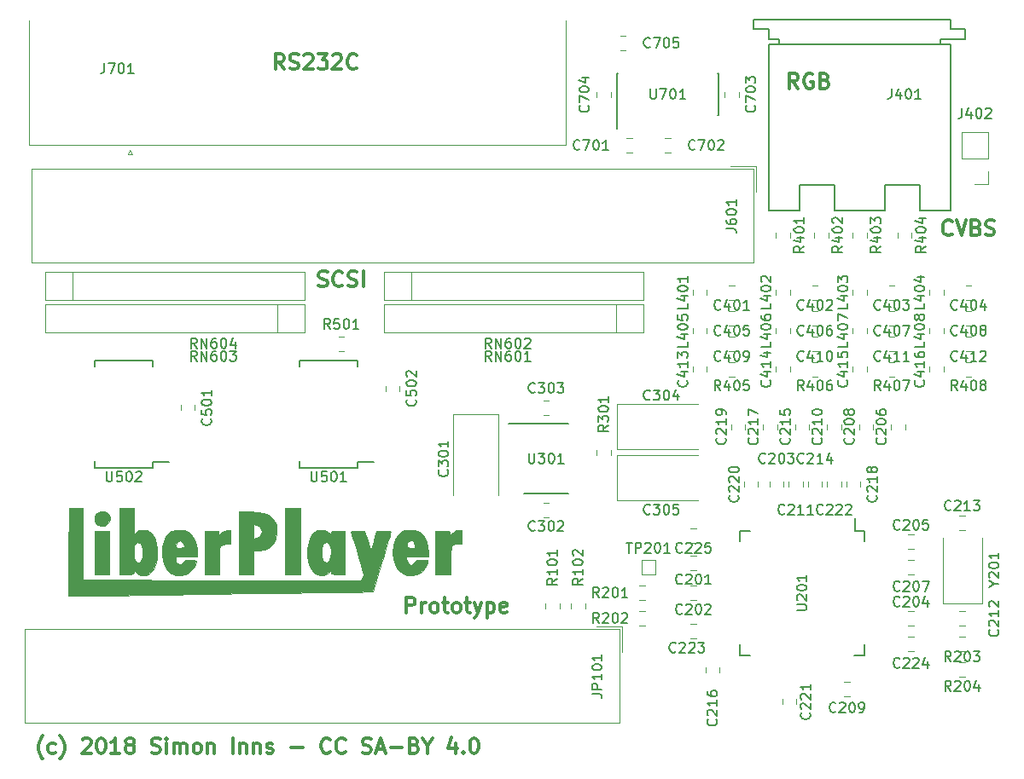
<source format=gbr>
G04 #@! TF.GenerationSoftware,KiCad,Pcbnew,(5.0.0)*
G04 #@! TF.CreationDate,2018-10-09T09:06:12+02:00*
G04 #@! TF.ProjectId,LiberPlayer,4C69626572506C617965722E6B696361,1.0*
G04 #@! TF.SameCoordinates,Original*
G04 #@! TF.FileFunction,Legend,Top*
G04 #@! TF.FilePolarity,Positive*
%FSLAX46Y46*%
G04 Gerber Fmt 4.6, Leading zero omitted, Abs format (unit mm)*
G04 Created by KiCad (PCBNEW (5.0.0)) date 10/09/18 09:06:12*
%MOMM*%
%LPD*%
G01*
G04 APERTURE LIST*
%ADD10C,0.300000*%
%ADD11C,0.120000*%
%ADD12C,0.150000*%
%ADD13C,0.010000*%
G04 APERTURE END LIST*
D10*
X131100000Y-91412142D02*
X131314285Y-91483571D01*
X131671428Y-91483571D01*
X131814285Y-91412142D01*
X131885714Y-91340714D01*
X131957142Y-91197857D01*
X131957142Y-91055000D01*
X131885714Y-90912142D01*
X131814285Y-90840714D01*
X131671428Y-90769285D01*
X131385714Y-90697857D01*
X131242857Y-90626428D01*
X131171428Y-90555000D01*
X131100000Y-90412142D01*
X131100000Y-90269285D01*
X131171428Y-90126428D01*
X131242857Y-90055000D01*
X131385714Y-89983571D01*
X131742857Y-89983571D01*
X131957142Y-90055000D01*
X133457142Y-91340714D02*
X133385714Y-91412142D01*
X133171428Y-91483571D01*
X133028571Y-91483571D01*
X132814285Y-91412142D01*
X132671428Y-91269285D01*
X132600000Y-91126428D01*
X132528571Y-90840714D01*
X132528571Y-90626428D01*
X132600000Y-90340714D01*
X132671428Y-90197857D01*
X132814285Y-90055000D01*
X133028571Y-89983571D01*
X133171428Y-89983571D01*
X133385714Y-90055000D01*
X133457142Y-90126428D01*
X134028571Y-91412142D02*
X134242857Y-91483571D01*
X134600000Y-91483571D01*
X134742857Y-91412142D01*
X134814285Y-91340714D01*
X134885714Y-91197857D01*
X134885714Y-91055000D01*
X134814285Y-90912142D01*
X134742857Y-90840714D01*
X134600000Y-90769285D01*
X134314285Y-90697857D01*
X134171428Y-90626428D01*
X134100000Y-90555000D01*
X134028571Y-90412142D01*
X134028571Y-90269285D01*
X134100000Y-90126428D01*
X134171428Y-90055000D01*
X134314285Y-89983571D01*
X134671428Y-89983571D01*
X134885714Y-90055000D01*
X135528571Y-91483571D02*
X135528571Y-89983571D01*
X127667142Y-69893571D02*
X127167142Y-69179285D01*
X126810000Y-69893571D02*
X126810000Y-68393571D01*
X127381428Y-68393571D01*
X127524285Y-68465000D01*
X127595714Y-68536428D01*
X127667142Y-68679285D01*
X127667142Y-68893571D01*
X127595714Y-69036428D01*
X127524285Y-69107857D01*
X127381428Y-69179285D01*
X126810000Y-69179285D01*
X128238571Y-69822142D02*
X128452857Y-69893571D01*
X128810000Y-69893571D01*
X128952857Y-69822142D01*
X129024285Y-69750714D01*
X129095714Y-69607857D01*
X129095714Y-69465000D01*
X129024285Y-69322142D01*
X128952857Y-69250714D01*
X128810000Y-69179285D01*
X128524285Y-69107857D01*
X128381428Y-69036428D01*
X128310000Y-68965000D01*
X128238571Y-68822142D01*
X128238571Y-68679285D01*
X128310000Y-68536428D01*
X128381428Y-68465000D01*
X128524285Y-68393571D01*
X128881428Y-68393571D01*
X129095714Y-68465000D01*
X129667142Y-68536428D02*
X129738571Y-68465000D01*
X129881428Y-68393571D01*
X130238571Y-68393571D01*
X130381428Y-68465000D01*
X130452857Y-68536428D01*
X130524285Y-68679285D01*
X130524285Y-68822142D01*
X130452857Y-69036428D01*
X129595714Y-69893571D01*
X130524285Y-69893571D01*
X131024285Y-68393571D02*
X131952857Y-68393571D01*
X131452857Y-68965000D01*
X131667142Y-68965000D01*
X131810000Y-69036428D01*
X131881428Y-69107857D01*
X131952857Y-69250714D01*
X131952857Y-69607857D01*
X131881428Y-69750714D01*
X131810000Y-69822142D01*
X131667142Y-69893571D01*
X131238571Y-69893571D01*
X131095714Y-69822142D01*
X131024285Y-69750714D01*
X132524285Y-68536428D02*
X132595714Y-68465000D01*
X132738571Y-68393571D01*
X133095714Y-68393571D01*
X133238571Y-68465000D01*
X133310000Y-68536428D01*
X133381428Y-68679285D01*
X133381428Y-68822142D01*
X133310000Y-69036428D01*
X132452857Y-69893571D01*
X133381428Y-69893571D01*
X134881428Y-69750714D02*
X134810000Y-69822142D01*
X134595714Y-69893571D01*
X134452857Y-69893571D01*
X134238571Y-69822142D01*
X134095714Y-69679285D01*
X134024285Y-69536428D01*
X133952857Y-69250714D01*
X133952857Y-69036428D01*
X134024285Y-68750714D01*
X134095714Y-68607857D01*
X134238571Y-68465000D01*
X134452857Y-68393571D01*
X134595714Y-68393571D01*
X134810000Y-68465000D01*
X134881428Y-68536428D01*
X193937142Y-86260714D02*
X193865714Y-86332142D01*
X193651428Y-86403571D01*
X193508571Y-86403571D01*
X193294285Y-86332142D01*
X193151428Y-86189285D01*
X193080000Y-86046428D01*
X193008571Y-85760714D01*
X193008571Y-85546428D01*
X193080000Y-85260714D01*
X193151428Y-85117857D01*
X193294285Y-84975000D01*
X193508571Y-84903571D01*
X193651428Y-84903571D01*
X193865714Y-84975000D01*
X193937142Y-85046428D01*
X194365714Y-84903571D02*
X194865714Y-86403571D01*
X195365714Y-84903571D01*
X196365714Y-85617857D02*
X196580000Y-85689285D01*
X196651428Y-85760714D01*
X196722857Y-85903571D01*
X196722857Y-86117857D01*
X196651428Y-86260714D01*
X196580000Y-86332142D01*
X196437142Y-86403571D01*
X195865714Y-86403571D01*
X195865714Y-84903571D01*
X196365714Y-84903571D01*
X196508571Y-84975000D01*
X196580000Y-85046428D01*
X196651428Y-85189285D01*
X196651428Y-85332142D01*
X196580000Y-85475000D01*
X196508571Y-85546428D01*
X196365714Y-85617857D01*
X195865714Y-85617857D01*
X197294285Y-86332142D02*
X197508571Y-86403571D01*
X197865714Y-86403571D01*
X198008571Y-86332142D01*
X198080000Y-86260714D01*
X198151428Y-86117857D01*
X198151428Y-85975000D01*
X198080000Y-85832142D01*
X198008571Y-85760714D01*
X197865714Y-85689285D01*
X197580000Y-85617857D01*
X197437142Y-85546428D01*
X197365714Y-85475000D01*
X197294285Y-85332142D01*
X197294285Y-85189285D01*
X197365714Y-85046428D01*
X197437142Y-84975000D01*
X197580000Y-84903571D01*
X197937142Y-84903571D01*
X198151428Y-84975000D01*
X178669285Y-71798571D02*
X178169285Y-71084285D01*
X177812142Y-71798571D02*
X177812142Y-70298571D01*
X178383571Y-70298571D01*
X178526428Y-70370000D01*
X178597857Y-70441428D01*
X178669285Y-70584285D01*
X178669285Y-70798571D01*
X178597857Y-70941428D01*
X178526428Y-71012857D01*
X178383571Y-71084285D01*
X177812142Y-71084285D01*
X180097857Y-70370000D02*
X179955000Y-70298571D01*
X179740714Y-70298571D01*
X179526428Y-70370000D01*
X179383571Y-70512857D01*
X179312142Y-70655714D01*
X179240714Y-70941428D01*
X179240714Y-71155714D01*
X179312142Y-71441428D01*
X179383571Y-71584285D01*
X179526428Y-71727142D01*
X179740714Y-71798571D01*
X179883571Y-71798571D01*
X180097857Y-71727142D01*
X180169285Y-71655714D01*
X180169285Y-71155714D01*
X179883571Y-71155714D01*
X181312142Y-71012857D02*
X181526428Y-71084285D01*
X181597857Y-71155714D01*
X181669285Y-71298571D01*
X181669285Y-71512857D01*
X181597857Y-71655714D01*
X181526428Y-71727142D01*
X181383571Y-71798571D01*
X180812142Y-71798571D01*
X180812142Y-70298571D01*
X181312142Y-70298571D01*
X181455000Y-70370000D01*
X181526428Y-70441428D01*
X181597857Y-70584285D01*
X181597857Y-70727142D01*
X181526428Y-70870000D01*
X181455000Y-70941428D01*
X181312142Y-71012857D01*
X180812142Y-71012857D01*
X139815714Y-123868571D02*
X139815714Y-122368571D01*
X140387142Y-122368571D01*
X140530000Y-122440000D01*
X140601428Y-122511428D01*
X140672857Y-122654285D01*
X140672857Y-122868571D01*
X140601428Y-123011428D01*
X140530000Y-123082857D01*
X140387142Y-123154285D01*
X139815714Y-123154285D01*
X141315714Y-123868571D02*
X141315714Y-122868571D01*
X141315714Y-123154285D02*
X141387142Y-123011428D01*
X141458571Y-122940000D01*
X141601428Y-122868571D01*
X141744285Y-122868571D01*
X142458571Y-123868571D02*
X142315714Y-123797142D01*
X142244285Y-123725714D01*
X142172857Y-123582857D01*
X142172857Y-123154285D01*
X142244285Y-123011428D01*
X142315714Y-122940000D01*
X142458571Y-122868571D01*
X142672857Y-122868571D01*
X142815714Y-122940000D01*
X142887142Y-123011428D01*
X142958571Y-123154285D01*
X142958571Y-123582857D01*
X142887142Y-123725714D01*
X142815714Y-123797142D01*
X142672857Y-123868571D01*
X142458571Y-123868571D01*
X143387142Y-122868571D02*
X143958571Y-122868571D01*
X143601428Y-122368571D02*
X143601428Y-123654285D01*
X143672857Y-123797142D01*
X143815714Y-123868571D01*
X143958571Y-123868571D01*
X144672857Y-123868571D02*
X144530000Y-123797142D01*
X144458571Y-123725714D01*
X144387142Y-123582857D01*
X144387142Y-123154285D01*
X144458571Y-123011428D01*
X144530000Y-122940000D01*
X144672857Y-122868571D01*
X144887142Y-122868571D01*
X145030000Y-122940000D01*
X145101428Y-123011428D01*
X145172857Y-123154285D01*
X145172857Y-123582857D01*
X145101428Y-123725714D01*
X145030000Y-123797142D01*
X144887142Y-123868571D01*
X144672857Y-123868571D01*
X145601428Y-122868571D02*
X146172857Y-122868571D01*
X145815714Y-122368571D02*
X145815714Y-123654285D01*
X145887142Y-123797142D01*
X146030000Y-123868571D01*
X146172857Y-123868571D01*
X146530000Y-122868571D02*
X146887142Y-123868571D01*
X147244285Y-122868571D02*
X146887142Y-123868571D01*
X146744285Y-124225714D01*
X146672857Y-124297142D01*
X146530000Y-124368571D01*
X147815714Y-122868571D02*
X147815714Y-124368571D01*
X147815714Y-122940000D02*
X147958571Y-122868571D01*
X148244285Y-122868571D01*
X148387142Y-122940000D01*
X148458571Y-123011428D01*
X148530000Y-123154285D01*
X148530000Y-123582857D01*
X148458571Y-123725714D01*
X148387142Y-123797142D01*
X148244285Y-123868571D01*
X147958571Y-123868571D01*
X147815714Y-123797142D01*
X149744285Y-123797142D02*
X149601428Y-123868571D01*
X149315714Y-123868571D01*
X149172857Y-123797142D01*
X149101428Y-123654285D01*
X149101428Y-123082857D01*
X149172857Y-122940000D01*
X149315714Y-122868571D01*
X149601428Y-122868571D01*
X149744285Y-122940000D01*
X149815714Y-123082857D01*
X149815714Y-123225714D01*
X149101428Y-123368571D01*
X103737857Y-138410000D02*
X103666428Y-138338571D01*
X103523571Y-138124285D01*
X103452142Y-137981428D01*
X103380714Y-137767142D01*
X103309285Y-137410000D01*
X103309285Y-137124285D01*
X103380714Y-136767142D01*
X103452142Y-136552857D01*
X103523571Y-136410000D01*
X103666428Y-136195714D01*
X103737857Y-136124285D01*
X104952142Y-137767142D02*
X104809285Y-137838571D01*
X104523571Y-137838571D01*
X104380714Y-137767142D01*
X104309285Y-137695714D01*
X104237857Y-137552857D01*
X104237857Y-137124285D01*
X104309285Y-136981428D01*
X104380714Y-136910000D01*
X104523571Y-136838571D01*
X104809285Y-136838571D01*
X104952142Y-136910000D01*
X105452142Y-138410000D02*
X105523571Y-138338571D01*
X105666428Y-138124285D01*
X105737857Y-137981428D01*
X105809285Y-137767142D01*
X105880714Y-137410000D01*
X105880714Y-137124285D01*
X105809285Y-136767142D01*
X105737857Y-136552857D01*
X105666428Y-136410000D01*
X105523571Y-136195714D01*
X105452142Y-136124285D01*
X107666428Y-136481428D02*
X107737857Y-136410000D01*
X107880714Y-136338571D01*
X108237857Y-136338571D01*
X108380714Y-136410000D01*
X108452142Y-136481428D01*
X108523571Y-136624285D01*
X108523571Y-136767142D01*
X108452142Y-136981428D01*
X107595000Y-137838571D01*
X108523571Y-137838571D01*
X109452142Y-136338571D02*
X109595000Y-136338571D01*
X109737857Y-136410000D01*
X109809285Y-136481428D01*
X109880714Y-136624285D01*
X109952142Y-136910000D01*
X109952142Y-137267142D01*
X109880714Y-137552857D01*
X109809285Y-137695714D01*
X109737857Y-137767142D01*
X109595000Y-137838571D01*
X109452142Y-137838571D01*
X109309285Y-137767142D01*
X109237857Y-137695714D01*
X109166428Y-137552857D01*
X109095000Y-137267142D01*
X109095000Y-136910000D01*
X109166428Y-136624285D01*
X109237857Y-136481428D01*
X109309285Y-136410000D01*
X109452142Y-136338571D01*
X111380714Y-137838571D02*
X110523571Y-137838571D01*
X110952142Y-137838571D02*
X110952142Y-136338571D01*
X110809285Y-136552857D01*
X110666428Y-136695714D01*
X110523571Y-136767142D01*
X112237857Y-136981428D02*
X112095000Y-136910000D01*
X112023571Y-136838571D01*
X111952142Y-136695714D01*
X111952142Y-136624285D01*
X112023571Y-136481428D01*
X112095000Y-136410000D01*
X112237857Y-136338571D01*
X112523571Y-136338571D01*
X112666428Y-136410000D01*
X112737857Y-136481428D01*
X112809285Y-136624285D01*
X112809285Y-136695714D01*
X112737857Y-136838571D01*
X112666428Y-136910000D01*
X112523571Y-136981428D01*
X112237857Y-136981428D01*
X112095000Y-137052857D01*
X112023571Y-137124285D01*
X111952142Y-137267142D01*
X111952142Y-137552857D01*
X112023571Y-137695714D01*
X112095000Y-137767142D01*
X112237857Y-137838571D01*
X112523571Y-137838571D01*
X112666428Y-137767142D01*
X112737857Y-137695714D01*
X112809285Y-137552857D01*
X112809285Y-137267142D01*
X112737857Y-137124285D01*
X112666428Y-137052857D01*
X112523571Y-136981428D01*
X114523571Y-137767142D02*
X114737857Y-137838571D01*
X115094999Y-137838571D01*
X115237857Y-137767142D01*
X115309285Y-137695714D01*
X115380714Y-137552857D01*
X115380714Y-137410000D01*
X115309285Y-137267142D01*
X115237857Y-137195714D01*
X115094999Y-137124285D01*
X114809285Y-137052857D01*
X114666428Y-136981428D01*
X114594999Y-136910000D01*
X114523571Y-136767142D01*
X114523571Y-136624285D01*
X114594999Y-136481428D01*
X114666428Y-136410000D01*
X114809285Y-136338571D01*
X115166428Y-136338571D01*
X115380714Y-136410000D01*
X116023571Y-137838571D02*
X116023571Y-136838571D01*
X116023571Y-136338571D02*
X115952142Y-136410000D01*
X116023571Y-136481428D01*
X116095000Y-136410000D01*
X116023571Y-136338571D01*
X116023571Y-136481428D01*
X116737857Y-137838571D02*
X116737857Y-136838571D01*
X116737857Y-136981428D02*
X116809285Y-136910000D01*
X116952142Y-136838571D01*
X117166428Y-136838571D01*
X117309285Y-136910000D01*
X117380714Y-137052857D01*
X117380714Y-137838571D01*
X117380714Y-137052857D02*
X117452142Y-136910000D01*
X117595000Y-136838571D01*
X117809285Y-136838571D01*
X117952142Y-136910000D01*
X118023571Y-137052857D01*
X118023571Y-137838571D01*
X118952142Y-137838571D02*
X118809285Y-137767142D01*
X118737857Y-137695714D01*
X118666428Y-137552857D01*
X118666428Y-137124285D01*
X118737857Y-136981428D01*
X118809285Y-136910000D01*
X118952142Y-136838571D01*
X119166428Y-136838571D01*
X119309285Y-136910000D01*
X119380714Y-136981428D01*
X119452142Y-137124285D01*
X119452142Y-137552857D01*
X119380714Y-137695714D01*
X119309285Y-137767142D01*
X119166428Y-137838571D01*
X118952142Y-137838571D01*
X120095000Y-136838571D02*
X120095000Y-137838571D01*
X120095000Y-136981428D02*
X120166428Y-136910000D01*
X120309285Y-136838571D01*
X120523571Y-136838571D01*
X120666428Y-136910000D01*
X120737857Y-137052857D01*
X120737857Y-137838571D01*
X122595000Y-137838571D02*
X122595000Y-136338571D01*
X123309285Y-136838571D02*
X123309285Y-137838571D01*
X123309285Y-136981428D02*
X123380714Y-136910000D01*
X123523571Y-136838571D01*
X123737857Y-136838571D01*
X123880714Y-136910000D01*
X123952142Y-137052857D01*
X123952142Y-137838571D01*
X124666428Y-136838571D02*
X124666428Y-137838571D01*
X124666428Y-136981428D02*
X124737857Y-136910000D01*
X124880714Y-136838571D01*
X125095000Y-136838571D01*
X125237857Y-136910000D01*
X125309285Y-137052857D01*
X125309285Y-137838571D01*
X125952142Y-137767142D02*
X126095000Y-137838571D01*
X126380714Y-137838571D01*
X126523571Y-137767142D01*
X126595000Y-137624285D01*
X126595000Y-137552857D01*
X126523571Y-137410000D01*
X126380714Y-137338571D01*
X126166428Y-137338571D01*
X126023571Y-137267142D01*
X125952142Y-137124285D01*
X125952142Y-137052857D01*
X126023571Y-136910000D01*
X126166428Y-136838571D01*
X126380714Y-136838571D01*
X126523571Y-136910000D01*
X128380714Y-137267142D02*
X129523571Y-137267142D01*
X132237857Y-137695714D02*
X132166428Y-137767142D01*
X131952142Y-137838571D01*
X131809285Y-137838571D01*
X131594999Y-137767142D01*
X131452142Y-137624285D01*
X131380714Y-137481428D01*
X131309285Y-137195714D01*
X131309285Y-136981428D01*
X131380714Y-136695714D01*
X131452142Y-136552857D01*
X131594999Y-136410000D01*
X131809285Y-136338571D01*
X131952142Y-136338571D01*
X132166428Y-136410000D01*
X132237857Y-136481428D01*
X133737857Y-137695714D02*
X133666428Y-137767142D01*
X133452142Y-137838571D01*
X133309285Y-137838571D01*
X133094999Y-137767142D01*
X132952142Y-137624285D01*
X132880714Y-137481428D01*
X132809285Y-137195714D01*
X132809285Y-136981428D01*
X132880714Y-136695714D01*
X132952142Y-136552857D01*
X133094999Y-136410000D01*
X133309285Y-136338571D01*
X133452142Y-136338571D01*
X133666428Y-136410000D01*
X133737857Y-136481428D01*
X135452142Y-137767142D02*
X135666428Y-137838571D01*
X136023571Y-137838571D01*
X136166428Y-137767142D01*
X136237857Y-137695714D01*
X136309285Y-137552857D01*
X136309285Y-137410000D01*
X136237857Y-137267142D01*
X136166428Y-137195714D01*
X136023571Y-137124285D01*
X135737857Y-137052857D01*
X135595000Y-136981428D01*
X135523571Y-136910000D01*
X135452142Y-136767142D01*
X135452142Y-136624285D01*
X135523571Y-136481428D01*
X135595000Y-136410000D01*
X135737857Y-136338571D01*
X136095000Y-136338571D01*
X136309285Y-136410000D01*
X136880714Y-137410000D02*
X137595000Y-137410000D01*
X136737857Y-137838571D02*
X137237857Y-136338571D01*
X137737857Y-137838571D01*
X138237857Y-137267142D02*
X139380714Y-137267142D01*
X140595000Y-137052857D02*
X140809285Y-137124285D01*
X140880714Y-137195714D01*
X140952142Y-137338571D01*
X140952142Y-137552857D01*
X140880714Y-137695714D01*
X140809285Y-137767142D01*
X140666428Y-137838571D01*
X140095000Y-137838571D01*
X140095000Y-136338571D01*
X140595000Y-136338571D01*
X140737857Y-136410000D01*
X140809285Y-136481428D01*
X140880714Y-136624285D01*
X140880714Y-136767142D01*
X140809285Y-136910000D01*
X140737857Y-136981428D01*
X140595000Y-137052857D01*
X140095000Y-137052857D01*
X141880714Y-137124285D02*
X141880714Y-137838571D01*
X141380714Y-136338571D02*
X141880714Y-137124285D01*
X142380714Y-136338571D01*
X144666428Y-136838571D02*
X144666428Y-137838571D01*
X144309285Y-136267142D02*
X143952142Y-137338571D01*
X144880714Y-137338571D01*
X145452142Y-137695714D02*
X145523571Y-137767142D01*
X145452142Y-137838571D01*
X145380714Y-137767142D01*
X145452142Y-137695714D01*
X145452142Y-137838571D01*
X146452142Y-136338571D02*
X146594999Y-136338571D01*
X146737857Y-136410000D01*
X146809285Y-136481428D01*
X146880714Y-136624285D01*
X146952142Y-136910000D01*
X146952142Y-137267142D01*
X146880714Y-137552857D01*
X146809285Y-137695714D01*
X146737857Y-137767142D01*
X146594999Y-137838571D01*
X146452142Y-137838571D01*
X146309285Y-137767142D01*
X146237857Y-137695714D01*
X146166428Y-137552857D01*
X146094999Y-137267142D01*
X146094999Y-136910000D01*
X146166428Y-136624285D01*
X146237857Y-136481428D01*
X146309285Y-136410000D01*
X146452142Y-136338571D01*
D11*
G04 #@! TO.C,C201*
X168533578Y-118235001D02*
X168016422Y-118235001D01*
X168533578Y-119655001D02*
X168016422Y-119655001D01*
G04 #@! TO.C,C202*
X168533578Y-122630000D02*
X168016422Y-122630000D01*
X168533578Y-121210000D02*
X168016422Y-121210000D01*
G04 #@! TO.C,C203*
X177240000Y-111383578D02*
X177240000Y-110866422D01*
X175820000Y-111383578D02*
X175820000Y-110866422D01*
G04 #@! TO.C,C204*
X189606422Y-125170000D02*
X190123578Y-125170000D01*
X189606422Y-123750000D02*
X190123578Y-123750000D01*
G04 #@! TO.C,C205*
X189606422Y-116130000D02*
X190123578Y-116130000D01*
X189606422Y-117550000D02*
X190123578Y-117550000D01*
G04 #@! TO.C,C206*
X187885000Y-105668578D02*
X187885000Y-105151422D01*
X189305000Y-105668578D02*
X189305000Y-105151422D01*
G04 #@! TO.C,C207*
X189606422Y-118670000D02*
X190123578Y-118670000D01*
X189606422Y-120090000D02*
X190123578Y-120090000D01*
G04 #@! TO.C,C208*
X186130000Y-105668578D02*
X186130000Y-105151422D01*
X184710000Y-105668578D02*
X184710000Y-105151422D01*
G04 #@! TO.C,C209*
X183256422Y-132155000D02*
X183773578Y-132155000D01*
X183256422Y-130735000D02*
X183773578Y-130735000D01*
G04 #@! TO.C,C210*
X181535000Y-105668578D02*
X181535000Y-105151422D01*
X182955000Y-105668578D02*
X182955000Y-105151422D01*
G04 #@! TO.C,C211*
X179145000Y-111383578D02*
X179145000Y-110866422D01*
X177725000Y-111383578D02*
X177725000Y-110866422D01*
G04 #@! TO.C,C212*
X194686422Y-123750000D02*
X195203578Y-123750000D01*
X194686422Y-125170000D02*
X195203578Y-125170000D01*
G04 #@! TO.C,C213*
X194686422Y-115645000D02*
X195203578Y-115645000D01*
X194686422Y-114225000D02*
X195203578Y-114225000D01*
G04 #@! TO.C,C214*
X179630000Y-111383578D02*
X179630000Y-110866422D01*
X181050000Y-111383578D02*
X181050000Y-110866422D01*
G04 #@! TO.C,C215*
X179780000Y-105668578D02*
X179780000Y-105151422D01*
X178360000Y-105668578D02*
X178360000Y-105151422D01*
G04 #@! TO.C,C216*
X169470000Y-129281422D02*
X169470000Y-129798578D01*
X170890000Y-129281422D02*
X170890000Y-129798578D01*
G04 #@! TO.C,C217*
X175185000Y-105668578D02*
X175185000Y-105151422D01*
X176605000Y-105668578D02*
X176605000Y-105151422D01*
G04 #@! TO.C,C218*
X183440000Y-111383578D02*
X183440000Y-110866422D01*
X184860000Y-111383578D02*
X184860000Y-110866422D01*
G04 #@! TO.C,C219*
X173430000Y-105668578D02*
X173430000Y-105151422D01*
X172010000Y-105668578D02*
X172010000Y-105151422D01*
G04 #@! TO.C,C220*
X174700000Y-111383578D02*
X174700000Y-110866422D01*
X173280000Y-111383578D02*
X173280000Y-110866422D01*
G04 #@! TO.C,C221*
X178510000Y-132456422D02*
X178510000Y-132973578D01*
X177090000Y-132456422D02*
X177090000Y-132973578D01*
G04 #@! TO.C,C222*
X182955000Y-111383578D02*
X182955000Y-110866422D01*
X181535000Y-111383578D02*
X181535000Y-110866422D01*
G04 #@! TO.C,C223*
X168533578Y-126440000D02*
X168016422Y-126440000D01*
X168533578Y-125020000D02*
X168016422Y-125020000D01*
G04 #@! TO.C,C224*
X189606422Y-127710000D02*
X190123578Y-127710000D01*
X189606422Y-126290000D02*
X190123578Y-126290000D01*
G04 #@! TO.C,C225*
X168533578Y-116915000D02*
X168016422Y-116915000D01*
X168533578Y-115495000D02*
X168016422Y-115495000D01*
G04 #@! TO.C,C301*
X148945000Y-112235000D02*
X148945000Y-104175000D01*
X148945000Y-104175000D02*
X144425000Y-104175000D01*
X144425000Y-104175000D02*
X144425000Y-112235000D01*
G04 #@! TO.C,C302*
X153928578Y-114375000D02*
X153411422Y-114375000D01*
X153928578Y-112955000D02*
X153411422Y-112955000D01*
G04 #@! TO.C,C303*
X153928578Y-102795000D02*
X153411422Y-102795000D01*
X153928578Y-104215000D02*
X153411422Y-104215000D01*
G04 #@! TO.C,C304*
X168750000Y-103150000D02*
X160690000Y-103150000D01*
X160690000Y-103150000D02*
X160690000Y-107670000D01*
X160690000Y-107670000D02*
X168750000Y-107670000D01*
G04 #@! TO.C,C305*
X160690000Y-112750000D02*
X168750000Y-112750000D01*
X160690000Y-108230000D02*
X160690000Y-112750000D01*
X168750000Y-108230000D02*
X160690000Y-108230000D01*
G04 #@! TO.C,C401*
X171826422Y-91365000D02*
X172343578Y-91365000D01*
X171826422Y-92785000D02*
X172343578Y-92785000D01*
G04 #@! TO.C,C402*
X180081422Y-92785000D02*
X180598578Y-92785000D01*
X180081422Y-91365000D02*
X180598578Y-91365000D01*
G04 #@! TO.C,C403*
X187701422Y-91365000D02*
X188218578Y-91365000D01*
X187701422Y-92785000D02*
X188218578Y-92785000D01*
G04 #@! TO.C,C404*
X195321422Y-91365000D02*
X195838578Y-91365000D01*
X195321422Y-92785000D02*
X195838578Y-92785000D01*
G04 #@! TO.C,C405*
X171826422Y-95325000D02*
X172343578Y-95325000D01*
X171826422Y-93905000D02*
X172343578Y-93905000D01*
G04 #@! TO.C,C406*
X180081422Y-95325000D02*
X180598578Y-95325000D01*
X180081422Y-93905000D02*
X180598578Y-93905000D01*
G04 #@! TO.C,C407*
X187701422Y-93905000D02*
X188218578Y-93905000D01*
X187701422Y-95325000D02*
X188218578Y-95325000D01*
G04 #@! TO.C,C408*
X195321422Y-95325000D02*
X195838578Y-95325000D01*
X195321422Y-93905000D02*
X195838578Y-93905000D01*
G04 #@! TO.C,C409*
X171826422Y-96445000D02*
X172343578Y-96445000D01*
X171826422Y-97865000D02*
X172343578Y-97865000D01*
G04 #@! TO.C,C410*
X180081422Y-97865000D02*
X180598578Y-97865000D01*
X180081422Y-96445000D02*
X180598578Y-96445000D01*
G04 #@! TO.C,C411*
X187701422Y-97865000D02*
X188218578Y-97865000D01*
X187701422Y-96445000D02*
X188218578Y-96445000D01*
G04 #@! TO.C,C412*
X195321422Y-96445000D02*
X195838578Y-96445000D01*
X195321422Y-97865000D02*
X195838578Y-97865000D01*
G04 #@! TO.C,C413*
X168200000Y-99953578D02*
X168200000Y-99436422D01*
X169620000Y-99953578D02*
X169620000Y-99436422D01*
G04 #@! TO.C,C414*
X177875000Y-99953578D02*
X177875000Y-99436422D01*
X176455000Y-99953578D02*
X176455000Y-99436422D01*
G04 #@! TO.C,C415*
X184075000Y-99953578D02*
X184075000Y-99436422D01*
X185495000Y-99953578D02*
X185495000Y-99436422D01*
G04 #@! TO.C,C416*
X193115000Y-99953578D02*
X193115000Y-99436422D01*
X191695000Y-99953578D02*
X191695000Y-99436422D01*
G04 #@! TO.C,C501*
X117400000Y-103763578D02*
X117400000Y-103246422D01*
X118820000Y-103763578D02*
X118820000Y-103246422D01*
G04 #@! TO.C,C502*
X139140000Y-101858578D02*
X139140000Y-101341422D01*
X137720000Y-101858578D02*
X137720000Y-101341422D01*
G04 #@! TO.C,C701*
X161666422Y-76760000D02*
X162183578Y-76760000D01*
X161666422Y-78180000D02*
X162183578Y-78180000D01*
G04 #@! TO.C,C702*
X165476422Y-78180000D02*
X165993578Y-78180000D01*
X165476422Y-76760000D02*
X165993578Y-76760000D01*
G04 #@! TO.C,C703*
X172795000Y-72648578D02*
X172795000Y-72131422D01*
X171375000Y-72648578D02*
X171375000Y-72131422D01*
G04 #@! TO.C,C704*
X160095000Y-72131422D02*
X160095000Y-72648578D01*
X158675000Y-72131422D02*
X158675000Y-72648578D01*
G04 #@! TO.C,C705*
X161031422Y-66600000D02*
X161548578Y-66600000D01*
X161031422Y-68020000D02*
X161548578Y-68020000D01*
D12*
G04 #@! TO.C,J401*
X175785000Y-64930000D02*
X193785000Y-64930000D01*
X175785000Y-64930000D02*
X174285000Y-64930000D01*
X174285000Y-64930000D02*
X174285000Y-65930000D01*
X174285000Y-65930000D02*
X175785000Y-65930000D01*
X175785000Y-65930000D02*
X175785000Y-66930000D01*
X175785000Y-66930000D02*
X176785000Y-66930000D01*
X176785000Y-66930000D02*
X176785000Y-67430000D01*
X193785000Y-66930000D02*
X192785000Y-66930000D01*
X192785000Y-66930000D02*
X192785000Y-67430000D01*
X193785000Y-65930000D02*
X195285000Y-65930000D01*
X195285000Y-65930000D02*
X195285000Y-66930000D01*
X195285000Y-66930000D02*
X193785000Y-66930000D01*
X193785000Y-83930000D02*
X193785000Y-67430000D01*
X175785000Y-83930000D02*
X175785000Y-67430000D01*
X193785000Y-64930000D02*
X193785000Y-65930000D01*
X192785000Y-67430000D02*
X193785000Y-67430000D01*
X175785000Y-67430000D02*
X176785000Y-67430000D01*
X176785000Y-67430000D02*
X192785000Y-67430000D01*
X190785000Y-83930000D02*
X190785000Y-81430000D01*
X190785000Y-81430000D02*
X187285000Y-81430000D01*
X187285000Y-81430000D02*
X187285000Y-83930000D01*
X182285000Y-83930000D02*
X182285000Y-81430000D01*
X182285000Y-81430000D02*
X178785000Y-81430000D01*
X178785000Y-81430000D02*
X178785000Y-83930000D01*
X175785000Y-83930000D02*
X178785000Y-83930000D01*
X182285000Y-83930000D02*
X187285000Y-83930000D01*
X190785000Y-83930000D02*
X193785000Y-83930000D01*
D11*
G04 #@! TO.C,J402*
X197545000Y-76140000D02*
X194885000Y-76140000D01*
X197545000Y-78740000D02*
X197545000Y-76140000D01*
X194885000Y-78740000D02*
X194885000Y-76140000D01*
X197545000Y-78740000D02*
X194885000Y-78740000D01*
X197545000Y-80010000D02*
X197545000Y-81340000D01*
X197545000Y-81340000D02*
X196215000Y-81340000D01*
G04 #@! TO.C,J601*
X174260000Y-89130000D02*
X102600000Y-89130000D01*
X102600000Y-89130000D02*
X102600000Y-79780000D01*
X102600000Y-79780000D02*
X174260000Y-79780000D01*
X174260000Y-79780000D02*
X174260000Y-89130000D01*
X174510000Y-79530000D02*
X171970000Y-79530000D01*
X174510000Y-79530000D02*
X174510000Y-82070000D01*
G04 #@! TO.C,J701*
X155625000Y-65085000D02*
X155625000Y-77425000D01*
X155625000Y-77425000D02*
X102405000Y-77425000D01*
X102405000Y-77425000D02*
X102405000Y-65085000D01*
X112645000Y-78319338D02*
X112145000Y-78319338D01*
X112145000Y-78319338D02*
X112395000Y-77886325D01*
X112395000Y-77886325D02*
X112645000Y-78319338D01*
G04 #@! TO.C,JP101*
X160925000Y-134850000D02*
X101965000Y-134850000D01*
X101965000Y-134850000D02*
X101965000Y-125500000D01*
X101965000Y-125500000D02*
X160925000Y-125500000D01*
X160925000Y-125500000D02*
X160925000Y-134850000D01*
X161175000Y-125250000D02*
X158635000Y-125250000D01*
X161175000Y-125250000D02*
X161175000Y-127790000D01*
G04 #@! TO.C,L401*
X169620000Y-92333578D02*
X169620000Y-91816422D01*
X168200000Y-92333578D02*
X168200000Y-91816422D01*
G04 #@! TO.C,L402*
X177875000Y-92333578D02*
X177875000Y-91816422D01*
X176455000Y-92333578D02*
X176455000Y-91816422D01*
G04 #@! TO.C,L403*
X185495000Y-92333578D02*
X185495000Y-91816422D01*
X184075000Y-92333578D02*
X184075000Y-91816422D01*
G04 #@! TO.C,L404*
X191695000Y-92333578D02*
X191695000Y-91816422D01*
X193115000Y-92333578D02*
X193115000Y-91816422D01*
G04 #@! TO.C,L405*
X168200000Y-96143578D02*
X168200000Y-95626422D01*
X169620000Y-96143578D02*
X169620000Y-95626422D01*
G04 #@! TO.C,L406*
X176455000Y-96143578D02*
X176455000Y-95626422D01*
X177875000Y-96143578D02*
X177875000Y-95626422D01*
G04 #@! TO.C,L407*
X184075000Y-96143578D02*
X184075000Y-95626422D01*
X185495000Y-96143578D02*
X185495000Y-95626422D01*
G04 #@! TO.C,L408*
X193115000Y-96143578D02*
X193115000Y-95626422D01*
X191695000Y-96143578D02*
X191695000Y-95626422D01*
G04 #@! TO.C,R101*
X153595000Y-122931422D02*
X153595000Y-123448578D01*
X155015000Y-122931422D02*
X155015000Y-123448578D01*
G04 #@! TO.C,R102*
X156135000Y-122931422D02*
X156135000Y-123448578D01*
X157555000Y-122931422D02*
X157555000Y-123448578D01*
G04 #@! TO.C,R201*
X163453578Y-122630000D02*
X162936422Y-122630000D01*
X163453578Y-121210000D02*
X162936422Y-121210000D01*
G04 #@! TO.C,R202*
X163453578Y-125170000D02*
X162936422Y-125170000D01*
X163453578Y-123750000D02*
X162936422Y-123750000D01*
G04 #@! TO.C,R203*
X195203578Y-126290000D02*
X194686422Y-126290000D01*
X195203578Y-127710000D02*
X194686422Y-127710000D01*
G04 #@! TO.C,R204*
X195203578Y-130250000D02*
X194686422Y-130250000D01*
X195203578Y-128830000D02*
X194686422Y-128830000D01*
G04 #@! TO.C,R301*
X158675000Y-107691422D02*
X158675000Y-108208578D01*
X160095000Y-107691422D02*
X160095000Y-108208578D01*
G04 #@! TO.C,R401*
X177875000Y-86101422D02*
X177875000Y-86618578D01*
X176455000Y-86101422D02*
X176455000Y-86618578D01*
G04 #@! TO.C,R402*
X180265000Y-86101422D02*
X180265000Y-86618578D01*
X181685000Y-86101422D02*
X181685000Y-86618578D01*
G04 #@! TO.C,R403*
X185495000Y-86101422D02*
X185495000Y-86618578D01*
X184075000Y-86101422D02*
X184075000Y-86618578D01*
G04 #@! TO.C,R404*
X188520000Y-86101422D02*
X188520000Y-86618578D01*
X189940000Y-86101422D02*
X189940000Y-86618578D01*
G04 #@! TO.C,R405*
X172343578Y-100405000D02*
X171826422Y-100405000D01*
X172343578Y-98985000D02*
X171826422Y-98985000D01*
G04 #@! TO.C,R406*
X180598578Y-98985000D02*
X180081422Y-98985000D01*
X180598578Y-100405000D02*
X180081422Y-100405000D01*
G04 #@! TO.C,R407*
X188218578Y-100405000D02*
X187701422Y-100405000D01*
X188218578Y-98985000D02*
X187701422Y-98985000D01*
G04 #@! TO.C,R408*
X195838578Y-98985000D02*
X195321422Y-98985000D01*
X195838578Y-100405000D02*
X195321422Y-100405000D01*
G04 #@! TO.C,R501*
X133608578Y-97865000D02*
X133091422Y-97865000D01*
X133608578Y-96445000D02*
X133091422Y-96445000D01*
G04 #@! TO.C,RN601*
X160655000Y-96015000D02*
X160655000Y-93215000D01*
X137625000Y-96015000D02*
X163365000Y-96015000D01*
X137625000Y-93215000D02*
X137625000Y-96015000D01*
X163365000Y-93215000D02*
X137625000Y-93215000D01*
X163365000Y-96015000D02*
X163365000Y-93215000D01*
G04 #@! TO.C,RN602*
X137625000Y-90040000D02*
X137625000Y-92840000D01*
X137625000Y-92840000D02*
X163365000Y-92840000D01*
X163365000Y-92840000D02*
X163365000Y-90040000D01*
X163365000Y-90040000D02*
X137625000Y-90040000D01*
X140335000Y-90040000D02*
X140335000Y-92840000D01*
G04 #@! TO.C,RN603*
X127000000Y-96015000D02*
X127000000Y-93215000D01*
X103970000Y-96015000D02*
X129710000Y-96015000D01*
X103970000Y-93215000D02*
X103970000Y-96015000D01*
X129710000Y-93215000D02*
X103970000Y-93215000D01*
X129710000Y-96015000D02*
X129710000Y-93215000D01*
G04 #@! TO.C,RN604*
X103970000Y-90040000D02*
X103970000Y-92840000D01*
X103970000Y-92840000D02*
X129710000Y-92840000D01*
X129710000Y-92840000D02*
X129710000Y-90040000D01*
X129710000Y-90040000D02*
X103970000Y-90040000D01*
X106680000Y-90040000D02*
X106680000Y-92840000D01*
G04 #@! TO.C,TP201*
X163130000Y-120080000D02*
X163130000Y-118680000D01*
X163130000Y-118680000D02*
X164530000Y-118680000D01*
X164530000Y-118680000D02*
X164530000Y-120080000D01*
X164530000Y-120080000D02*
X163130000Y-120080000D01*
D12*
G04 #@! TO.C,U201*
X185245000Y-115745000D02*
X184295000Y-115745000D01*
X185245000Y-128095000D02*
X184195000Y-128095000D01*
X172895000Y-128095000D02*
X173945000Y-128095000D01*
X172895000Y-115745000D02*
X173945000Y-115745000D01*
X185245000Y-115745000D02*
X185245000Y-116795000D01*
X172895000Y-115745000D02*
X172895000Y-116795000D01*
X172895000Y-128095000D02*
X172895000Y-127045000D01*
X185245000Y-128095000D02*
X185245000Y-127045000D01*
X184295000Y-115745000D02*
X184295000Y-114470000D01*
G04 #@! TO.C,U301*
X151445000Y-112035000D02*
X155895000Y-112035000D01*
X149920000Y-105135000D02*
X155895000Y-105135000D01*
G04 #@! TO.C,U501*
X134955000Y-109465000D02*
X134955000Y-108890000D01*
X129205000Y-109465000D02*
X129205000Y-108815000D01*
X129205000Y-98815000D02*
X129205000Y-99465000D01*
X134955000Y-98815000D02*
X134955000Y-99465000D01*
X134955000Y-109465000D02*
X129205000Y-109465000D01*
X134955000Y-98815000D02*
X129205000Y-98815000D01*
X134955000Y-108890000D02*
X136555000Y-108890000D01*
G04 #@! TO.C,U502*
X114635000Y-108890000D02*
X116235000Y-108890000D01*
X114635000Y-98815000D02*
X108885000Y-98815000D01*
X114635000Y-109465000D02*
X108885000Y-109465000D01*
X114635000Y-98815000D02*
X114635000Y-99465000D01*
X108885000Y-98815000D02*
X108885000Y-99465000D01*
X108885000Y-109465000D02*
X108885000Y-108815000D01*
X114635000Y-109465000D02*
X114635000Y-108890000D01*
G04 #@! TO.C,U701*
X160660000Y-74465000D02*
X160685000Y-74465000D01*
X160660000Y-70315000D02*
X160765000Y-70315000D01*
X170810000Y-70315000D02*
X170705000Y-70315000D01*
X170810000Y-74465000D02*
X170705000Y-74465000D01*
X160660000Y-74465000D02*
X160660000Y-70315000D01*
X170810000Y-74465000D02*
X170810000Y-70315000D01*
X160685000Y-74465000D02*
X160685000Y-75840000D01*
D11*
G04 #@! TO.C,Y201*
X193059999Y-116405001D02*
X193059999Y-122955001D01*
X193059999Y-122955001D02*
X196959999Y-122955001D01*
X196959999Y-122955001D02*
X196959999Y-116405001D01*
D13*
G04 #@! TO.C,G\002A\002A\002A*
G36*
X110046821Y-113894559D02*
X110260051Y-114097291D01*
X110381295Y-114361637D01*
X110382213Y-114657797D01*
X110234466Y-114955971D01*
X110165017Y-115033350D01*
X109860520Y-115224503D01*
X109521806Y-115261016D01*
X109206331Y-115142183D01*
X109095287Y-115046529D01*
X108919798Y-114743578D01*
X108890530Y-114406817D01*
X109005037Y-114097919D01*
X109138612Y-113954050D01*
X109457762Y-113793138D01*
X109769945Y-113783241D01*
X110046821Y-113894559D01*
X110046821Y-113894559D01*
G37*
X110046821Y-113894559D02*
X110260051Y-114097291D01*
X110381295Y-114361637D01*
X110382213Y-114657797D01*
X110234466Y-114955971D01*
X110165017Y-115033350D01*
X109860520Y-115224503D01*
X109521806Y-115261016D01*
X109206331Y-115142183D01*
X109095287Y-115046529D01*
X108919798Y-114743578D01*
X108890530Y-114406817D01*
X109005037Y-114097919D01*
X109138612Y-113954050D01*
X109457762Y-113793138D01*
X109769945Y-113783241D01*
X110046821Y-113894559D01*
G36*
X145297407Y-117051666D02*
X144879408Y-117051666D01*
X144626969Y-117066013D01*
X144442112Y-117125711D01*
X144314473Y-117255752D01*
X144233689Y-117481126D01*
X144189398Y-117826822D01*
X144171235Y-118317831D01*
X144168518Y-118765932D01*
X144168518Y-120062037D01*
X142663333Y-120062037D01*
X142663333Y-115734629D01*
X143368889Y-115734629D01*
X143727686Y-115737312D01*
X143937993Y-115754538D01*
X144039467Y-115800073D01*
X144071762Y-115887684D01*
X144074444Y-115979560D01*
X144074444Y-116224490D01*
X144406977Y-115932523D01*
X144740110Y-115709904D01*
X145018458Y-115640555D01*
X145297407Y-115640555D01*
X145297407Y-117051666D01*
X145297407Y-117051666D01*
G37*
X145297407Y-117051666D02*
X144879408Y-117051666D01*
X144626969Y-117066013D01*
X144442112Y-117125711D01*
X144314473Y-117255752D01*
X144233689Y-117481126D01*
X144189398Y-117826822D01*
X144171235Y-118317831D01*
X144168518Y-118765932D01*
X144168518Y-120062037D01*
X142663333Y-120062037D01*
X142663333Y-115734629D01*
X143368889Y-115734629D01*
X143727686Y-115737312D01*
X143937993Y-115754538D01*
X144039467Y-115800073D01*
X144071762Y-115887684D01*
X144074444Y-115979560D01*
X144074444Y-116224490D01*
X144406977Y-115932523D01*
X144740110Y-115709904D01*
X145018458Y-115640555D01*
X145297407Y-115640555D01*
X145297407Y-117051666D01*
G36*
X129304815Y-120062037D02*
X127799629Y-120062037D01*
X127799629Y-113476852D01*
X129304815Y-113476852D01*
X129304815Y-120062037D01*
X129304815Y-120062037D01*
G37*
X129304815Y-120062037D02*
X127799629Y-120062037D01*
X127799629Y-113476852D01*
X129304815Y-113476852D01*
X129304815Y-120062037D01*
G36*
X125025798Y-113874738D02*
X125589955Y-113946911D01*
X126024488Y-114080771D01*
X126356566Y-114287422D01*
X126613357Y-114577968D01*
X126775466Y-114862929D01*
X126891008Y-115155570D01*
X126941835Y-115459535D01*
X126940533Y-115856431D01*
X126937494Y-115913769D01*
X126833917Y-116530763D01*
X126598522Y-117014538D01*
X126228263Y-117368113D01*
X125720093Y-117594504D01*
X125142037Y-117692030D01*
X124601111Y-117732799D01*
X124601111Y-120062037D01*
X123190000Y-120062037D01*
X123190000Y-116490807D01*
X124601111Y-116490807D01*
X124859815Y-116432050D01*
X125117885Y-116318823D01*
X125283148Y-116184651D01*
X125439200Y-115890390D01*
X125426820Y-115596096D01*
X125261661Y-115340619D01*
X124959377Y-115162809D01*
X124859815Y-115133991D01*
X124601111Y-115072526D01*
X124601111Y-116490807D01*
X123190000Y-116490807D01*
X123190000Y-113853148D01*
X124304851Y-113853148D01*
X125025798Y-113874738D01*
X125025798Y-113874738D01*
G37*
X125025798Y-113874738D02*
X125589955Y-113946911D01*
X126024488Y-114080771D01*
X126356566Y-114287422D01*
X126613357Y-114577968D01*
X126775466Y-114862929D01*
X126891008Y-115155570D01*
X126941835Y-115459535D01*
X126940533Y-115856431D01*
X126937494Y-115913769D01*
X126833917Y-116530763D01*
X126598522Y-117014538D01*
X126228263Y-117368113D01*
X125720093Y-117594504D01*
X125142037Y-117692030D01*
X124601111Y-117732799D01*
X124601111Y-120062037D01*
X123190000Y-120062037D01*
X123190000Y-116490807D01*
X124601111Y-116490807D01*
X124859815Y-116432050D01*
X125117885Y-116318823D01*
X125283148Y-116184651D01*
X125439200Y-115890390D01*
X125426820Y-115596096D01*
X125261661Y-115340619D01*
X124959377Y-115162809D01*
X124859815Y-115133991D01*
X124601111Y-115072526D01*
X124601111Y-116490807D01*
X123190000Y-116490807D01*
X123190000Y-113853148D01*
X124304851Y-113853148D01*
X125025798Y-113874738D01*
G36*
X122343333Y-117051666D02*
X121967037Y-117051666D01*
X121586063Y-117118187D01*
X121402592Y-117239815D01*
X121327243Y-117331285D01*
X121275056Y-117451301D01*
X121241861Y-117633232D01*
X121223486Y-117910445D01*
X121215761Y-118316310D01*
X121214444Y-118745000D01*
X121214444Y-120062037D01*
X119803333Y-120062037D01*
X119803333Y-115734629D01*
X121120370Y-115734629D01*
X121120370Y-116280259D01*
X121440222Y-115960407D01*
X121736938Y-115724549D01*
X122017541Y-115641431D01*
X122051704Y-115640555D01*
X122343333Y-115640555D01*
X122343333Y-117051666D01*
X122343333Y-117051666D01*
G37*
X122343333Y-117051666D02*
X121967037Y-117051666D01*
X121586063Y-117118187D01*
X121402592Y-117239815D01*
X121327243Y-117331285D01*
X121275056Y-117451301D01*
X121241861Y-117633232D01*
X121223486Y-117910445D01*
X121215761Y-118316310D01*
X121214444Y-118745000D01*
X121214444Y-120062037D01*
X119803333Y-120062037D01*
X119803333Y-115734629D01*
X121120370Y-115734629D01*
X121120370Y-116280259D01*
X121440222Y-115960407D01*
X121736938Y-115724549D01*
X122017541Y-115641431D01*
X122051704Y-115640555D01*
X122343333Y-115640555D01*
X122343333Y-117051666D01*
G36*
X110301852Y-120062037D02*
X108890741Y-120062037D01*
X108890741Y-115734629D01*
X110301852Y-115734629D01*
X110301852Y-120062037D01*
X110301852Y-120062037D01*
G37*
X110301852Y-120062037D02*
X108890741Y-120062037D01*
X108890741Y-115734629D01*
X110301852Y-115734629D01*
X110301852Y-120062037D01*
G36*
X140536077Y-115662165D02*
X140933756Y-115771457D01*
X141282073Y-116009160D01*
X141476246Y-116205033D01*
X141761192Y-116650268D01*
X141940969Y-117223626D01*
X142004795Y-117890470D01*
X142004815Y-117902963D01*
X142004815Y-118274629D01*
X139773128Y-118274629D01*
X139819403Y-118533333D01*
X139918212Y-118811759D01*
X140080414Y-119027378D01*
X140260318Y-119120859D01*
X140272197Y-119121296D01*
X140409668Y-119053297D01*
X140574287Y-118889413D01*
X140576896Y-118886111D01*
X140705266Y-118753504D01*
X140863607Y-118682373D01*
X141111567Y-118654491D01*
X141346515Y-118650926D01*
X141931137Y-118650926D01*
X141867365Y-118909629D01*
X141657895Y-119412575D01*
X141316927Y-119824611D01*
X141162668Y-119944125D01*
X140777334Y-120107697D01*
X140309578Y-120168375D01*
X139834447Y-120126238D01*
X139426987Y-119981366D01*
X139363373Y-119942206D01*
X138943354Y-119553342D01*
X138652107Y-119035583D01*
X138518858Y-118578763D01*
X138450487Y-117899340D01*
X138518447Y-117237647D01*
X138530726Y-117199497D01*
X139841111Y-117199497D01*
X139859133Y-117339377D01*
X139946350Y-117406458D01*
X140152487Y-117426944D01*
X140274643Y-117427963D01*
X140537064Y-117421925D01*
X140654183Y-117383817D01*
X140668832Y-117283648D01*
X140643376Y-117169785D01*
X140516378Y-116851688D01*
X140341769Y-116690984D01*
X140259645Y-116675370D01*
X140061859Y-116757493D01*
X139903814Y-116957408D01*
X139841111Y-117199497D01*
X138530726Y-117199497D01*
X138712322Y-116635304D01*
X139021694Y-116133935D01*
X139170267Y-115975824D01*
X139386735Y-115806472D01*
X139626514Y-115711825D01*
X139966108Y-115663652D01*
X140029382Y-115658761D01*
X140536077Y-115662165D01*
X140536077Y-115662165D01*
G37*
X140536077Y-115662165D02*
X140933756Y-115771457D01*
X141282073Y-116009160D01*
X141476246Y-116205033D01*
X141761192Y-116650268D01*
X141940969Y-117223626D01*
X142004795Y-117890470D01*
X142004815Y-117902963D01*
X142004815Y-118274629D01*
X139773128Y-118274629D01*
X139819403Y-118533333D01*
X139918212Y-118811759D01*
X140080414Y-119027378D01*
X140260318Y-119120859D01*
X140272197Y-119121296D01*
X140409668Y-119053297D01*
X140574287Y-118889413D01*
X140576896Y-118886111D01*
X140705266Y-118753504D01*
X140863607Y-118682373D01*
X141111567Y-118654491D01*
X141346515Y-118650926D01*
X141931137Y-118650926D01*
X141867365Y-118909629D01*
X141657895Y-119412575D01*
X141316927Y-119824611D01*
X141162668Y-119944125D01*
X140777334Y-120107697D01*
X140309578Y-120168375D01*
X139834447Y-120126238D01*
X139426987Y-119981366D01*
X139363373Y-119942206D01*
X138943354Y-119553342D01*
X138652107Y-119035583D01*
X138518858Y-118578763D01*
X138450487Y-117899340D01*
X138518447Y-117237647D01*
X138530726Y-117199497D01*
X139841111Y-117199497D01*
X139859133Y-117339377D01*
X139946350Y-117406458D01*
X140152487Y-117426944D01*
X140274643Y-117427963D01*
X140537064Y-117421925D01*
X140654183Y-117383817D01*
X140668832Y-117283648D01*
X140643376Y-117169785D01*
X140516378Y-116851688D01*
X140341769Y-116690984D01*
X140259645Y-116675370D01*
X140061859Y-116757493D01*
X139903814Y-116957408D01*
X139841111Y-117199497D01*
X138530726Y-117199497D01*
X138712322Y-116635304D01*
X139021694Y-116133935D01*
X139170267Y-115975824D01*
X139386735Y-115806472D01*
X139626514Y-115711825D01*
X139966108Y-115663652D01*
X140029382Y-115658761D01*
X140536077Y-115662165D01*
G36*
X117839798Y-115719865D02*
X118302453Y-115954156D01*
X118656931Y-116337973D01*
X118898286Y-116865859D01*
X119021571Y-117532358D01*
X119024729Y-117571613D01*
X119077898Y-118274629D01*
X117982467Y-118274629D01*
X117515217Y-118275775D01*
X117204281Y-118283567D01*
X117017828Y-118304537D01*
X116924024Y-118345216D01*
X116891037Y-118412136D01*
X116887037Y-118499393D01*
X116949221Y-118771827D01*
X117105074Y-118985056D01*
X117308545Y-119089626D01*
X117428990Y-119081397D01*
X117616604Y-118952870D01*
X117688194Y-118834262D01*
X117746873Y-118732986D01*
X117871889Y-118677158D01*
X118108772Y-118654193D01*
X118351524Y-118650926D01*
X118683680Y-118658229D01*
X118867977Y-118687408D01*
X118944387Y-118749364D01*
X118955119Y-118815555D01*
X118887665Y-119072562D01*
X118717247Y-119385685D01*
X118485920Y-119691171D01*
X118235741Y-119925267D01*
X118212248Y-119941662D01*
X117844924Y-120097363D01*
X117389314Y-120162670D01*
X116923018Y-120135966D01*
X116523633Y-120015639D01*
X116455359Y-119978222D01*
X116071575Y-119671404D01*
X115800579Y-119275856D01*
X115632436Y-118767622D01*
X115557210Y-118122747D01*
X115550956Y-117797637D01*
X115599491Y-117260747D01*
X116887037Y-117260747D01*
X116923065Y-117366729D01*
X117060901Y-117416558D01*
X117310370Y-117427963D01*
X117578680Y-117413732D01*
X117704830Y-117359287D01*
X117733704Y-117260747D01*
X117676815Y-117043682D01*
X117541060Y-116830306D01*
X117378804Y-116693028D01*
X117310370Y-116675370D01*
X117153393Y-116754034D01*
X116999083Y-116941754D01*
X116899806Y-117166118D01*
X116887037Y-117260747D01*
X115599491Y-117260747D01*
X115615163Y-117087396D01*
X115799973Y-116512932D01*
X116101519Y-116079087D01*
X116515933Y-115790702D01*
X117039346Y-115652622D01*
X117273915Y-115640555D01*
X117839798Y-115719865D01*
X117839798Y-115719865D01*
G37*
X117839798Y-115719865D02*
X118302453Y-115954156D01*
X118656931Y-116337973D01*
X118898286Y-116865859D01*
X119021571Y-117532358D01*
X119024729Y-117571613D01*
X119077898Y-118274629D01*
X117982467Y-118274629D01*
X117515217Y-118275775D01*
X117204281Y-118283567D01*
X117017828Y-118304537D01*
X116924024Y-118345216D01*
X116891037Y-118412136D01*
X116887037Y-118499393D01*
X116949221Y-118771827D01*
X117105074Y-118985056D01*
X117308545Y-119089626D01*
X117428990Y-119081397D01*
X117616604Y-118952870D01*
X117688194Y-118834262D01*
X117746873Y-118732986D01*
X117871889Y-118677158D01*
X118108772Y-118654193D01*
X118351524Y-118650926D01*
X118683680Y-118658229D01*
X118867977Y-118687408D01*
X118944387Y-118749364D01*
X118955119Y-118815555D01*
X118887665Y-119072562D01*
X118717247Y-119385685D01*
X118485920Y-119691171D01*
X118235741Y-119925267D01*
X118212248Y-119941662D01*
X117844924Y-120097363D01*
X117389314Y-120162670D01*
X116923018Y-120135966D01*
X116523633Y-120015639D01*
X116455359Y-119978222D01*
X116071575Y-119671404D01*
X115800579Y-119275856D01*
X115632436Y-118767622D01*
X115557210Y-118122747D01*
X115550956Y-117797637D01*
X115599491Y-117260747D01*
X116887037Y-117260747D01*
X116923065Y-117366729D01*
X117060901Y-117416558D01*
X117310370Y-117427963D01*
X117578680Y-117413732D01*
X117704830Y-117359287D01*
X117733704Y-117260747D01*
X117676815Y-117043682D01*
X117541060Y-116830306D01*
X117378804Y-116693028D01*
X117310370Y-116675370D01*
X117153393Y-116754034D01*
X116999083Y-116941754D01*
X116899806Y-117166118D01*
X116887037Y-117260747D01*
X115599491Y-117260747D01*
X115615163Y-117087396D01*
X115799973Y-116512932D01*
X116101519Y-116079087D01*
X116515933Y-115790702D01*
X117039346Y-115652622D01*
X117273915Y-115640555D01*
X117839798Y-115719865D01*
G36*
X131695753Y-115689995D02*
X131998793Y-115861908D01*
X132025745Y-115884103D01*
X132209986Y-116032584D01*
X132292729Y-116064225D01*
X132314482Y-115985612D01*
X132315185Y-115931140D01*
X132329980Y-115830841D01*
X132400508Y-115772007D01*
X132565981Y-115743717D01*
X132865612Y-115735050D01*
X133020741Y-115734629D01*
X133726296Y-115734629D01*
X133726296Y-120062037D01*
X133020741Y-120062037D01*
X132661120Y-120058239D01*
X132450225Y-120039190D01*
X132348671Y-119993404D01*
X132317074Y-119909396D01*
X132315185Y-119856288D01*
X132307384Y-119729525D01*
X132257060Y-119718982D01*
X132123827Y-119830453D01*
X132056481Y-119893409D01*
X131683153Y-120140157D01*
X131289911Y-120200633D01*
X130905949Y-120086658D01*
X130527392Y-119792255D01*
X130241636Y-119350003D01*
X130055840Y-118779577D01*
X129977164Y-118100656D01*
X129981798Y-117906247D01*
X131374444Y-117906247D01*
X131415416Y-118313822D01*
X131524122Y-118631522D01*
X131679249Y-118840001D01*
X131859486Y-118919911D01*
X132043518Y-118851904D01*
X132193843Y-118650092D01*
X132275021Y-118366462D01*
X132309047Y-117984713D01*
X132295075Y-117589089D01*
X132232260Y-117263833D01*
X132208369Y-117202379D01*
X132041827Y-116959711D01*
X131858549Y-116883832D01*
X131679353Y-116957168D01*
X131525060Y-117162146D01*
X131416490Y-117481194D01*
X131374463Y-117896738D01*
X131374444Y-117906247D01*
X129981798Y-117906247D01*
X129989837Y-117569074D01*
X130095202Y-116868182D01*
X130291680Y-116320495D01*
X130576108Y-115930574D01*
X130945322Y-115702980D01*
X131327407Y-115640555D01*
X131695753Y-115689995D01*
X131695753Y-115689995D01*
G37*
X131695753Y-115689995D02*
X131998793Y-115861908D01*
X132025745Y-115884103D01*
X132209986Y-116032584D01*
X132292729Y-116064225D01*
X132314482Y-115985612D01*
X132315185Y-115931140D01*
X132329980Y-115830841D01*
X132400508Y-115772007D01*
X132565981Y-115743717D01*
X132865612Y-115735050D01*
X133020741Y-115734629D01*
X133726296Y-115734629D01*
X133726296Y-120062037D01*
X133020741Y-120062037D01*
X132661120Y-120058239D01*
X132450225Y-120039190D01*
X132348671Y-119993404D01*
X132317074Y-119909396D01*
X132315185Y-119856288D01*
X132307384Y-119729525D01*
X132257060Y-119718982D01*
X132123827Y-119830453D01*
X132056481Y-119893409D01*
X131683153Y-120140157D01*
X131289911Y-120200633D01*
X130905949Y-120086658D01*
X130527392Y-119792255D01*
X130241636Y-119350003D01*
X130055840Y-118779577D01*
X129977164Y-118100656D01*
X129981798Y-117906247D01*
X131374444Y-117906247D01*
X131415416Y-118313822D01*
X131524122Y-118631522D01*
X131679249Y-118840001D01*
X131859486Y-118919911D01*
X132043518Y-118851904D01*
X132193843Y-118650092D01*
X132275021Y-118366462D01*
X132309047Y-117984713D01*
X132295075Y-117589089D01*
X132232260Y-117263833D01*
X132208369Y-117202379D01*
X132041827Y-116959711D01*
X131858549Y-116883832D01*
X131679353Y-116957168D01*
X131525060Y-117162146D01*
X131416490Y-117481194D01*
X131374463Y-117896738D01*
X131374444Y-117906247D01*
X129981798Y-117906247D01*
X129989837Y-117569074D01*
X130095202Y-116868182D01*
X130291680Y-116320495D01*
X130576108Y-115930574D01*
X130945322Y-115702980D01*
X131327407Y-115640555D01*
X131695753Y-115689995D01*
G36*
X112747778Y-116101942D02*
X112996700Y-115871249D01*
X113215332Y-115717591D01*
X113482231Y-115650407D01*
X113714666Y-115640555D01*
X114021835Y-115657999D01*
X114233420Y-115736220D01*
X114440700Y-115914050D01*
X114498008Y-115973808D01*
X114713637Y-116249234D01*
X114868583Y-116573426D01*
X114980724Y-116994636D01*
X115058537Y-117486505D01*
X115075310Y-117918502D01*
X115035576Y-118415442D01*
X114950175Y-118910198D01*
X114829947Y-119335644D01*
X114721872Y-119571455D01*
X114407385Y-119934151D01*
X114011668Y-120151689D01*
X113573512Y-120205489D01*
X113437591Y-120186519D01*
X113228106Y-120094587D01*
X113000569Y-119928888D01*
X112990739Y-119919894D01*
X112829451Y-119779382D01*
X112761911Y-119763997D01*
X112747805Y-119866851D01*
X112747778Y-119878381D01*
X112729983Y-119972392D01*
X112650709Y-120027562D01*
X112471122Y-120053998D01*
X112152385Y-120061809D01*
X112042222Y-120062037D01*
X111336667Y-120062037D01*
X111336667Y-117656679D01*
X112753440Y-117656679D01*
X112764409Y-117976395D01*
X112794623Y-118364553D01*
X112845057Y-118609214D01*
X112927314Y-118754830D01*
X112979720Y-118801299D01*
X113178768Y-118916364D01*
X113316572Y-118883983D01*
X113443834Y-118721481D01*
X113584013Y-118384087D01*
X113639011Y-117983614D01*
X113613836Y-117576129D01*
X113513499Y-117217695D01*
X113343011Y-116964381D01*
X113282810Y-116919577D01*
X113137729Y-116874697D01*
X112998919Y-116961428D01*
X112920849Y-117049911D01*
X112819835Y-117203089D01*
X112767164Y-117386797D01*
X112753440Y-117656679D01*
X111336667Y-117656679D01*
X111336667Y-113476852D01*
X112747778Y-113476852D01*
X112747778Y-116101942D01*
X112747778Y-116101942D01*
G37*
X112747778Y-116101942D02*
X112996700Y-115871249D01*
X113215332Y-115717591D01*
X113482231Y-115650407D01*
X113714666Y-115640555D01*
X114021835Y-115657999D01*
X114233420Y-115736220D01*
X114440700Y-115914050D01*
X114498008Y-115973808D01*
X114713637Y-116249234D01*
X114868583Y-116573426D01*
X114980724Y-116994636D01*
X115058537Y-117486505D01*
X115075310Y-117918502D01*
X115035576Y-118415442D01*
X114950175Y-118910198D01*
X114829947Y-119335644D01*
X114721872Y-119571455D01*
X114407385Y-119934151D01*
X114011668Y-120151689D01*
X113573512Y-120205489D01*
X113437591Y-120186519D01*
X113228106Y-120094587D01*
X113000569Y-119928888D01*
X112990739Y-119919894D01*
X112829451Y-119779382D01*
X112761911Y-119763997D01*
X112747805Y-119866851D01*
X112747778Y-119878381D01*
X112729983Y-119972392D01*
X112650709Y-120027562D01*
X112471122Y-120053998D01*
X112152385Y-120061809D01*
X112042222Y-120062037D01*
X111336667Y-120062037D01*
X111336667Y-117656679D01*
X112753440Y-117656679D01*
X112764409Y-117976395D01*
X112794623Y-118364553D01*
X112845057Y-118609214D01*
X112927314Y-118754830D01*
X112979720Y-118801299D01*
X113178768Y-118916364D01*
X113316572Y-118883983D01*
X113443834Y-118721481D01*
X113584013Y-118384087D01*
X113639011Y-117983614D01*
X113613836Y-117576129D01*
X113513499Y-117217695D01*
X113343011Y-116964381D01*
X113282810Y-116919577D01*
X113137729Y-116874697D01*
X112998919Y-116961428D01*
X112920849Y-117049911D01*
X112819835Y-117203089D01*
X112767164Y-117386797D01*
X112753440Y-117656679D01*
X111336667Y-117656679D01*
X111336667Y-113476852D01*
X112747778Y-113476852D01*
X112747778Y-116101942D01*
G36*
X107667778Y-120595378D02*
X121467388Y-120659023D01*
X123063991Y-120665906D01*
X124609144Y-120671623D01*
X126092387Y-120676183D01*
X127503255Y-120679589D01*
X128831286Y-120681850D01*
X130066018Y-120682970D01*
X131196988Y-120682956D01*
X132213734Y-120681814D01*
X133105792Y-120679549D01*
X133862701Y-120676168D01*
X134473998Y-120671677D01*
X134929220Y-120666082D01*
X135217904Y-120659388D01*
X135329589Y-120651602D01*
X135330474Y-120651056D01*
X135402184Y-120518268D01*
X135488644Y-120295145D01*
X135492502Y-120283654D01*
X135518849Y-120167227D01*
X135520383Y-120022180D01*
X135491177Y-119823704D01*
X135425303Y-119546995D01*
X135316833Y-119167245D01*
X135159840Y-118659648D01*
X134948396Y-117999399D01*
X134941752Y-117978839D01*
X134753816Y-117392402D01*
X134587148Y-116862879D01*
X134450082Y-116417529D01*
X134350951Y-116083610D01*
X134298088Y-115888382D01*
X134291596Y-115852222D01*
X134358710Y-115785594D01*
X134573840Y-115747479D01*
X134955882Y-115734664D01*
X134982715Y-115734629D01*
X135674688Y-115734629D01*
X135946363Y-116675370D01*
X136063860Y-117063771D01*
X136167899Y-117374143D01*
X136245206Y-117568773D01*
X136277445Y-117616111D01*
X136335046Y-117534967D01*
X136392272Y-117338882D01*
X136393982Y-117330458D01*
X136450457Y-117095143D01*
X136543186Y-116754763D01*
X136650090Y-116389717D01*
X136849066Y-115734629D01*
X137545459Y-115734629D01*
X137939013Y-115746031D01*
X138164609Y-115782367D01*
X138241177Y-115846836D01*
X138241447Y-115852222D01*
X138214997Y-115967955D01*
X138140172Y-116241347D01*
X138023456Y-116650081D01*
X137871331Y-117171842D01*
X137690282Y-117784316D01*
X137486792Y-118465187D01*
X137359990Y-118886111D01*
X136478939Y-121802407D01*
X134420580Y-121824555D01*
X134070049Y-121828755D01*
X133544873Y-121835656D01*
X132858533Y-121845062D01*
X132024512Y-121856776D01*
X131056291Y-121870600D01*
X129967351Y-121886338D01*
X128771173Y-121903794D01*
X127481239Y-121922769D01*
X126111031Y-121943069D01*
X124674028Y-121964494D01*
X123183714Y-121986850D01*
X121653569Y-122009938D01*
X120097075Y-122033563D01*
X119897407Y-122036604D01*
X118370173Y-122059801D01*
X116887857Y-122082180D01*
X115462099Y-122103572D01*
X114104536Y-122123807D01*
X112826806Y-122142717D01*
X111640548Y-122160132D01*
X110557400Y-122175885D01*
X109588999Y-122189804D01*
X108746985Y-122201723D01*
X108042995Y-122211471D01*
X107488668Y-122218879D01*
X107095642Y-122223780D01*
X106875554Y-122226003D01*
X106844629Y-122226123D01*
X106256667Y-122225740D01*
X106256954Y-119474074D01*
X106259347Y-118666817D01*
X106265932Y-117825687D01*
X106276064Y-116996389D01*
X106289096Y-116224627D01*
X106304382Y-115556104D01*
X106318798Y-115099629D01*
X106380355Y-113476852D01*
X107667778Y-113476852D01*
X107667778Y-120595378D01*
X107667778Y-120595378D01*
G37*
X107667778Y-120595378D02*
X121467388Y-120659023D01*
X123063991Y-120665906D01*
X124609144Y-120671623D01*
X126092387Y-120676183D01*
X127503255Y-120679589D01*
X128831286Y-120681850D01*
X130066018Y-120682970D01*
X131196988Y-120682956D01*
X132213734Y-120681814D01*
X133105792Y-120679549D01*
X133862701Y-120676168D01*
X134473998Y-120671677D01*
X134929220Y-120666082D01*
X135217904Y-120659388D01*
X135329589Y-120651602D01*
X135330474Y-120651056D01*
X135402184Y-120518268D01*
X135488644Y-120295145D01*
X135492502Y-120283654D01*
X135518849Y-120167227D01*
X135520383Y-120022180D01*
X135491177Y-119823704D01*
X135425303Y-119546995D01*
X135316833Y-119167245D01*
X135159840Y-118659648D01*
X134948396Y-117999399D01*
X134941752Y-117978839D01*
X134753816Y-117392402D01*
X134587148Y-116862879D01*
X134450082Y-116417529D01*
X134350951Y-116083610D01*
X134298088Y-115888382D01*
X134291596Y-115852222D01*
X134358710Y-115785594D01*
X134573840Y-115747479D01*
X134955882Y-115734664D01*
X134982715Y-115734629D01*
X135674688Y-115734629D01*
X135946363Y-116675370D01*
X136063860Y-117063771D01*
X136167899Y-117374143D01*
X136245206Y-117568773D01*
X136277445Y-117616111D01*
X136335046Y-117534967D01*
X136392272Y-117338882D01*
X136393982Y-117330458D01*
X136450457Y-117095143D01*
X136543186Y-116754763D01*
X136650090Y-116389717D01*
X136849066Y-115734629D01*
X137545459Y-115734629D01*
X137939013Y-115746031D01*
X138164609Y-115782367D01*
X138241177Y-115846836D01*
X138241447Y-115852222D01*
X138214997Y-115967955D01*
X138140172Y-116241347D01*
X138023456Y-116650081D01*
X137871331Y-117171842D01*
X137690282Y-117784316D01*
X137486792Y-118465187D01*
X137359990Y-118886111D01*
X136478939Y-121802407D01*
X134420580Y-121824555D01*
X134070049Y-121828755D01*
X133544873Y-121835656D01*
X132858533Y-121845062D01*
X132024512Y-121856776D01*
X131056291Y-121870600D01*
X129967351Y-121886338D01*
X128771173Y-121903794D01*
X127481239Y-121922769D01*
X126111031Y-121943069D01*
X124674028Y-121964494D01*
X123183714Y-121986850D01*
X121653569Y-122009938D01*
X120097075Y-122033563D01*
X119897407Y-122036604D01*
X118370173Y-122059801D01*
X116887857Y-122082180D01*
X115462099Y-122103572D01*
X114104536Y-122123807D01*
X112826806Y-122142717D01*
X111640548Y-122160132D01*
X110557400Y-122175885D01*
X109588999Y-122189804D01*
X108746985Y-122201723D01*
X108042995Y-122211471D01*
X107488668Y-122218879D01*
X107095642Y-122223780D01*
X106875554Y-122226003D01*
X106844629Y-122226123D01*
X106256667Y-122225740D01*
X106256954Y-119474074D01*
X106259347Y-118666817D01*
X106265932Y-117825687D01*
X106276064Y-116996389D01*
X106289096Y-116224627D01*
X106304382Y-115556104D01*
X106318798Y-115099629D01*
X106380355Y-113476852D01*
X107667778Y-113476852D01*
X107667778Y-120595378D01*
G04 #@! TO.C,C201*
D12*
X167155952Y-120952143D02*
X167108333Y-120999762D01*
X166965476Y-121047381D01*
X166870238Y-121047381D01*
X166727380Y-120999762D01*
X166632142Y-120904524D01*
X166584523Y-120809286D01*
X166536904Y-120618810D01*
X166536904Y-120475953D01*
X166584523Y-120285477D01*
X166632142Y-120190239D01*
X166727380Y-120095001D01*
X166870238Y-120047381D01*
X166965476Y-120047381D01*
X167108333Y-120095001D01*
X167155952Y-120142620D01*
X167536904Y-120142620D02*
X167584523Y-120095001D01*
X167679761Y-120047381D01*
X167917857Y-120047381D01*
X168013095Y-120095001D01*
X168060714Y-120142620D01*
X168108333Y-120237858D01*
X168108333Y-120333096D01*
X168060714Y-120475953D01*
X167489285Y-121047381D01*
X168108333Y-121047381D01*
X168727380Y-120047381D02*
X168822619Y-120047381D01*
X168917857Y-120095001D01*
X168965476Y-120142620D01*
X169013095Y-120237858D01*
X169060714Y-120428334D01*
X169060714Y-120666429D01*
X169013095Y-120856905D01*
X168965476Y-120952143D01*
X168917857Y-120999762D01*
X168822619Y-121047381D01*
X168727380Y-121047381D01*
X168632142Y-120999762D01*
X168584523Y-120952143D01*
X168536904Y-120856905D01*
X168489285Y-120666429D01*
X168489285Y-120428334D01*
X168536904Y-120237858D01*
X168584523Y-120142620D01*
X168632142Y-120095001D01*
X168727380Y-120047381D01*
X170013095Y-121047381D02*
X169441666Y-121047381D01*
X169727380Y-121047381D02*
X169727380Y-120047381D01*
X169632142Y-120190239D01*
X169536904Y-120285477D01*
X169441666Y-120333096D01*
G04 #@! TO.C,C202*
X167155952Y-123927142D02*
X167108333Y-123974761D01*
X166965476Y-124022380D01*
X166870238Y-124022380D01*
X166727380Y-123974761D01*
X166632142Y-123879523D01*
X166584523Y-123784285D01*
X166536904Y-123593809D01*
X166536904Y-123450952D01*
X166584523Y-123260476D01*
X166632142Y-123165238D01*
X166727380Y-123070000D01*
X166870238Y-123022380D01*
X166965476Y-123022380D01*
X167108333Y-123070000D01*
X167155952Y-123117619D01*
X167536904Y-123117619D02*
X167584523Y-123070000D01*
X167679761Y-123022380D01*
X167917857Y-123022380D01*
X168013095Y-123070000D01*
X168060714Y-123117619D01*
X168108333Y-123212857D01*
X168108333Y-123308095D01*
X168060714Y-123450952D01*
X167489285Y-124022380D01*
X168108333Y-124022380D01*
X168727380Y-123022380D02*
X168822619Y-123022380D01*
X168917857Y-123070000D01*
X168965476Y-123117619D01*
X169013095Y-123212857D01*
X169060714Y-123403333D01*
X169060714Y-123641428D01*
X169013095Y-123831904D01*
X168965476Y-123927142D01*
X168917857Y-123974761D01*
X168822619Y-124022380D01*
X168727380Y-124022380D01*
X168632142Y-123974761D01*
X168584523Y-123927142D01*
X168536904Y-123831904D01*
X168489285Y-123641428D01*
X168489285Y-123403333D01*
X168536904Y-123212857D01*
X168584523Y-123117619D01*
X168632142Y-123070000D01*
X168727380Y-123022380D01*
X169441666Y-123117619D02*
X169489285Y-123070000D01*
X169584523Y-123022380D01*
X169822619Y-123022380D01*
X169917857Y-123070000D01*
X169965476Y-123117619D01*
X170013095Y-123212857D01*
X170013095Y-123308095D01*
X169965476Y-123450952D01*
X169394047Y-124022380D01*
X170013095Y-124022380D01*
G04 #@! TO.C,C203*
X175410952Y-108942142D02*
X175363333Y-108989761D01*
X175220476Y-109037380D01*
X175125238Y-109037380D01*
X174982380Y-108989761D01*
X174887142Y-108894523D01*
X174839523Y-108799285D01*
X174791904Y-108608809D01*
X174791904Y-108465952D01*
X174839523Y-108275476D01*
X174887142Y-108180238D01*
X174982380Y-108085000D01*
X175125238Y-108037380D01*
X175220476Y-108037380D01*
X175363333Y-108085000D01*
X175410952Y-108132619D01*
X175791904Y-108132619D02*
X175839523Y-108085000D01*
X175934761Y-108037380D01*
X176172857Y-108037380D01*
X176268095Y-108085000D01*
X176315714Y-108132619D01*
X176363333Y-108227857D01*
X176363333Y-108323095D01*
X176315714Y-108465952D01*
X175744285Y-109037380D01*
X176363333Y-109037380D01*
X176982380Y-108037380D02*
X177077619Y-108037380D01*
X177172857Y-108085000D01*
X177220476Y-108132619D01*
X177268095Y-108227857D01*
X177315714Y-108418333D01*
X177315714Y-108656428D01*
X177268095Y-108846904D01*
X177220476Y-108942142D01*
X177172857Y-108989761D01*
X177077619Y-109037380D01*
X176982380Y-109037380D01*
X176887142Y-108989761D01*
X176839523Y-108942142D01*
X176791904Y-108846904D01*
X176744285Y-108656428D01*
X176744285Y-108418333D01*
X176791904Y-108227857D01*
X176839523Y-108132619D01*
X176887142Y-108085000D01*
X176982380Y-108037380D01*
X177649047Y-108037380D02*
X178268095Y-108037380D01*
X177934761Y-108418333D01*
X178077619Y-108418333D01*
X178172857Y-108465952D01*
X178220476Y-108513571D01*
X178268095Y-108608809D01*
X178268095Y-108846904D01*
X178220476Y-108942142D01*
X178172857Y-108989761D01*
X178077619Y-109037380D01*
X177791904Y-109037380D01*
X177696666Y-108989761D01*
X177649047Y-108942142D01*
G04 #@! TO.C,C204*
X188745952Y-123167142D02*
X188698333Y-123214761D01*
X188555476Y-123262380D01*
X188460238Y-123262380D01*
X188317380Y-123214761D01*
X188222142Y-123119523D01*
X188174523Y-123024285D01*
X188126904Y-122833809D01*
X188126904Y-122690952D01*
X188174523Y-122500476D01*
X188222142Y-122405238D01*
X188317380Y-122310000D01*
X188460238Y-122262380D01*
X188555476Y-122262380D01*
X188698333Y-122310000D01*
X188745952Y-122357619D01*
X189126904Y-122357619D02*
X189174523Y-122310000D01*
X189269761Y-122262380D01*
X189507857Y-122262380D01*
X189603095Y-122310000D01*
X189650714Y-122357619D01*
X189698333Y-122452857D01*
X189698333Y-122548095D01*
X189650714Y-122690952D01*
X189079285Y-123262380D01*
X189698333Y-123262380D01*
X190317380Y-122262380D02*
X190412619Y-122262380D01*
X190507857Y-122310000D01*
X190555476Y-122357619D01*
X190603095Y-122452857D01*
X190650714Y-122643333D01*
X190650714Y-122881428D01*
X190603095Y-123071904D01*
X190555476Y-123167142D01*
X190507857Y-123214761D01*
X190412619Y-123262380D01*
X190317380Y-123262380D01*
X190222142Y-123214761D01*
X190174523Y-123167142D01*
X190126904Y-123071904D01*
X190079285Y-122881428D01*
X190079285Y-122643333D01*
X190126904Y-122452857D01*
X190174523Y-122357619D01*
X190222142Y-122310000D01*
X190317380Y-122262380D01*
X191507857Y-122595714D02*
X191507857Y-123262380D01*
X191269761Y-122214761D02*
X191031666Y-122929047D01*
X191650714Y-122929047D01*
G04 #@! TO.C,C205*
X188745952Y-115547142D02*
X188698333Y-115594761D01*
X188555476Y-115642380D01*
X188460238Y-115642380D01*
X188317380Y-115594761D01*
X188222142Y-115499523D01*
X188174523Y-115404285D01*
X188126904Y-115213809D01*
X188126904Y-115070952D01*
X188174523Y-114880476D01*
X188222142Y-114785238D01*
X188317380Y-114690000D01*
X188460238Y-114642380D01*
X188555476Y-114642380D01*
X188698333Y-114690000D01*
X188745952Y-114737619D01*
X189126904Y-114737619D02*
X189174523Y-114690000D01*
X189269761Y-114642380D01*
X189507857Y-114642380D01*
X189603095Y-114690000D01*
X189650714Y-114737619D01*
X189698333Y-114832857D01*
X189698333Y-114928095D01*
X189650714Y-115070952D01*
X189079285Y-115642380D01*
X189698333Y-115642380D01*
X190317380Y-114642380D02*
X190412619Y-114642380D01*
X190507857Y-114690000D01*
X190555476Y-114737619D01*
X190603095Y-114832857D01*
X190650714Y-115023333D01*
X190650714Y-115261428D01*
X190603095Y-115451904D01*
X190555476Y-115547142D01*
X190507857Y-115594761D01*
X190412619Y-115642380D01*
X190317380Y-115642380D01*
X190222142Y-115594761D01*
X190174523Y-115547142D01*
X190126904Y-115451904D01*
X190079285Y-115261428D01*
X190079285Y-115023333D01*
X190126904Y-114832857D01*
X190174523Y-114737619D01*
X190222142Y-114690000D01*
X190317380Y-114642380D01*
X191555476Y-114642380D02*
X191079285Y-114642380D01*
X191031666Y-115118571D01*
X191079285Y-115070952D01*
X191174523Y-115023333D01*
X191412619Y-115023333D01*
X191507857Y-115070952D01*
X191555476Y-115118571D01*
X191603095Y-115213809D01*
X191603095Y-115451904D01*
X191555476Y-115547142D01*
X191507857Y-115594761D01*
X191412619Y-115642380D01*
X191174523Y-115642380D01*
X191079285Y-115594761D01*
X191031666Y-115547142D01*
G04 #@! TO.C,C206*
X187302142Y-106529047D02*
X187349761Y-106576666D01*
X187397380Y-106719523D01*
X187397380Y-106814761D01*
X187349761Y-106957619D01*
X187254523Y-107052857D01*
X187159285Y-107100476D01*
X186968809Y-107148095D01*
X186825952Y-107148095D01*
X186635476Y-107100476D01*
X186540238Y-107052857D01*
X186445000Y-106957619D01*
X186397380Y-106814761D01*
X186397380Y-106719523D01*
X186445000Y-106576666D01*
X186492619Y-106529047D01*
X186492619Y-106148095D02*
X186445000Y-106100476D01*
X186397380Y-106005238D01*
X186397380Y-105767142D01*
X186445000Y-105671904D01*
X186492619Y-105624285D01*
X186587857Y-105576666D01*
X186683095Y-105576666D01*
X186825952Y-105624285D01*
X187397380Y-106195714D01*
X187397380Y-105576666D01*
X186397380Y-104957619D02*
X186397380Y-104862380D01*
X186445000Y-104767142D01*
X186492619Y-104719523D01*
X186587857Y-104671904D01*
X186778333Y-104624285D01*
X187016428Y-104624285D01*
X187206904Y-104671904D01*
X187302142Y-104719523D01*
X187349761Y-104767142D01*
X187397380Y-104862380D01*
X187397380Y-104957619D01*
X187349761Y-105052857D01*
X187302142Y-105100476D01*
X187206904Y-105148095D01*
X187016428Y-105195714D01*
X186778333Y-105195714D01*
X186587857Y-105148095D01*
X186492619Y-105100476D01*
X186445000Y-105052857D01*
X186397380Y-104957619D01*
X186397380Y-103767142D02*
X186397380Y-103957619D01*
X186445000Y-104052857D01*
X186492619Y-104100476D01*
X186635476Y-104195714D01*
X186825952Y-104243333D01*
X187206904Y-104243333D01*
X187302142Y-104195714D01*
X187349761Y-104148095D01*
X187397380Y-104052857D01*
X187397380Y-103862380D01*
X187349761Y-103767142D01*
X187302142Y-103719523D01*
X187206904Y-103671904D01*
X186968809Y-103671904D01*
X186873571Y-103719523D01*
X186825952Y-103767142D01*
X186778333Y-103862380D01*
X186778333Y-104052857D01*
X186825952Y-104148095D01*
X186873571Y-104195714D01*
X186968809Y-104243333D01*
G04 #@! TO.C,C207*
X188745952Y-121642142D02*
X188698333Y-121689761D01*
X188555476Y-121737380D01*
X188460238Y-121737380D01*
X188317380Y-121689761D01*
X188222142Y-121594523D01*
X188174523Y-121499285D01*
X188126904Y-121308809D01*
X188126904Y-121165952D01*
X188174523Y-120975476D01*
X188222142Y-120880238D01*
X188317380Y-120785000D01*
X188460238Y-120737380D01*
X188555476Y-120737380D01*
X188698333Y-120785000D01*
X188745952Y-120832619D01*
X189126904Y-120832619D02*
X189174523Y-120785000D01*
X189269761Y-120737380D01*
X189507857Y-120737380D01*
X189603095Y-120785000D01*
X189650714Y-120832619D01*
X189698333Y-120927857D01*
X189698333Y-121023095D01*
X189650714Y-121165952D01*
X189079285Y-121737380D01*
X189698333Y-121737380D01*
X190317380Y-120737380D02*
X190412619Y-120737380D01*
X190507857Y-120785000D01*
X190555476Y-120832619D01*
X190603095Y-120927857D01*
X190650714Y-121118333D01*
X190650714Y-121356428D01*
X190603095Y-121546904D01*
X190555476Y-121642142D01*
X190507857Y-121689761D01*
X190412619Y-121737380D01*
X190317380Y-121737380D01*
X190222142Y-121689761D01*
X190174523Y-121642142D01*
X190126904Y-121546904D01*
X190079285Y-121356428D01*
X190079285Y-121118333D01*
X190126904Y-120927857D01*
X190174523Y-120832619D01*
X190222142Y-120785000D01*
X190317380Y-120737380D01*
X190984047Y-120737380D02*
X191650714Y-120737380D01*
X191222142Y-121737380D01*
G04 #@! TO.C,C208*
X184127142Y-106529047D02*
X184174761Y-106576666D01*
X184222380Y-106719523D01*
X184222380Y-106814761D01*
X184174761Y-106957619D01*
X184079523Y-107052857D01*
X183984285Y-107100476D01*
X183793809Y-107148095D01*
X183650952Y-107148095D01*
X183460476Y-107100476D01*
X183365238Y-107052857D01*
X183270000Y-106957619D01*
X183222380Y-106814761D01*
X183222380Y-106719523D01*
X183270000Y-106576666D01*
X183317619Y-106529047D01*
X183317619Y-106148095D02*
X183270000Y-106100476D01*
X183222380Y-106005238D01*
X183222380Y-105767142D01*
X183270000Y-105671904D01*
X183317619Y-105624285D01*
X183412857Y-105576666D01*
X183508095Y-105576666D01*
X183650952Y-105624285D01*
X184222380Y-106195714D01*
X184222380Y-105576666D01*
X183222380Y-104957619D02*
X183222380Y-104862380D01*
X183270000Y-104767142D01*
X183317619Y-104719523D01*
X183412857Y-104671904D01*
X183603333Y-104624285D01*
X183841428Y-104624285D01*
X184031904Y-104671904D01*
X184127142Y-104719523D01*
X184174761Y-104767142D01*
X184222380Y-104862380D01*
X184222380Y-104957619D01*
X184174761Y-105052857D01*
X184127142Y-105100476D01*
X184031904Y-105148095D01*
X183841428Y-105195714D01*
X183603333Y-105195714D01*
X183412857Y-105148095D01*
X183317619Y-105100476D01*
X183270000Y-105052857D01*
X183222380Y-104957619D01*
X183650952Y-104052857D02*
X183603333Y-104148095D01*
X183555714Y-104195714D01*
X183460476Y-104243333D01*
X183412857Y-104243333D01*
X183317619Y-104195714D01*
X183270000Y-104148095D01*
X183222380Y-104052857D01*
X183222380Y-103862380D01*
X183270000Y-103767142D01*
X183317619Y-103719523D01*
X183412857Y-103671904D01*
X183460476Y-103671904D01*
X183555714Y-103719523D01*
X183603333Y-103767142D01*
X183650952Y-103862380D01*
X183650952Y-104052857D01*
X183698571Y-104148095D01*
X183746190Y-104195714D01*
X183841428Y-104243333D01*
X184031904Y-104243333D01*
X184127142Y-104195714D01*
X184174761Y-104148095D01*
X184222380Y-104052857D01*
X184222380Y-103862380D01*
X184174761Y-103767142D01*
X184127142Y-103719523D01*
X184031904Y-103671904D01*
X183841428Y-103671904D01*
X183746190Y-103719523D01*
X183698571Y-103767142D01*
X183650952Y-103862380D01*
G04 #@! TO.C,C209*
X182395952Y-133707142D02*
X182348333Y-133754761D01*
X182205476Y-133802380D01*
X182110238Y-133802380D01*
X181967380Y-133754761D01*
X181872142Y-133659523D01*
X181824523Y-133564285D01*
X181776904Y-133373809D01*
X181776904Y-133230952D01*
X181824523Y-133040476D01*
X181872142Y-132945238D01*
X181967380Y-132850000D01*
X182110238Y-132802380D01*
X182205476Y-132802380D01*
X182348333Y-132850000D01*
X182395952Y-132897619D01*
X182776904Y-132897619D02*
X182824523Y-132850000D01*
X182919761Y-132802380D01*
X183157857Y-132802380D01*
X183253095Y-132850000D01*
X183300714Y-132897619D01*
X183348333Y-132992857D01*
X183348333Y-133088095D01*
X183300714Y-133230952D01*
X182729285Y-133802380D01*
X183348333Y-133802380D01*
X183967380Y-132802380D02*
X184062619Y-132802380D01*
X184157857Y-132850000D01*
X184205476Y-132897619D01*
X184253095Y-132992857D01*
X184300714Y-133183333D01*
X184300714Y-133421428D01*
X184253095Y-133611904D01*
X184205476Y-133707142D01*
X184157857Y-133754761D01*
X184062619Y-133802380D01*
X183967380Y-133802380D01*
X183872142Y-133754761D01*
X183824523Y-133707142D01*
X183776904Y-133611904D01*
X183729285Y-133421428D01*
X183729285Y-133183333D01*
X183776904Y-132992857D01*
X183824523Y-132897619D01*
X183872142Y-132850000D01*
X183967380Y-132802380D01*
X184776904Y-133802380D02*
X184967380Y-133802380D01*
X185062619Y-133754761D01*
X185110238Y-133707142D01*
X185205476Y-133564285D01*
X185253095Y-133373809D01*
X185253095Y-132992857D01*
X185205476Y-132897619D01*
X185157857Y-132850000D01*
X185062619Y-132802380D01*
X184872142Y-132802380D01*
X184776904Y-132850000D01*
X184729285Y-132897619D01*
X184681666Y-132992857D01*
X184681666Y-133230952D01*
X184729285Y-133326190D01*
X184776904Y-133373809D01*
X184872142Y-133421428D01*
X185062619Y-133421428D01*
X185157857Y-133373809D01*
X185205476Y-133326190D01*
X185253095Y-133230952D01*
G04 #@! TO.C,C210*
X180952142Y-106529047D02*
X180999761Y-106576666D01*
X181047380Y-106719523D01*
X181047380Y-106814761D01*
X180999761Y-106957619D01*
X180904523Y-107052857D01*
X180809285Y-107100476D01*
X180618809Y-107148095D01*
X180475952Y-107148095D01*
X180285476Y-107100476D01*
X180190238Y-107052857D01*
X180095000Y-106957619D01*
X180047380Y-106814761D01*
X180047380Y-106719523D01*
X180095000Y-106576666D01*
X180142619Y-106529047D01*
X180142619Y-106148095D02*
X180095000Y-106100476D01*
X180047380Y-106005238D01*
X180047380Y-105767142D01*
X180095000Y-105671904D01*
X180142619Y-105624285D01*
X180237857Y-105576666D01*
X180333095Y-105576666D01*
X180475952Y-105624285D01*
X181047380Y-106195714D01*
X181047380Y-105576666D01*
X181047380Y-104624285D02*
X181047380Y-105195714D01*
X181047380Y-104910000D02*
X180047380Y-104910000D01*
X180190238Y-105005238D01*
X180285476Y-105100476D01*
X180333095Y-105195714D01*
X180047380Y-104005238D02*
X180047380Y-103910000D01*
X180095000Y-103814761D01*
X180142619Y-103767142D01*
X180237857Y-103719523D01*
X180428333Y-103671904D01*
X180666428Y-103671904D01*
X180856904Y-103719523D01*
X180952142Y-103767142D01*
X180999761Y-103814761D01*
X181047380Y-103910000D01*
X181047380Y-104005238D01*
X180999761Y-104100476D01*
X180952142Y-104148095D01*
X180856904Y-104195714D01*
X180666428Y-104243333D01*
X180428333Y-104243333D01*
X180237857Y-104195714D01*
X180142619Y-104148095D01*
X180095000Y-104100476D01*
X180047380Y-104005238D01*
G04 #@! TO.C,C211*
X177315952Y-114022142D02*
X177268333Y-114069761D01*
X177125476Y-114117380D01*
X177030238Y-114117380D01*
X176887380Y-114069761D01*
X176792142Y-113974523D01*
X176744523Y-113879285D01*
X176696904Y-113688809D01*
X176696904Y-113545952D01*
X176744523Y-113355476D01*
X176792142Y-113260238D01*
X176887380Y-113165000D01*
X177030238Y-113117380D01*
X177125476Y-113117380D01*
X177268333Y-113165000D01*
X177315952Y-113212619D01*
X177696904Y-113212619D02*
X177744523Y-113165000D01*
X177839761Y-113117380D01*
X178077857Y-113117380D01*
X178173095Y-113165000D01*
X178220714Y-113212619D01*
X178268333Y-113307857D01*
X178268333Y-113403095D01*
X178220714Y-113545952D01*
X177649285Y-114117380D01*
X178268333Y-114117380D01*
X179220714Y-114117380D02*
X178649285Y-114117380D01*
X178935000Y-114117380D02*
X178935000Y-113117380D01*
X178839761Y-113260238D01*
X178744523Y-113355476D01*
X178649285Y-113403095D01*
X180173095Y-114117380D02*
X179601666Y-114117380D01*
X179887380Y-114117380D02*
X179887380Y-113117380D01*
X179792142Y-113260238D01*
X179696904Y-113355476D01*
X179601666Y-113403095D01*
G04 #@! TO.C,C212*
X198477142Y-125579047D02*
X198524761Y-125626666D01*
X198572380Y-125769523D01*
X198572380Y-125864761D01*
X198524761Y-126007619D01*
X198429523Y-126102857D01*
X198334285Y-126150476D01*
X198143809Y-126198095D01*
X198000952Y-126198095D01*
X197810476Y-126150476D01*
X197715238Y-126102857D01*
X197620000Y-126007619D01*
X197572380Y-125864761D01*
X197572380Y-125769523D01*
X197620000Y-125626666D01*
X197667619Y-125579047D01*
X197667619Y-125198095D02*
X197620000Y-125150476D01*
X197572380Y-125055238D01*
X197572380Y-124817142D01*
X197620000Y-124721904D01*
X197667619Y-124674285D01*
X197762857Y-124626666D01*
X197858095Y-124626666D01*
X198000952Y-124674285D01*
X198572380Y-125245714D01*
X198572380Y-124626666D01*
X198572380Y-123674285D02*
X198572380Y-124245714D01*
X198572380Y-123960000D02*
X197572380Y-123960000D01*
X197715238Y-124055238D01*
X197810476Y-124150476D01*
X197858095Y-124245714D01*
X197667619Y-123293333D02*
X197620000Y-123245714D01*
X197572380Y-123150476D01*
X197572380Y-122912380D01*
X197620000Y-122817142D01*
X197667619Y-122769523D01*
X197762857Y-122721904D01*
X197858095Y-122721904D01*
X198000952Y-122769523D01*
X198572380Y-123340952D01*
X198572380Y-122721904D01*
G04 #@! TO.C,C213*
X193825952Y-113642142D02*
X193778333Y-113689761D01*
X193635476Y-113737380D01*
X193540238Y-113737380D01*
X193397380Y-113689761D01*
X193302142Y-113594523D01*
X193254523Y-113499285D01*
X193206904Y-113308809D01*
X193206904Y-113165952D01*
X193254523Y-112975476D01*
X193302142Y-112880238D01*
X193397380Y-112785000D01*
X193540238Y-112737380D01*
X193635476Y-112737380D01*
X193778333Y-112785000D01*
X193825952Y-112832619D01*
X194206904Y-112832619D02*
X194254523Y-112785000D01*
X194349761Y-112737380D01*
X194587857Y-112737380D01*
X194683095Y-112785000D01*
X194730714Y-112832619D01*
X194778333Y-112927857D01*
X194778333Y-113023095D01*
X194730714Y-113165952D01*
X194159285Y-113737380D01*
X194778333Y-113737380D01*
X195730714Y-113737380D02*
X195159285Y-113737380D01*
X195445000Y-113737380D02*
X195445000Y-112737380D01*
X195349761Y-112880238D01*
X195254523Y-112975476D01*
X195159285Y-113023095D01*
X196064047Y-112737380D02*
X196683095Y-112737380D01*
X196349761Y-113118333D01*
X196492619Y-113118333D01*
X196587857Y-113165952D01*
X196635476Y-113213571D01*
X196683095Y-113308809D01*
X196683095Y-113546904D01*
X196635476Y-113642142D01*
X196587857Y-113689761D01*
X196492619Y-113737380D01*
X196206904Y-113737380D01*
X196111666Y-113689761D01*
X196064047Y-113642142D01*
G04 #@! TO.C,C214*
X179220952Y-108942142D02*
X179173333Y-108989761D01*
X179030476Y-109037380D01*
X178935238Y-109037380D01*
X178792380Y-108989761D01*
X178697142Y-108894523D01*
X178649523Y-108799285D01*
X178601904Y-108608809D01*
X178601904Y-108465952D01*
X178649523Y-108275476D01*
X178697142Y-108180238D01*
X178792380Y-108085000D01*
X178935238Y-108037380D01*
X179030476Y-108037380D01*
X179173333Y-108085000D01*
X179220952Y-108132619D01*
X179601904Y-108132619D02*
X179649523Y-108085000D01*
X179744761Y-108037380D01*
X179982857Y-108037380D01*
X180078095Y-108085000D01*
X180125714Y-108132619D01*
X180173333Y-108227857D01*
X180173333Y-108323095D01*
X180125714Y-108465952D01*
X179554285Y-109037380D01*
X180173333Y-109037380D01*
X181125714Y-109037380D02*
X180554285Y-109037380D01*
X180840000Y-109037380D02*
X180840000Y-108037380D01*
X180744761Y-108180238D01*
X180649523Y-108275476D01*
X180554285Y-108323095D01*
X181982857Y-108370714D02*
X181982857Y-109037380D01*
X181744761Y-107989761D02*
X181506666Y-108704047D01*
X182125714Y-108704047D01*
G04 #@! TO.C,C215*
X177777142Y-106529047D02*
X177824761Y-106576666D01*
X177872380Y-106719523D01*
X177872380Y-106814761D01*
X177824761Y-106957619D01*
X177729523Y-107052857D01*
X177634285Y-107100476D01*
X177443809Y-107148095D01*
X177300952Y-107148095D01*
X177110476Y-107100476D01*
X177015238Y-107052857D01*
X176920000Y-106957619D01*
X176872380Y-106814761D01*
X176872380Y-106719523D01*
X176920000Y-106576666D01*
X176967619Y-106529047D01*
X176967619Y-106148095D02*
X176920000Y-106100476D01*
X176872380Y-106005238D01*
X176872380Y-105767142D01*
X176920000Y-105671904D01*
X176967619Y-105624285D01*
X177062857Y-105576666D01*
X177158095Y-105576666D01*
X177300952Y-105624285D01*
X177872380Y-106195714D01*
X177872380Y-105576666D01*
X177872380Y-104624285D02*
X177872380Y-105195714D01*
X177872380Y-104910000D02*
X176872380Y-104910000D01*
X177015238Y-105005238D01*
X177110476Y-105100476D01*
X177158095Y-105195714D01*
X176872380Y-103719523D02*
X176872380Y-104195714D01*
X177348571Y-104243333D01*
X177300952Y-104195714D01*
X177253333Y-104100476D01*
X177253333Y-103862380D01*
X177300952Y-103767142D01*
X177348571Y-103719523D01*
X177443809Y-103671904D01*
X177681904Y-103671904D01*
X177777142Y-103719523D01*
X177824761Y-103767142D01*
X177872380Y-103862380D01*
X177872380Y-104100476D01*
X177824761Y-104195714D01*
X177777142Y-104243333D01*
G04 #@! TO.C,C216*
X170537142Y-134469047D02*
X170584761Y-134516666D01*
X170632380Y-134659523D01*
X170632380Y-134754761D01*
X170584761Y-134897619D01*
X170489523Y-134992857D01*
X170394285Y-135040476D01*
X170203809Y-135088095D01*
X170060952Y-135088095D01*
X169870476Y-135040476D01*
X169775238Y-134992857D01*
X169680000Y-134897619D01*
X169632380Y-134754761D01*
X169632380Y-134659523D01*
X169680000Y-134516666D01*
X169727619Y-134469047D01*
X169727619Y-134088095D02*
X169680000Y-134040476D01*
X169632380Y-133945238D01*
X169632380Y-133707142D01*
X169680000Y-133611904D01*
X169727619Y-133564285D01*
X169822857Y-133516666D01*
X169918095Y-133516666D01*
X170060952Y-133564285D01*
X170632380Y-134135714D01*
X170632380Y-133516666D01*
X170632380Y-132564285D02*
X170632380Y-133135714D01*
X170632380Y-132850000D02*
X169632380Y-132850000D01*
X169775238Y-132945238D01*
X169870476Y-133040476D01*
X169918095Y-133135714D01*
X169632380Y-131707142D02*
X169632380Y-131897619D01*
X169680000Y-131992857D01*
X169727619Y-132040476D01*
X169870476Y-132135714D01*
X170060952Y-132183333D01*
X170441904Y-132183333D01*
X170537142Y-132135714D01*
X170584761Y-132088095D01*
X170632380Y-131992857D01*
X170632380Y-131802380D01*
X170584761Y-131707142D01*
X170537142Y-131659523D01*
X170441904Y-131611904D01*
X170203809Y-131611904D01*
X170108571Y-131659523D01*
X170060952Y-131707142D01*
X170013333Y-131802380D01*
X170013333Y-131992857D01*
X170060952Y-132088095D01*
X170108571Y-132135714D01*
X170203809Y-132183333D01*
G04 #@! TO.C,C217*
X174602142Y-106529047D02*
X174649761Y-106576666D01*
X174697380Y-106719523D01*
X174697380Y-106814761D01*
X174649761Y-106957619D01*
X174554523Y-107052857D01*
X174459285Y-107100476D01*
X174268809Y-107148095D01*
X174125952Y-107148095D01*
X173935476Y-107100476D01*
X173840238Y-107052857D01*
X173745000Y-106957619D01*
X173697380Y-106814761D01*
X173697380Y-106719523D01*
X173745000Y-106576666D01*
X173792619Y-106529047D01*
X173792619Y-106148095D02*
X173745000Y-106100476D01*
X173697380Y-106005238D01*
X173697380Y-105767142D01*
X173745000Y-105671904D01*
X173792619Y-105624285D01*
X173887857Y-105576666D01*
X173983095Y-105576666D01*
X174125952Y-105624285D01*
X174697380Y-106195714D01*
X174697380Y-105576666D01*
X174697380Y-104624285D02*
X174697380Y-105195714D01*
X174697380Y-104910000D02*
X173697380Y-104910000D01*
X173840238Y-105005238D01*
X173935476Y-105100476D01*
X173983095Y-105195714D01*
X173697380Y-104290952D02*
X173697380Y-103624285D01*
X174697380Y-104052857D01*
G04 #@! TO.C,C218*
X186412142Y-112244047D02*
X186459761Y-112291666D01*
X186507380Y-112434523D01*
X186507380Y-112529761D01*
X186459761Y-112672619D01*
X186364523Y-112767857D01*
X186269285Y-112815476D01*
X186078809Y-112863095D01*
X185935952Y-112863095D01*
X185745476Y-112815476D01*
X185650238Y-112767857D01*
X185555000Y-112672619D01*
X185507380Y-112529761D01*
X185507380Y-112434523D01*
X185555000Y-112291666D01*
X185602619Y-112244047D01*
X185602619Y-111863095D02*
X185555000Y-111815476D01*
X185507380Y-111720238D01*
X185507380Y-111482142D01*
X185555000Y-111386904D01*
X185602619Y-111339285D01*
X185697857Y-111291666D01*
X185793095Y-111291666D01*
X185935952Y-111339285D01*
X186507380Y-111910714D01*
X186507380Y-111291666D01*
X186507380Y-110339285D02*
X186507380Y-110910714D01*
X186507380Y-110625000D02*
X185507380Y-110625000D01*
X185650238Y-110720238D01*
X185745476Y-110815476D01*
X185793095Y-110910714D01*
X185935952Y-109767857D02*
X185888333Y-109863095D01*
X185840714Y-109910714D01*
X185745476Y-109958333D01*
X185697857Y-109958333D01*
X185602619Y-109910714D01*
X185555000Y-109863095D01*
X185507380Y-109767857D01*
X185507380Y-109577380D01*
X185555000Y-109482142D01*
X185602619Y-109434523D01*
X185697857Y-109386904D01*
X185745476Y-109386904D01*
X185840714Y-109434523D01*
X185888333Y-109482142D01*
X185935952Y-109577380D01*
X185935952Y-109767857D01*
X185983571Y-109863095D01*
X186031190Y-109910714D01*
X186126428Y-109958333D01*
X186316904Y-109958333D01*
X186412142Y-109910714D01*
X186459761Y-109863095D01*
X186507380Y-109767857D01*
X186507380Y-109577380D01*
X186459761Y-109482142D01*
X186412142Y-109434523D01*
X186316904Y-109386904D01*
X186126428Y-109386904D01*
X186031190Y-109434523D01*
X185983571Y-109482142D01*
X185935952Y-109577380D01*
G04 #@! TO.C,C219*
X171427142Y-106529047D02*
X171474761Y-106576666D01*
X171522380Y-106719523D01*
X171522380Y-106814761D01*
X171474761Y-106957619D01*
X171379523Y-107052857D01*
X171284285Y-107100476D01*
X171093809Y-107148095D01*
X170950952Y-107148095D01*
X170760476Y-107100476D01*
X170665238Y-107052857D01*
X170570000Y-106957619D01*
X170522380Y-106814761D01*
X170522380Y-106719523D01*
X170570000Y-106576666D01*
X170617619Y-106529047D01*
X170617619Y-106148095D02*
X170570000Y-106100476D01*
X170522380Y-106005238D01*
X170522380Y-105767142D01*
X170570000Y-105671904D01*
X170617619Y-105624285D01*
X170712857Y-105576666D01*
X170808095Y-105576666D01*
X170950952Y-105624285D01*
X171522380Y-106195714D01*
X171522380Y-105576666D01*
X171522380Y-104624285D02*
X171522380Y-105195714D01*
X171522380Y-104910000D02*
X170522380Y-104910000D01*
X170665238Y-105005238D01*
X170760476Y-105100476D01*
X170808095Y-105195714D01*
X171522380Y-104148095D02*
X171522380Y-103957619D01*
X171474761Y-103862380D01*
X171427142Y-103814761D01*
X171284285Y-103719523D01*
X171093809Y-103671904D01*
X170712857Y-103671904D01*
X170617619Y-103719523D01*
X170570000Y-103767142D01*
X170522380Y-103862380D01*
X170522380Y-104052857D01*
X170570000Y-104148095D01*
X170617619Y-104195714D01*
X170712857Y-104243333D01*
X170950952Y-104243333D01*
X171046190Y-104195714D01*
X171093809Y-104148095D01*
X171141428Y-104052857D01*
X171141428Y-103862380D01*
X171093809Y-103767142D01*
X171046190Y-103719523D01*
X170950952Y-103671904D01*
G04 #@! TO.C,C220*
X172697142Y-112244047D02*
X172744761Y-112291666D01*
X172792380Y-112434523D01*
X172792380Y-112529761D01*
X172744761Y-112672619D01*
X172649523Y-112767857D01*
X172554285Y-112815476D01*
X172363809Y-112863095D01*
X172220952Y-112863095D01*
X172030476Y-112815476D01*
X171935238Y-112767857D01*
X171840000Y-112672619D01*
X171792380Y-112529761D01*
X171792380Y-112434523D01*
X171840000Y-112291666D01*
X171887619Y-112244047D01*
X171887619Y-111863095D02*
X171840000Y-111815476D01*
X171792380Y-111720238D01*
X171792380Y-111482142D01*
X171840000Y-111386904D01*
X171887619Y-111339285D01*
X171982857Y-111291666D01*
X172078095Y-111291666D01*
X172220952Y-111339285D01*
X172792380Y-111910714D01*
X172792380Y-111291666D01*
X171887619Y-110910714D02*
X171840000Y-110863095D01*
X171792380Y-110767857D01*
X171792380Y-110529761D01*
X171840000Y-110434523D01*
X171887619Y-110386904D01*
X171982857Y-110339285D01*
X172078095Y-110339285D01*
X172220952Y-110386904D01*
X172792380Y-110958333D01*
X172792380Y-110339285D01*
X171792380Y-109720238D02*
X171792380Y-109625000D01*
X171840000Y-109529761D01*
X171887619Y-109482142D01*
X171982857Y-109434523D01*
X172173333Y-109386904D01*
X172411428Y-109386904D01*
X172601904Y-109434523D01*
X172697142Y-109482142D01*
X172744761Y-109529761D01*
X172792380Y-109625000D01*
X172792380Y-109720238D01*
X172744761Y-109815476D01*
X172697142Y-109863095D01*
X172601904Y-109910714D01*
X172411428Y-109958333D01*
X172173333Y-109958333D01*
X171982857Y-109910714D01*
X171887619Y-109863095D01*
X171840000Y-109815476D01*
X171792380Y-109720238D01*
G04 #@! TO.C,C221*
X179807142Y-133834047D02*
X179854761Y-133881666D01*
X179902380Y-134024523D01*
X179902380Y-134119761D01*
X179854761Y-134262619D01*
X179759523Y-134357857D01*
X179664285Y-134405476D01*
X179473809Y-134453095D01*
X179330952Y-134453095D01*
X179140476Y-134405476D01*
X179045238Y-134357857D01*
X178950000Y-134262619D01*
X178902380Y-134119761D01*
X178902380Y-134024523D01*
X178950000Y-133881666D01*
X178997619Y-133834047D01*
X178997619Y-133453095D02*
X178950000Y-133405476D01*
X178902380Y-133310238D01*
X178902380Y-133072142D01*
X178950000Y-132976904D01*
X178997619Y-132929285D01*
X179092857Y-132881666D01*
X179188095Y-132881666D01*
X179330952Y-132929285D01*
X179902380Y-133500714D01*
X179902380Y-132881666D01*
X178997619Y-132500714D02*
X178950000Y-132453095D01*
X178902380Y-132357857D01*
X178902380Y-132119761D01*
X178950000Y-132024523D01*
X178997619Y-131976904D01*
X179092857Y-131929285D01*
X179188095Y-131929285D01*
X179330952Y-131976904D01*
X179902380Y-132548333D01*
X179902380Y-131929285D01*
X179902380Y-130976904D02*
X179902380Y-131548333D01*
X179902380Y-131262619D02*
X178902380Y-131262619D01*
X179045238Y-131357857D01*
X179140476Y-131453095D01*
X179188095Y-131548333D01*
G04 #@! TO.C,C222*
X181125952Y-114022142D02*
X181078333Y-114069761D01*
X180935476Y-114117380D01*
X180840238Y-114117380D01*
X180697380Y-114069761D01*
X180602142Y-113974523D01*
X180554523Y-113879285D01*
X180506904Y-113688809D01*
X180506904Y-113545952D01*
X180554523Y-113355476D01*
X180602142Y-113260238D01*
X180697380Y-113165000D01*
X180840238Y-113117380D01*
X180935476Y-113117380D01*
X181078333Y-113165000D01*
X181125952Y-113212619D01*
X181506904Y-113212619D02*
X181554523Y-113165000D01*
X181649761Y-113117380D01*
X181887857Y-113117380D01*
X181983095Y-113165000D01*
X182030714Y-113212619D01*
X182078333Y-113307857D01*
X182078333Y-113403095D01*
X182030714Y-113545952D01*
X181459285Y-114117380D01*
X182078333Y-114117380D01*
X182459285Y-113212619D02*
X182506904Y-113165000D01*
X182602142Y-113117380D01*
X182840238Y-113117380D01*
X182935476Y-113165000D01*
X182983095Y-113212619D01*
X183030714Y-113307857D01*
X183030714Y-113403095D01*
X182983095Y-113545952D01*
X182411666Y-114117380D01*
X183030714Y-114117380D01*
X183411666Y-113212619D02*
X183459285Y-113165000D01*
X183554523Y-113117380D01*
X183792619Y-113117380D01*
X183887857Y-113165000D01*
X183935476Y-113212619D01*
X183983095Y-113307857D01*
X183983095Y-113403095D01*
X183935476Y-113545952D01*
X183364047Y-114117380D01*
X183983095Y-114117380D01*
G04 #@! TO.C,C223*
X166520952Y-127737142D02*
X166473333Y-127784761D01*
X166330476Y-127832380D01*
X166235238Y-127832380D01*
X166092380Y-127784761D01*
X165997142Y-127689523D01*
X165949523Y-127594285D01*
X165901904Y-127403809D01*
X165901904Y-127260952D01*
X165949523Y-127070476D01*
X165997142Y-126975238D01*
X166092380Y-126880000D01*
X166235238Y-126832380D01*
X166330476Y-126832380D01*
X166473333Y-126880000D01*
X166520952Y-126927619D01*
X166901904Y-126927619D02*
X166949523Y-126880000D01*
X167044761Y-126832380D01*
X167282857Y-126832380D01*
X167378095Y-126880000D01*
X167425714Y-126927619D01*
X167473333Y-127022857D01*
X167473333Y-127118095D01*
X167425714Y-127260952D01*
X166854285Y-127832380D01*
X167473333Y-127832380D01*
X167854285Y-126927619D02*
X167901904Y-126880000D01*
X167997142Y-126832380D01*
X168235238Y-126832380D01*
X168330476Y-126880000D01*
X168378095Y-126927619D01*
X168425714Y-127022857D01*
X168425714Y-127118095D01*
X168378095Y-127260952D01*
X167806666Y-127832380D01*
X168425714Y-127832380D01*
X168759047Y-126832380D02*
X169378095Y-126832380D01*
X169044761Y-127213333D01*
X169187619Y-127213333D01*
X169282857Y-127260952D01*
X169330476Y-127308571D01*
X169378095Y-127403809D01*
X169378095Y-127641904D01*
X169330476Y-127737142D01*
X169282857Y-127784761D01*
X169187619Y-127832380D01*
X168901904Y-127832380D01*
X168806666Y-127784761D01*
X168759047Y-127737142D01*
G04 #@! TO.C,C224*
X188745952Y-129262142D02*
X188698333Y-129309761D01*
X188555476Y-129357380D01*
X188460238Y-129357380D01*
X188317380Y-129309761D01*
X188222142Y-129214523D01*
X188174523Y-129119285D01*
X188126904Y-128928809D01*
X188126904Y-128785952D01*
X188174523Y-128595476D01*
X188222142Y-128500238D01*
X188317380Y-128405000D01*
X188460238Y-128357380D01*
X188555476Y-128357380D01*
X188698333Y-128405000D01*
X188745952Y-128452619D01*
X189126904Y-128452619D02*
X189174523Y-128405000D01*
X189269761Y-128357380D01*
X189507857Y-128357380D01*
X189603095Y-128405000D01*
X189650714Y-128452619D01*
X189698333Y-128547857D01*
X189698333Y-128643095D01*
X189650714Y-128785952D01*
X189079285Y-129357380D01*
X189698333Y-129357380D01*
X190079285Y-128452619D02*
X190126904Y-128405000D01*
X190222142Y-128357380D01*
X190460238Y-128357380D01*
X190555476Y-128405000D01*
X190603095Y-128452619D01*
X190650714Y-128547857D01*
X190650714Y-128643095D01*
X190603095Y-128785952D01*
X190031666Y-129357380D01*
X190650714Y-129357380D01*
X191507857Y-128690714D02*
X191507857Y-129357380D01*
X191269761Y-128309761D02*
X191031666Y-129024047D01*
X191650714Y-129024047D01*
G04 #@! TO.C,C225*
X167155952Y-117832142D02*
X167108333Y-117879761D01*
X166965476Y-117927380D01*
X166870238Y-117927380D01*
X166727380Y-117879761D01*
X166632142Y-117784523D01*
X166584523Y-117689285D01*
X166536904Y-117498809D01*
X166536904Y-117355952D01*
X166584523Y-117165476D01*
X166632142Y-117070238D01*
X166727380Y-116975000D01*
X166870238Y-116927380D01*
X166965476Y-116927380D01*
X167108333Y-116975000D01*
X167155952Y-117022619D01*
X167536904Y-117022619D02*
X167584523Y-116975000D01*
X167679761Y-116927380D01*
X167917857Y-116927380D01*
X168013095Y-116975000D01*
X168060714Y-117022619D01*
X168108333Y-117117857D01*
X168108333Y-117213095D01*
X168060714Y-117355952D01*
X167489285Y-117927380D01*
X168108333Y-117927380D01*
X168489285Y-117022619D02*
X168536904Y-116975000D01*
X168632142Y-116927380D01*
X168870238Y-116927380D01*
X168965476Y-116975000D01*
X169013095Y-117022619D01*
X169060714Y-117117857D01*
X169060714Y-117213095D01*
X169013095Y-117355952D01*
X168441666Y-117927380D01*
X169060714Y-117927380D01*
X169965476Y-116927380D02*
X169489285Y-116927380D01*
X169441666Y-117403571D01*
X169489285Y-117355952D01*
X169584523Y-117308333D01*
X169822619Y-117308333D01*
X169917857Y-117355952D01*
X169965476Y-117403571D01*
X170013095Y-117498809D01*
X170013095Y-117736904D01*
X169965476Y-117832142D01*
X169917857Y-117879761D01*
X169822619Y-117927380D01*
X169584523Y-117927380D01*
X169489285Y-117879761D01*
X169441666Y-117832142D01*
G04 #@! TO.C,C301*
X143867142Y-109704047D02*
X143914761Y-109751666D01*
X143962380Y-109894523D01*
X143962380Y-109989761D01*
X143914761Y-110132619D01*
X143819523Y-110227857D01*
X143724285Y-110275476D01*
X143533809Y-110323095D01*
X143390952Y-110323095D01*
X143200476Y-110275476D01*
X143105238Y-110227857D01*
X143010000Y-110132619D01*
X142962380Y-109989761D01*
X142962380Y-109894523D01*
X143010000Y-109751666D01*
X143057619Y-109704047D01*
X142962380Y-109370714D02*
X142962380Y-108751666D01*
X143343333Y-109085000D01*
X143343333Y-108942142D01*
X143390952Y-108846904D01*
X143438571Y-108799285D01*
X143533809Y-108751666D01*
X143771904Y-108751666D01*
X143867142Y-108799285D01*
X143914761Y-108846904D01*
X143962380Y-108942142D01*
X143962380Y-109227857D01*
X143914761Y-109323095D01*
X143867142Y-109370714D01*
X142962380Y-108132619D02*
X142962380Y-108037380D01*
X143010000Y-107942142D01*
X143057619Y-107894523D01*
X143152857Y-107846904D01*
X143343333Y-107799285D01*
X143581428Y-107799285D01*
X143771904Y-107846904D01*
X143867142Y-107894523D01*
X143914761Y-107942142D01*
X143962380Y-108037380D01*
X143962380Y-108132619D01*
X143914761Y-108227857D01*
X143867142Y-108275476D01*
X143771904Y-108323095D01*
X143581428Y-108370714D01*
X143343333Y-108370714D01*
X143152857Y-108323095D01*
X143057619Y-108275476D01*
X143010000Y-108227857D01*
X142962380Y-108132619D01*
X143962380Y-106846904D02*
X143962380Y-107418333D01*
X143962380Y-107132619D02*
X142962380Y-107132619D01*
X143105238Y-107227857D01*
X143200476Y-107323095D01*
X143248095Y-107418333D01*
G04 #@! TO.C,C302*
X152550952Y-115672142D02*
X152503333Y-115719761D01*
X152360476Y-115767380D01*
X152265238Y-115767380D01*
X152122380Y-115719761D01*
X152027142Y-115624523D01*
X151979523Y-115529285D01*
X151931904Y-115338809D01*
X151931904Y-115195952D01*
X151979523Y-115005476D01*
X152027142Y-114910238D01*
X152122380Y-114815000D01*
X152265238Y-114767380D01*
X152360476Y-114767380D01*
X152503333Y-114815000D01*
X152550952Y-114862619D01*
X152884285Y-114767380D02*
X153503333Y-114767380D01*
X153170000Y-115148333D01*
X153312857Y-115148333D01*
X153408095Y-115195952D01*
X153455714Y-115243571D01*
X153503333Y-115338809D01*
X153503333Y-115576904D01*
X153455714Y-115672142D01*
X153408095Y-115719761D01*
X153312857Y-115767380D01*
X153027142Y-115767380D01*
X152931904Y-115719761D01*
X152884285Y-115672142D01*
X154122380Y-114767380D02*
X154217619Y-114767380D01*
X154312857Y-114815000D01*
X154360476Y-114862619D01*
X154408095Y-114957857D01*
X154455714Y-115148333D01*
X154455714Y-115386428D01*
X154408095Y-115576904D01*
X154360476Y-115672142D01*
X154312857Y-115719761D01*
X154217619Y-115767380D01*
X154122380Y-115767380D01*
X154027142Y-115719761D01*
X153979523Y-115672142D01*
X153931904Y-115576904D01*
X153884285Y-115386428D01*
X153884285Y-115148333D01*
X153931904Y-114957857D01*
X153979523Y-114862619D01*
X154027142Y-114815000D01*
X154122380Y-114767380D01*
X154836666Y-114862619D02*
X154884285Y-114815000D01*
X154979523Y-114767380D01*
X155217619Y-114767380D01*
X155312857Y-114815000D01*
X155360476Y-114862619D01*
X155408095Y-114957857D01*
X155408095Y-115053095D01*
X155360476Y-115195952D01*
X154789047Y-115767380D01*
X155408095Y-115767380D01*
G04 #@! TO.C,C303*
X152550952Y-101957142D02*
X152503333Y-102004761D01*
X152360476Y-102052380D01*
X152265238Y-102052380D01*
X152122380Y-102004761D01*
X152027142Y-101909523D01*
X151979523Y-101814285D01*
X151931904Y-101623809D01*
X151931904Y-101480952D01*
X151979523Y-101290476D01*
X152027142Y-101195238D01*
X152122380Y-101100000D01*
X152265238Y-101052380D01*
X152360476Y-101052380D01*
X152503333Y-101100000D01*
X152550952Y-101147619D01*
X152884285Y-101052380D02*
X153503333Y-101052380D01*
X153170000Y-101433333D01*
X153312857Y-101433333D01*
X153408095Y-101480952D01*
X153455714Y-101528571D01*
X153503333Y-101623809D01*
X153503333Y-101861904D01*
X153455714Y-101957142D01*
X153408095Y-102004761D01*
X153312857Y-102052380D01*
X153027142Y-102052380D01*
X152931904Y-102004761D01*
X152884285Y-101957142D01*
X154122380Y-101052380D02*
X154217619Y-101052380D01*
X154312857Y-101100000D01*
X154360476Y-101147619D01*
X154408095Y-101242857D01*
X154455714Y-101433333D01*
X154455714Y-101671428D01*
X154408095Y-101861904D01*
X154360476Y-101957142D01*
X154312857Y-102004761D01*
X154217619Y-102052380D01*
X154122380Y-102052380D01*
X154027142Y-102004761D01*
X153979523Y-101957142D01*
X153931904Y-101861904D01*
X153884285Y-101671428D01*
X153884285Y-101433333D01*
X153931904Y-101242857D01*
X153979523Y-101147619D01*
X154027142Y-101100000D01*
X154122380Y-101052380D01*
X154789047Y-101052380D02*
X155408095Y-101052380D01*
X155074761Y-101433333D01*
X155217619Y-101433333D01*
X155312857Y-101480952D01*
X155360476Y-101528571D01*
X155408095Y-101623809D01*
X155408095Y-101861904D01*
X155360476Y-101957142D01*
X155312857Y-102004761D01*
X155217619Y-102052380D01*
X154931904Y-102052380D01*
X154836666Y-102004761D01*
X154789047Y-101957142D01*
G04 #@! TO.C,C304*
X163980952Y-102667142D02*
X163933333Y-102714761D01*
X163790476Y-102762380D01*
X163695238Y-102762380D01*
X163552380Y-102714761D01*
X163457142Y-102619523D01*
X163409523Y-102524285D01*
X163361904Y-102333809D01*
X163361904Y-102190952D01*
X163409523Y-102000476D01*
X163457142Y-101905238D01*
X163552380Y-101810000D01*
X163695238Y-101762380D01*
X163790476Y-101762380D01*
X163933333Y-101810000D01*
X163980952Y-101857619D01*
X164314285Y-101762380D02*
X164933333Y-101762380D01*
X164600000Y-102143333D01*
X164742857Y-102143333D01*
X164838095Y-102190952D01*
X164885714Y-102238571D01*
X164933333Y-102333809D01*
X164933333Y-102571904D01*
X164885714Y-102667142D01*
X164838095Y-102714761D01*
X164742857Y-102762380D01*
X164457142Y-102762380D01*
X164361904Y-102714761D01*
X164314285Y-102667142D01*
X165552380Y-101762380D02*
X165647619Y-101762380D01*
X165742857Y-101810000D01*
X165790476Y-101857619D01*
X165838095Y-101952857D01*
X165885714Y-102143333D01*
X165885714Y-102381428D01*
X165838095Y-102571904D01*
X165790476Y-102667142D01*
X165742857Y-102714761D01*
X165647619Y-102762380D01*
X165552380Y-102762380D01*
X165457142Y-102714761D01*
X165409523Y-102667142D01*
X165361904Y-102571904D01*
X165314285Y-102381428D01*
X165314285Y-102143333D01*
X165361904Y-101952857D01*
X165409523Y-101857619D01*
X165457142Y-101810000D01*
X165552380Y-101762380D01*
X166742857Y-102095714D02*
X166742857Y-102762380D01*
X166504761Y-101714761D02*
X166266666Y-102429047D01*
X166885714Y-102429047D01*
G04 #@! TO.C,C305*
X163980952Y-114022142D02*
X163933333Y-114069761D01*
X163790476Y-114117380D01*
X163695238Y-114117380D01*
X163552380Y-114069761D01*
X163457142Y-113974523D01*
X163409523Y-113879285D01*
X163361904Y-113688809D01*
X163361904Y-113545952D01*
X163409523Y-113355476D01*
X163457142Y-113260238D01*
X163552380Y-113165000D01*
X163695238Y-113117380D01*
X163790476Y-113117380D01*
X163933333Y-113165000D01*
X163980952Y-113212619D01*
X164314285Y-113117380D02*
X164933333Y-113117380D01*
X164600000Y-113498333D01*
X164742857Y-113498333D01*
X164838095Y-113545952D01*
X164885714Y-113593571D01*
X164933333Y-113688809D01*
X164933333Y-113926904D01*
X164885714Y-114022142D01*
X164838095Y-114069761D01*
X164742857Y-114117380D01*
X164457142Y-114117380D01*
X164361904Y-114069761D01*
X164314285Y-114022142D01*
X165552380Y-113117380D02*
X165647619Y-113117380D01*
X165742857Y-113165000D01*
X165790476Y-113212619D01*
X165838095Y-113307857D01*
X165885714Y-113498333D01*
X165885714Y-113736428D01*
X165838095Y-113926904D01*
X165790476Y-114022142D01*
X165742857Y-114069761D01*
X165647619Y-114117380D01*
X165552380Y-114117380D01*
X165457142Y-114069761D01*
X165409523Y-114022142D01*
X165361904Y-113926904D01*
X165314285Y-113736428D01*
X165314285Y-113498333D01*
X165361904Y-113307857D01*
X165409523Y-113212619D01*
X165457142Y-113165000D01*
X165552380Y-113117380D01*
X166790476Y-113117380D02*
X166314285Y-113117380D01*
X166266666Y-113593571D01*
X166314285Y-113545952D01*
X166409523Y-113498333D01*
X166647619Y-113498333D01*
X166742857Y-113545952D01*
X166790476Y-113593571D01*
X166838095Y-113688809D01*
X166838095Y-113926904D01*
X166790476Y-114022142D01*
X166742857Y-114069761D01*
X166647619Y-114117380D01*
X166409523Y-114117380D01*
X166314285Y-114069761D01*
X166266666Y-114022142D01*
G04 #@! TO.C,C401*
X170965952Y-93702142D02*
X170918333Y-93749761D01*
X170775476Y-93797380D01*
X170680238Y-93797380D01*
X170537380Y-93749761D01*
X170442142Y-93654523D01*
X170394523Y-93559285D01*
X170346904Y-93368809D01*
X170346904Y-93225952D01*
X170394523Y-93035476D01*
X170442142Y-92940238D01*
X170537380Y-92845000D01*
X170680238Y-92797380D01*
X170775476Y-92797380D01*
X170918333Y-92845000D01*
X170965952Y-92892619D01*
X171823095Y-93130714D02*
X171823095Y-93797380D01*
X171585000Y-92749761D02*
X171346904Y-93464047D01*
X171965952Y-93464047D01*
X172537380Y-92797380D02*
X172632619Y-92797380D01*
X172727857Y-92845000D01*
X172775476Y-92892619D01*
X172823095Y-92987857D01*
X172870714Y-93178333D01*
X172870714Y-93416428D01*
X172823095Y-93606904D01*
X172775476Y-93702142D01*
X172727857Y-93749761D01*
X172632619Y-93797380D01*
X172537380Y-93797380D01*
X172442142Y-93749761D01*
X172394523Y-93702142D01*
X172346904Y-93606904D01*
X172299285Y-93416428D01*
X172299285Y-93178333D01*
X172346904Y-92987857D01*
X172394523Y-92892619D01*
X172442142Y-92845000D01*
X172537380Y-92797380D01*
X173823095Y-93797380D02*
X173251666Y-93797380D01*
X173537380Y-93797380D02*
X173537380Y-92797380D01*
X173442142Y-92940238D01*
X173346904Y-93035476D01*
X173251666Y-93083095D01*
G04 #@! TO.C,C402*
X179220952Y-93702142D02*
X179173333Y-93749761D01*
X179030476Y-93797380D01*
X178935238Y-93797380D01*
X178792380Y-93749761D01*
X178697142Y-93654523D01*
X178649523Y-93559285D01*
X178601904Y-93368809D01*
X178601904Y-93225952D01*
X178649523Y-93035476D01*
X178697142Y-92940238D01*
X178792380Y-92845000D01*
X178935238Y-92797380D01*
X179030476Y-92797380D01*
X179173333Y-92845000D01*
X179220952Y-92892619D01*
X180078095Y-93130714D02*
X180078095Y-93797380D01*
X179840000Y-92749761D02*
X179601904Y-93464047D01*
X180220952Y-93464047D01*
X180792380Y-92797380D02*
X180887619Y-92797380D01*
X180982857Y-92845000D01*
X181030476Y-92892619D01*
X181078095Y-92987857D01*
X181125714Y-93178333D01*
X181125714Y-93416428D01*
X181078095Y-93606904D01*
X181030476Y-93702142D01*
X180982857Y-93749761D01*
X180887619Y-93797380D01*
X180792380Y-93797380D01*
X180697142Y-93749761D01*
X180649523Y-93702142D01*
X180601904Y-93606904D01*
X180554285Y-93416428D01*
X180554285Y-93178333D01*
X180601904Y-92987857D01*
X180649523Y-92892619D01*
X180697142Y-92845000D01*
X180792380Y-92797380D01*
X181506666Y-92892619D02*
X181554285Y-92845000D01*
X181649523Y-92797380D01*
X181887619Y-92797380D01*
X181982857Y-92845000D01*
X182030476Y-92892619D01*
X182078095Y-92987857D01*
X182078095Y-93083095D01*
X182030476Y-93225952D01*
X181459047Y-93797380D01*
X182078095Y-93797380D01*
G04 #@! TO.C,C403*
X186840952Y-93702142D02*
X186793333Y-93749761D01*
X186650476Y-93797380D01*
X186555238Y-93797380D01*
X186412380Y-93749761D01*
X186317142Y-93654523D01*
X186269523Y-93559285D01*
X186221904Y-93368809D01*
X186221904Y-93225952D01*
X186269523Y-93035476D01*
X186317142Y-92940238D01*
X186412380Y-92845000D01*
X186555238Y-92797380D01*
X186650476Y-92797380D01*
X186793333Y-92845000D01*
X186840952Y-92892619D01*
X187698095Y-93130714D02*
X187698095Y-93797380D01*
X187460000Y-92749761D02*
X187221904Y-93464047D01*
X187840952Y-93464047D01*
X188412380Y-92797380D02*
X188507619Y-92797380D01*
X188602857Y-92845000D01*
X188650476Y-92892619D01*
X188698095Y-92987857D01*
X188745714Y-93178333D01*
X188745714Y-93416428D01*
X188698095Y-93606904D01*
X188650476Y-93702142D01*
X188602857Y-93749761D01*
X188507619Y-93797380D01*
X188412380Y-93797380D01*
X188317142Y-93749761D01*
X188269523Y-93702142D01*
X188221904Y-93606904D01*
X188174285Y-93416428D01*
X188174285Y-93178333D01*
X188221904Y-92987857D01*
X188269523Y-92892619D01*
X188317142Y-92845000D01*
X188412380Y-92797380D01*
X189079047Y-92797380D02*
X189698095Y-92797380D01*
X189364761Y-93178333D01*
X189507619Y-93178333D01*
X189602857Y-93225952D01*
X189650476Y-93273571D01*
X189698095Y-93368809D01*
X189698095Y-93606904D01*
X189650476Y-93702142D01*
X189602857Y-93749761D01*
X189507619Y-93797380D01*
X189221904Y-93797380D01*
X189126666Y-93749761D01*
X189079047Y-93702142D01*
G04 #@! TO.C,C404*
X194460952Y-93702142D02*
X194413333Y-93749761D01*
X194270476Y-93797380D01*
X194175238Y-93797380D01*
X194032380Y-93749761D01*
X193937142Y-93654523D01*
X193889523Y-93559285D01*
X193841904Y-93368809D01*
X193841904Y-93225952D01*
X193889523Y-93035476D01*
X193937142Y-92940238D01*
X194032380Y-92845000D01*
X194175238Y-92797380D01*
X194270476Y-92797380D01*
X194413333Y-92845000D01*
X194460952Y-92892619D01*
X195318095Y-93130714D02*
X195318095Y-93797380D01*
X195080000Y-92749761D02*
X194841904Y-93464047D01*
X195460952Y-93464047D01*
X196032380Y-92797380D02*
X196127619Y-92797380D01*
X196222857Y-92845000D01*
X196270476Y-92892619D01*
X196318095Y-92987857D01*
X196365714Y-93178333D01*
X196365714Y-93416428D01*
X196318095Y-93606904D01*
X196270476Y-93702142D01*
X196222857Y-93749761D01*
X196127619Y-93797380D01*
X196032380Y-93797380D01*
X195937142Y-93749761D01*
X195889523Y-93702142D01*
X195841904Y-93606904D01*
X195794285Y-93416428D01*
X195794285Y-93178333D01*
X195841904Y-92987857D01*
X195889523Y-92892619D01*
X195937142Y-92845000D01*
X196032380Y-92797380D01*
X197222857Y-93130714D02*
X197222857Y-93797380D01*
X196984761Y-92749761D02*
X196746666Y-93464047D01*
X197365714Y-93464047D01*
G04 #@! TO.C,C405*
X170965952Y-96242142D02*
X170918333Y-96289761D01*
X170775476Y-96337380D01*
X170680238Y-96337380D01*
X170537380Y-96289761D01*
X170442142Y-96194523D01*
X170394523Y-96099285D01*
X170346904Y-95908809D01*
X170346904Y-95765952D01*
X170394523Y-95575476D01*
X170442142Y-95480238D01*
X170537380Y-95385000D01*
X170680238Y-95337380D01*
X170775476Y-95337380D01*
X170918333Y-95385000D01*
X170965952Y-95432619D01*
X171823095Y-95670714D02*
X171823095Y-96337380D01*
X171585000Y-95289761D02*
X171346904Y-96004047D01*
X171965952Y-96004047D01*
X172537380Y-95337380D02*
X172632619Y-95337380D01*
X172727857Y-95385000D01*
X172775476Y-95432619D01*
X172823095Y-95527857D01*
X172870714Y-95718333D01*
X172870714Y-95956428D01*
X172823095Y-96146904D01*
X172775476Y-96242142D01*
X172727857Y-96289761D01*
X172632619Y-96337380D01*
X172537380Y-96337380D01*
X172442142Y-96289761D01*
X172394523Y-96242142D01*
X172346904Y-96146904D01*
X172299285Y-95956428D01*
X172299285Y-95718333D01*
X172346904Y-95527857D01*
X172394523Y-95432619D01*
X172442142Y-95385000D01*
X172537380Y-95337380D01*
X173775476Y-95337380D02*
X173299285Y-95337380D01*
X173251666Y-95813571D01*
X173299285Y-95765952D01*
X173394523Y-95718333D01*
X173632619Y-95718333D01*
X173727857Y-95765952D01*
X173775476Y-95813571D01*
X173823095Y-95908809D01*
X173823095Y-96146904D01*
X173775476Y-96242142D01*
X173727857Y-96289761D01*
X173632619Y-96337380D01*
X173394523Y-96337380D01*
X173299285Y-96289761D01*
X173251666Y-96242142D01*
G04 #@! TO.C,C406*
X179220952Y-96242142D02*
X179173333Y-96289761D01*
X179030476Y-96337380D01*
X178935238Y-96337380D01*
X178792380Y-96289761D01*
X178697142Y-96194523D01*
X178649523Y-96099285D01*
X178601904Y-95908809D01*
X178601904Y-95765952D01*
X178649523Y-95575476D01*
X178697142Y-95480238D01*
X178792380Y-95385000D01*
X178935238Y-95337380D01*
X179030476Y-95337380D01*
X179173333Y-95385000D01*
X179220952Y-95432619D01*
X180078095Y-95670714D02*
X180078095Y-96337380D01*
X179840000Y-95289761D02*
X179601904Y-96004047D01*
X180220952Y-96004047D01*
X180792380Y-95337380D02*
X180887619Y-95337380D01*
X180982857Y-95385000D01*
X181030476Y-95432619D01*
X181078095Y-95527857D01*
X181125714Y-95718333D01*
X181125714Y-95956428D01*
X181078095Y-96146904D01*
X181030476Y-96242142D01*
X180982857Y-96289761D01*
X180887619Y-96337380D01*
X180792380Y-96337380D01*
X180697142Y-96289761D01*
X180649523Y-96242142D01*
X180601904Y-96146904D01*
X180554285Y-95956428D01*
X180554285Y-95718333D01*
X180601904Y-95527857D01*
X180649523Y-95432619D01*
X180697142Y-95385000D01*
X180792380Y-95337380D01*
X181982857Y-95337380D02*
X181792380Y-95337380D01*
X181697142Y-95385000D01*
X181649523Y-95432619D01*
X181554285Y-95575476D01*
X181506666Y-95765952D01*
X181506666Y-96146904D01*
X181554285Y-96242142D01*
X181601904Y-96289761D01*
X181697142Y-96337380D01*
X181887619Y-96337380D01*
X181982857Y-96289761D01*
X182030476Y-96242142D01*
X182078095Y-96146904D01*
X182078095Y-95908809D01*
X182030476Y-95813571D01*
X181982857Y-95765952D01*
X181887619Y-95718333D01*
X181697142Y-95718333D01*
X181601904Y-95765952D01*
X181554285Y-95813571D01*
X181506666Y-95908809D01*
G04 #@! TO.C,C407*
X186840952Y-96242142D02*
X186793333Y-96289761D01*
X186650476Y-96337380D01*
X186555238Y-96337380D01*
X186412380Y-96289761D01*
X186317142Y-96194523D01*
X186269523Y-96099285D01*
X186221904Y-95908809D01*
X186221904Y-95765952D01*
X186269523Y-95575476D01*
X186317142Y-95480238D01*
X186412380Y-95385000D01*
X186555238Y-95337380D01*
X186650476Y-95337380D01*
X186793333Y-95385000D01*
X186840952Y-95432619D01*
X187698095Y-95670714D02*
X187698095Y-96337380D01*
X187460000Y-95289761D02*
X187221904Y-96004047D01*
X187840952Y-96004047D01*
X188412380Y-95337380D02*
X188507619Y-95337380D01*
X188602857Y-95385000D01*
X188650476Y-95432619D01*
X188698095Y-95527857D01*
X188745714Y-95718333D01*
X188745714Y-95956428D01*
X188698095Y-96146904D01*
X188650476Y-96242142D01*
X188602857Y-96289761D01*
X188507619Y-96337380D01*
X188412380Y-96337380D01*
X188317142Y-96289761D01*
X188269523Y-96242142D01*
X188221904Y-96146904D01*
X188174285Y-95956428D01*
X188174285Y-95718333D01*
X188221904Y-95527857D01*
X188269523Y-95432619D01*
X188317142Y-95385000D01*
X188412380Y-95337380D01*
X189079047Y-95337380D02*
X189745714Y-95337380D01*
X189317142Y-96337380D01*
G04 #@! TO.C,C408*
X194460952Y-96242142D02*
X194413333Y-96289761D01*
X194270476Y-96337380D01*
X194175238Y-96337380D01*
X194032380Y-96289761D01*
X193937142Y-96194523D01*
X193889523Y-96099285D01*
X193841904Y-95908809D01*
X193841904Y-95765952D01*
X193889523Y-95575476D01*
X193937142Y-95480238D01*
X194032380Y-95385000D01*
X194175238Y-95337380D01*
X194270476Y-95337380D01*
X194413333Y-95385000D01*
X194460952Y-95432619D01*
X195318095Y-95670714D02*
X195318095Y-96337380D01*
X195080000Y-95289761D02*
X194841904Y-96004047D01*
X195460952Y-96004047D01*
X196032380Y-95337380D02*
X196127619Y-95337380D01*
X196222857Y-95385000D01*
X196270476Y-95432619D01*
X196318095Y-95527857D01*
X196365714Y-95718333D01*
X196365714Y-95956428D01*
X196318095Y-96146904D01*
X196270476Y-96242142D01*
X196222857Y-96289761D01*
X196127619Y-96337380D01*
X196032380Y-96337380D01*
X195937142Y-96289761D01*
X195889523Y-96242142D01*
X195841904Y-96146904D01*
X195794285Y-95956428D01*
X195794285Y-95718333D01*
X195841904Y-95527857D01*
X195889523Y-95432619D01*
X195937142Y-95385000D01*
X196032380Y-95337380D01*
X196937142Y-95765952D02*
X196841904Y-95718333D01*
X196794285Y-95670714D01*
X196746666Y-95575476D01*
X196746666Y-95527857D01*
X196794285Y-95432619D01*
X196841904Y-95385000D01*
X196937142Y-95337380D01*
X197127619Y-95337380D01*
X197222857Y-95385000D01*
X197270476Y-95432619D01*
X197318095Y-95527857D01*
X197318095Y-95575476D01*
X197270476Y-95670714D01*
X197222857Y-95718333D01*
X197127619Y-95765952D01*
X196937142Y-95765952D01*
X196841904Y-95813571D01*
X196794285Y-95861190D01*
X196746666Y-95956428D01*
X196746666Y-96146904D01*
X196794285Y-96242142D01*
X196841904Y-96289761D01*
X196937142Y-96337380D01*
X197127619Y-96337380D01*
X197222857Y-96289761D01*
X197270476Y-96242142D01*
X197318095Y-96146904D01*
X197318095Y-95956428D01*
X197270476Y-95861190D01*
X197222857Y-95813571D01*
X197127619Y-95765952D01*
G04 #@! TO.C,C409*
X170965952Y-98782142D02*
X170918333Y-98829761D01*
X170775476Y-98877380D01*
X170680238Y-98877380D01*
X170537380Y-98829761D01*
X170442142Y-98734523D01*
X170394523Y-98639285D01*
X170346904Y-98448809D01*
X170346904Y-98305952D01*
X170394523Y-98115476D01*
X170442142Y-98020238D01*
X170537380Y-97925000D01*
X170680238Y-97877380D01*
X170775476Y-97877380D01*
X170918333Y-97925000D01*
X170965952Y-97972619D01*
X171823095Y-98210714D02*
X171823095Y-98877380D01*
X171585000Y-97829761D02*
X171346904Y-98544047D01*
X171965952Y-98544047D01*
X172537380Y-97877380D02*
X172632619Y-97877380D01*
X172727857Y-97925000D01*
X172775476Y-97972619D01*
X172823095Y-98067857D01*
X172870714Y-98258333D01*
X172870714Y-98496428D01*
X172823095Y-98686904D01*
X172775476Y-98782142D01*
X172727857Y-98829761D01*
X172632619Y-98877380D01*
X172537380Y-98877380D01*
X172442142Y-98829761D01*
X172394523Y-98782142D01*
X172346904Y-98686904D01*
X172299285Y-98496428D01*
X172299285Y-98258333D01*
X172346904Y-98067857D01*
X172394523Y-97972619D01*
X172442142Y-97925000D01*
X172537380Y-97877380D01*
X173346904Y-98877380D02*
X173537380Y-98877380D01*
X173632619Y-98829761D01*
X173680238Y-98782142D01*
X173775476Y-98639285D01*
X173823095Y-98448809D01*
X173823095Y-98067857D01*
X173775476Y-97972619D01*
X173727857Y-97925000D01*
X173632619Y-97877380D01*
X173442142Y-97877380D01*
X173346904Y-97925000D01*
X173299285Y-97972619D01*
X173251666Y-98067857D01*
X173251666Y-98305952D01*
X173299285Y-98401190D01*
X173346904Y-98448809D01*
X173442142Y-98496428D01*
X173632619Y-98496428D01*
X173727857Y-98448809D01*
X173775476Y-98401190D01*
X173823095Y-98305952D01*
G04 #@! TO.C,C410*
X179220952Y-98782142D02*
X179173333Y-98829761D01*
X179030476Y-98877380D01*
X178935238Y-98877380D01*
X178792380Y-98829761D01*
X178697142Y-98734523D01*
X178649523Y-98639285D01*
X178601904Y-98448809D01*
X178601904Y-98305952D01*
X178649523Y-98115476D01*
X178697142Y-98020238D01*
X178792380Y-97925000D01*
X178935238Y-97877380D01*
X179030476Y-97877380D01*
X179173333Y-97925000D01*
X179220952Y-97972619D01*
X180078095Y-98210714D02*
X180078095Y-98877380D01*
X179840000Y-97829761D02*
X179601904Y-98544047D01*
X180220952Y-98544047D01*
X181125714Y-98877380D02*
X180554285Y-98877380D01*
X180840000Y-98877380D02*
X180840000Y-97877380D01*
X180744761Y-98020238D01*
X180649523Y-98115476D01*
X180554285Y-98163095D01*
X181744761Y-97877380D02*
X181840000Y-97877380D01*
X181935238Y-97925000D01*
X181982857Y-97972619D01*
X182030476Y-98067857D01*
X182078095Y-98258333D01*
X182078095Y-98496428D01*
X182030476Y-98686904D01*
X181982857Y-98782142D01*
X181935238Y-98829761D01*
X181840000Y-98877380D01*
X181744761Y-98877380D01*
X181649523Y-98829761D01*
X181601904Y-98782142D01*
X181554285Y-98686904D01*
X181506666Y-98496428D01*
X181506666Y-98258333D01*
X181554285Y-98067857D01*
X181601904Y-97972619D01*
X181649523Y-97925000D01*
X181744761Y-97877380D01*
G04 #@! TO.C,C411*
X186840952Y-98782142D02*
X186793333Y-98829761D01*
X186650476Y-98877380D01*
X186555238Y-98877380D01*
X186412380Y-98829761D01*
X186317142Y-98734523D01*
X186269523Y-98639285D01*
X186221904Y-98448809D01*
X186221904Y-98305952D01*
X186269523Y-98115476D01*
X186317142Y-98020238D01*
X186412380Y-97925000D01*
X186555238Y-97877380D01*
X186650476Y-97877380D01*
X186793333Y-97925000D01*
X186840952Y-97972619D01*
X187698095Y-98210714D02*
X187698095Y-98877380D01*
X187460000Y-97829761D02*
X187221904Y-98544047D01*
X187840952Y-98544047D01*
X188745714Y-98877380D02*
X188174285Y-98877380D01*
X188460000Y-98877380D02*
X188460000Y-97877380D01*
X188364761Y-98020238D01*
X188269523Y-98115476D01*
X188174285Y-98163095D01*
X189698095Y-98877380D02*
X189126666Y-98877380D01*
X189412380Y-98877380D02*
X189412380Y-97877380D01*
X189317142Y-98020238D01*
X189221904Y-98115476D01*
X189126666Y-98163095D01*
G04 #@! TO.C,C412*
X194460952Y-98782142D02*
X194413333Y-98829761D01*
X194270476Y-98877380D01*
X194175238Y-98877380D01*
X194032380Y-98829761D01*
X193937142Y-98734523D01*
X193889523Y-98639285D01*
X193841904Y-98448809D01*
X193841904Y-98305952D01*
X193889523Y-98115476D01*
X193937142Y-98020238D01*
X194032380Y-97925000D01*
X194175238Y-97877380D01*
X194270476Y-97877380D01*
X194413333Y-97925000D01*
X194460952Y-97972619D01*
X195318095Y-98210714D02*
X195318095Y-98877380D01*
X195080000Y-97829761D02*
X194841904Y-98544047D01*
X195460952Y-98544047D01*
X196365714Y-98877380D02*
X195794285Y-98877380D01*
X196080000Y-98877380D02*
X196080000Y-97877380D01*
X195984761Y-98020238D01*
X195889523Y-98115476D01*
X195794285Y-98163095D01*
X196746666Y-97972619D02*
X196794285Y-97925000D01*
X196889523Y-97877380D01*
X197127619Y-97877380D01*
X197222857Y-97925000D01*
X197270476Y-97972619D01*
X197318095Y-98067857D01*
X197318095Y-98163095D01*
X197270476Y-98305952D01*
X196699047Y-98877380D01*
X197318095Y-98877380D01*
G04 #@! TO.C,C413*
X167617142Y-100814047D02*
X167664761Y-100861666D01*
X167712380Y-101004523D01*
X167712380Y-101099761D01*
X167664761Y-101242619D01*
X167569523Y-101337857D01*
X167474285Y-101385476D01*
X167283809Y-101433095D01*
X167140952Y-101433095D01*
X166950476Y-101385476D01*
X166855238Y-101337857D01*
X166760000Y-101242619D01*
X166712380Y-101099761D01*
X166712380Y-101004523D01*
X166760000Y-100861666D01*
X166807619Y-100814047D01*
X167045714Y-99956904D02*
X167712380Y-99956904D01*
X166664761Y-100195000D02*
X167379047Y-100433095D01*
X167379047Y-99814047D01*
X167712380Y-98909285D02*
X167712380Y-99480714D01*
X167712380Y-99195000D02*
X166712380Y-99195000D01*
X166855238Y-99290238D01*
X166950476Y-99385476D01*
X166998095Y-99480714D01*
X166712380Y-98575952D02*
X166712380Y-97956904D01*
X167093333Y-98290238D01*
X167093333Y-98147380D01*
X167140952Y-98052142D01*
X167188571Y-98004523D01*
X167283809Y-97956904D01*
X167521904Y-97956904D01*
X167617142Y-98004523D01*
X167664761Y-98052142D01*
X167712380Y-98147380D01*
X167712380Y-98433095D01*
X167664761Y-98528333D01*
X167617142Y-98575952D01*
G04 #@! TO.C,C414*
X175872142Y-100814047D02*
X175919761Y-100861666D01*
X175967380Y-101004523D01*
X175967380Y-101099761D01*
X175919761Y-101242619D01*
X175824523Y-101337857D01*
X175729285Y-101385476D01*
X175538809Y-101433095D01*
X175395952Y-101433095D01*
X175205476Y-101385476D01*
X175110238Y-101337857D01*
X175015000Y-101242619D01*
X174967380Y-101099761D01*
X174967380Y-101004523D01*
X175015000Y-100861666D01*
X175062619Y-100814047D01*
X175300714Y-99956904D02*
X175967380Y-99956904D01*
X174919761Y-100195000D02*
X175634047Y-100433095D01*
X175634047Y-99814047D01*
X175967380Y-98909285D02*
X175967380Y-99480714D01*
X175967380Y-99195000D02*
X174967380Y-99195000D01*
X175110238Y-99290238D01*
X175205476Y-99385476D01*
X175253095Y-99480714D01*
X175300714Y-98052142D02*
X175967380Y-98052142D01*
X174919761Y-98290238D02*
X175634047Y-98528333D01*
X175634047Y-97909285D01*
G04 #@! TO.C,C415*
X183492142Y-100814047D02*
X183539761Y-100861666D01*
X183587380Y-101004523D01*
X183587380Y-101099761D01*
X183539761Y-101242619D01*
X183444523Y-101337857D01*
X183349285Y-101385476D01*
X183158809Y-101433095D01*
X183015952Y-101433095D01*
X182825476Y-101385476D01*
X182730238Y-101337857D01*
X182635000Y-101242619D01*
X182587380Y-101099761D01*
X182587380Y-101004523D01*
X182635000Y-100861666D01*
X182682619Y-100814047D01*
X182920714Y-99956904D02*
X183587380Y-99956904D01*
X182539761Y-100195000D02*
X183254047Y-100433095D01*
X183254047Y-99814047D01*
X183587380Y-98909285D02*
X183587380Y-99480714D01*
X183587380Y-99195000D02*
X182587380Y-99195000D01*
X182730238Y-99290238D01*
X182825476Y-99385476D01*
X182873095Y-99480714D01*
X182587380Y-98004523D02*
X182587380Y-98480714D01*
X183063571Y-98528333D01*
X183015952Y-98480714D01*
X182968333Y-98385476D01*
X182968333Y-98147380D01*
X183015952Y-98052142D01*
X183063571Y-98004523D01*
X183158809Y-97956904D01*
X183396904Y-97956904D01*
X183492142Y-98004523D01*
X183539761Y-98052142D01*
X183587380Y-98147380D01*
X183587380Y-98385476D01*
X183539761Y-98480714D01*
X183492142Y-98528333D01*
G04 #@! TO.C,C416*
X191112142Y-100814047D02*
X191159761Y-100861666D01*
X191207380Y-101004523D01*
X191207380Y-101099761D01*
X191159761Y-101242619D01*
X191064523Y-101337857D01*
X190969285Y-101385476D01*
X190778809Y-101433095D01*
X190635952Y-101433095D01*
X190445476Y-101385476D01*
X190350238Y-101337857D01*
X190255000Y-101242619D01*
X190207380Y-101099761D01*
X190207380Y-101004523D01*
X190255000Y-100861666D01*
X190302619Y-100814047D01*
X190540714Y-99956904D02*
X191207380Y-99956904D01*
X190159761Y-100195000D02*
X190874047Y-100433095D01*
X190874047Y-99814047D01*
X191207380Y-98909285D02*
X191207380Y-99480714D01*
X191207380Y-99195000D02*
X190207380Y-99195000D01*
X190350238Y-99290238D01*
X190445476Y-99385476D01*
X190493095Y-99480714D01*
X190207380Y-98052142D02*
X190207380Y-98242619D01*
X190255000Y-98337857D01*
X190302619Y-98385476D01*
X190445476Y-98480714D01*
X190635952Y-98528333D01*
X191016904Y-98528333D01*
X191112142Y-98480714D01*
X191159761Y-98433095D01*
X191207380Y-98337857D01*
X191207380Y-98147380D01*
X191159761Y-98052142D01*
X191112142Y-98004523D01*
X191016904Y-97956904D01*
X190778809Y-97956904D01*
X190683571Y-98004523D01*
X190635952Y-98052142D01*
X190588333Y-98147380D01*
X190588333Y-98337857D01*
X190635952Y-98433095D01*
X190683571Y-98480714D01*
X190778809Y-98528333D01*
G04 #@! TO.C,C501*
X120372142Y-104624047D02*
X120419761Y-104671666D01*
X120467380Y-104814523D01*
X120467380Y-104909761D01*
X120419761Y-105052619D01*
X120324523Y-105147857D01*
X120229285Y-105195476D01*
X120038809Y-105243095D01*
X119895952Y-105243095D01*
X119705476Y-105195476D01*
X119610238Y-105147857D01*
X119515000Y-105052619D01*
X119467380Y-104909761D01*
X119467380Y-104814523D01*
X119515000Y-104671666D01*
X119562619Y-104624047D01*
X119467380Y-103719285D02*
X119467380Y-104195476D01*
X119943571Y-104243095D01*
X119895952Y-104195476D01*
X119848333Y-104100238D01*
X119848333Y-103862142D01*
X119895952Y-103766904D01*
X119943571Y-103719285D01*
X120038809Y-103671666D01*
X120276904Y-103671666D01*
X120372142Y-103719285D01*
X120419761Y-103766904D01*
X120467380Y-103862142D01*
X120467380Y-104100238D01*
X120419761Y-104195476D01*
X120372142Y-104243095D01*
X119467380Y-103052619D02*
X119467380Y-102957380D01*
X119515000Y-102862142D01*
X119562619Y-102814523D01*
X119657857Y-102766904D01*
X119848333Y-102719285D01*
X120086428Y-102719285D01*
X120276904Y-102766904D01*
X120372142Y-102814523D01*
X120419761Y-102862142D01*
X120467380Y-102957380D01*
X120467380Y-103052619D01*
X120419761Y-103147857D01*
X120372142Y-103195476D01*
X120276904Y-103243095D01*
X120086428Y-103290714D01*
X119848333Y-103290714D01*
X119657857Y-103243095D01*
X119562619Y-103195476D01*
X119515000Y-103147857D01*
X119467380Y-103052619D01*
X120467380Y-101766904D02*
X120467380Y-102338333D01*
X120467380Y-102052619D02*
X119467380Y-102052619D01*
X119610238Y-102147857D01*
X119705476Y-102243095D01*
X119753095Y-102338333D01*
G04 #@! TO.C,C502*
X140692142Y-102719047D02*
X140739761Y-102766666D01*
X140787380Y-102909523D01*
X140787380Y-103004761D01*
X140739761Y-103147619D01*
X140644523Y-103242857D01*
X140549285Y-103290476D01*
X140358809Y-103338095D01*
X140215952Y-103338095D01*
X140025476Y-103290476D01*
X139930238Y-103242857D01*
X139835000Y-103147619D01*
X139787380Y-103004761D01*
X139787380Y-102909523D01*
X139835000Y-102766666D01*
X139882619Y-102719047D01*
X139787380Y-101814285D02*
X139787380Y-102290476D01*
X140263571Y-102338095D01*
X140215952Y-102290476D01*
X140168333Y-102195238D01*
X140168333Y-101957142D01*
X140215952Y-101861904D01*
X140263571Y-101814285D01*
X140358809Y-101766666D01*
X140596904Y-101766666D01*
X140692142Y-101814285D01*
X140739761Y-101861904D01*
X140787380Y-101957142D01*
X140787380Y-102195238D01*
X140739761Y-102290476D01*
X140692142Y-102338095D01*
X139787380Y-101147619D02*
X139787380Y-101052380D01*
X139835000Y-100957142D01*
X139882619Y-100909523D01*
X139977857Y-100861904D01*
X140168333Y-100814285D01*
X140406428Y-100814285D01*
X140596904Y-100861904D01*
X140692142Y-100909523D01*
X140739761Y-100957142D01*
X140787380Y-101052380D01*
X140787380Y-101147619D01*
X140739761Y-101242857D01*
X140692142Y-101290476D01*
X140596904Y-101338095D01*
X140406428Y-101385714D01*
X140168333Y-101385714D01*
X139977857Y-101338095D01*
X139882619Y-101290476D01*
X139835000Y-101242857D01*
X139787380Y-101147619D01*
X139882619Y-100433333D02*
X139835000Y-100385714D01*
X139787380Y-100290476D01*
X139787380Y-100052380D01*
X139835000Y-99957142D01*
X139882619Y-99909523D01*
X139977857Y-99861904D01*
X140073095Y-99861904D01*
X140215952Y-99909523D01*
X140787380Y-100480952D01*
X140787380Y-99861904D01*
G04 #@! TO.C,C701*
X156995952Y-77827142D02*
X156948333Y-77874761D01*
X156805476Y-77922380D01*
X156710238Y-77922380D01*
X156567380Y-77874761D01*
X156472142Y-77779523D01*
X156424523Y-77684285D01*
X156376904Y-77493809D01*
X156376904Y-77350952D01*
X156424523Y-77160476D01*
X156472142Y-77065238D01*
X156567380Y-76970000D01*
X156710238Y-76922380D01*
X156805476Y-76922380D01*
X156948333Y-76970000D01*
X156995952Y-77017619D01*
X157329285Y-76922380D02*
X157995952Y-76922380D01*
X157567380Y-77922380D01*
X158567380Y-76922380D02*
X158662619Y-76922380D01*
X158757857Y-76970000D01*
X158805476Y-77017619D01*
X158853095Y-77112857D01*
X158900714Y-77303333D01*
X158900714Y-77541428D01*
X158853095Y-77731904D01*
X158805476Y-77827142D01*
X158757857Y-77874761D01*
X158662619Y-77922380D01*
X158567380Y-77922380D01*
X158472142Y-77874761D01*
X158424523Y-77827142D01*
X158376904Y-77731904D01*
X158329285Y-77541428D01*
X158329285Y-77303333D01*
X158376904Y-77112857D01*
X158424523Y-77017619D01*
X158472142Y-76970000D01*
X158567380Y-76922380D01*
X159853095Y-77922380D02*
X159281666Y-77922380D01*
X159567380Y-77922380D02*
X159567380Y-76922380D01*
X159472142Y-77065238D01*
X159376904Y-77160476D01*
X159281666Y-77208095D01*
G04 #@! TO.C,C702*
X168425952Y-77827142D02*
X168378333Y-77874761D01*
X168235476Y-77922380D01*
X168140238Y-77922380D01*
X167997380Y-77874761D01*
X167902142Y-77779523D01*
X167854523Y-77684285D01*
X167806904Y-77493809D01*
X167806904Y-77350952D01*
X167854523Y-77160476D01*
X167902142Y-77065238D01*
X167997380Y-76970000D01*
X168140238Y-76922380D01*
X168235476Y-76922380D01*
X168378333Y-76970000D01*
X168425952Y-77017619D01*
X168759285Y-76922380D02*
X169425952Y-76922380D01*
X168997380Y-77922380D01*
X169997380Y-76922380D02*
X170092619Y-76922380D01*
X170187857Y-76970000D01*
X170235476Y-77017619D01*
X170283095Y-77112857D01*
X170330714Y-77303333D01*
X170330714Y-77541428D01*
X170283095Y-77731904D01*
X170235476Y-77827142D01*
X170187857Y-77874761D01*
X170092619Y-77922380D01*
X169997380Y-77922380D01*
X169902142Y-77874761D01*
X169854523Y-77827142D01*
X169806904Y-77731904D01*
X169759285Y-77541428D01*
X169759285Y-77303333D01*
X169806904Y-77112857D01*
X169854523Y-77017619D01*
X169902142Y-76970000D01*
X169997380Y-76922380D01*
X170711666Y-77017619D02*
X170759285Y-76970000D01*
X170854523Y-76922380D01*
X171092619Y-76922380D01*
X171187857Y-76970000D01*
X171235476Y-77017619D01*
X171283095Y-77112857D01*
X171283095Y-77208095D01*
X171235476Y-77350952D01*
X170664047Y-77922380D01*
X171283095Y-77922380D01*
G04 #@! TO.C,C703*
X174347142Y-73509047D02*
X174394761Y-73556666D01*
X174442380Y-73699523D01*
X174442380Y-73794761D01*
X174394761Y-73937619D01*
X174299523Y-74032857D01*
X174204285Y-74080476D01*
X174013809Y-74128095D01*
X173870952Y-74128095D01*
X173680476Y-74080476D01*
X173585238Y-74032857D01*
X173490000Y-73937619D01*
X173442380Y-73794761D01*
X173442380Y-73699523D01*
X173490000Y-73556666D01*
X173537619Y-73509047D01*
X173442380Y-73175714D02*
X173442380Y-72509047D01*
X174442380Y-72937619D01*
X173442380Y-71937619D02*
X173442380Y-71842380D01*
X173490000Y-71747142D01*
X173537619Y-71699523D01*
X173632857Y-71651904D01*
X173823333Y-71604285D01*
X174061428Y-71604285D01*
X174251904Y-71651904D01*
X174347142Y-71699523D01*
X174394761Y-71747142D01*
X174442380Y-71842380D01*
X174442380Y-71937619D01*
X174394761Y-72032857D01*
X174347142Y-72080476D01*
X174251904Y-72128095D01*
X174061428Y-72175714D01*
X173823333Y-72175714D01*
X173632857Y-72128095D01*
X173537619Y-72080476D01*
X173490000Y-72032857D01*
X173442380Y-71937619D01*
X173442380Y-71270952D02*
X173442380Y-70651904D01*
X173823333Y-70985238D01*
X173823333Y-70842380D01*
X173870952Y-70747142D01*
X173918571Y-70699523D01*
X174013809Y-70651904D01*
X174251904Y-70651904D01*
X174347142Y-70699523D01*
X174394761Y-70747142D01*
X174442380Y-70842380D01*
X174442380Y-71128095D01*
X174394761Y-71223333D01*
X174347142Y-71270952D01*
G04 #@! TO.C,C704*
X157837142Y-73509047D02*
X157884761Y-73556666D01*
X157932380Y-73699523D01*
X157932380Y-73794761D01*
X157884761Y-73937619D01*
X157789523Y-74032857D01*
X157694285Y-74080476D01*
X157503809Y-74128095D01*
X157360952Y-74128095D01*
X157170476Y-74080476D01*
X157075238Y-74032857D01*
X156980000Y-73937619D01*
X156932380Y-73794761D01*
X156932380Y-73699523D01*
X156980000Y-73556666D01*
X157027619Y-73509047D01*
X156932380Y-73175714D02*
X156932380Y-72509047D01*
X157932380Y-72937619D01*
X156932380Y-71937619D02*
X156932380Y-71842380D01*
X156980000Y-71747142D01*
X157027619Y-71699523D01*
X157122857Y-71651904D01*
X157313333Y-71604285D01*
X157551428Y-71604285D01*
X157741904Y-71651904D01*
X157837142Y-71699523D01*
X157884761Y-71747142D01*
X157932380Y-71842380D01*
X157932380Y-71937619D01*
X157884761Y-72032857D01*
X157837142Y-72080476D01*
X157741904Y-72128095D01*
X157551428Y-72175714D01*
X157313333Y-72175714D01*
X157122857Y-72128095D01*
X157027619Y-72080476D01*
X156980000Y-72032857D01*
X156932380Y-71937619D01*
X157265714Y-70747142D02*
X157932380Y-70747142D01*
X156884761Y-70985238D02*
X157599047Y-71223333D01*
X157599047Y-70604285D01*
G04 #@! TO.C,C705*
X163980952Y-67667142D02*
X163933333Y-67714761D01*
X163790476Y-67762380D01*
X163695238Y-67762380D01*
X163552380Y-67714761D01*
X163457142Y-67619523D01*
X163409523Y-67524285D01*
X163361904Y-67333809D01*
X163361904Y-67190952D01*
X163409523Y-67000476D01*
X163457142Y-66905238D01*
X163552380Y-66810000D01*
X163695238Y-66762380D01*
X163790476Y-66762380D01*
X163933333Y-66810000D01*
X163980952Y-66857619D01*
X164314285Y-66762380D02*
X164980952Y-66762380D01*
X164552380Y-67762380D01*
X165552380Y-66762380D02*
X165647619Y-66762380D01*
X165742857Y-66810000D01*
X165790476Y-66857619D01*
X165838095Y-66952857D01*
X165885714Y-67143333D01*
X165885714Y-67381428D01*
X165838095Y-67571904D01*
X165790476Y-67667142D01*
X165742857Y-67714761D01*
X165647619Y-67762380D01*
X165552380Y-67762380D01*
X165457142Y-67714761D01*
X165409523Y-67667142D01*
X165361904Y-67571904D01*
X165314285Y-67381428D01*
X165314285Y-67143333D01*
X165361904Y-66952857D01*
X165409523Y-66857619D01*
X165457142Y-66810000D01*
X165552380Y-66762380D01*
X166790476Y-66762380D02*
X166314285Y-66762380D01*
X166266666Y-67238571D01*
X166314285Y-67190952D01*
X166409523Y-67143333D01*
X166647619Y-67143333D01*
X166742857Y-67190952D01*
X166790476Y-67238571D01*
X166838095Y-67333809D01*
X166838095Y-67571904D01*
X166790476Y-67667142D01*
X166742857Y-67714761D01*
X166647619Y-67762380D01*
X166409523Y-67762380D01*
X166314285Y-67714761D01*
X166266666Y-67667142D01*
G04 #@! TO.C,J401*
X187944285Y-71842380D02*
X187944285Y-72556666D01*
X187896666Y-72699523D01*
X187801428Y-72794761D01*
X187658571Y-72842380D01*
X187563333Y-72842380D01*
X188849047Y-72175714D02*
X188849047Y-72842380D01*
X188610952Y-71794761D02*
X188372857Y-72509047D01*
X188991904Y-72509047D01*
X189563333Y-71842380D02*
X189658571Y-71842380D01*
X189753809Y-71890000D01*
X189801428Y-71937619D01*
X189849047Y-72032857D01*
X189896666Y-72223333D01*
X189896666Y-72461428D01*
X189849047Y-72651904D01*
X189801428Y-72747142D01*
X189753809Y-72794761D01*
X189658571Y-72842380D01*
X189563333Y-72842380D01*
X189468095Y-72794761D01*
X189420476Y-72747142D01*
X189372857Y-72651904D01*
X189325238Y-72461428D01*
X189325238Y-72223333D01*
X189372857Y-72032857D01*
X189420476Y-71937619D01*
X189468095Y-71890000D01*
X189563333Y-71842380D01*
X190849047Y-72842380D02*
X190277619Y-72842380D01*
X190563333Y-72842380D02*
X190563333Y-71842380D01*
X190468095Y-71985238D01*
X190372857Y-72080476D01*
X190277619Y-72128095D01*
G04 #@! TO.C,J402*
X194929285Y-73747380D02*
X194929285Y-74461666D01*
X194881666Y-74604523D01*
X194786428Y-74699761D01*
X194643571Y-74747380D01*
X194548333Y-74747380D01*
X195834047Y-74080714D02*
X195834047Y-74747380D01*
X195595952Y-73699761D02*
X195357857Y-74414047D01*
X195976904Y-74414047D01*
X196548333Y-73747380D02*
X196643571Y-73747380D01*
X196738809Y-73795000D01*
X196786428Y-73842619D01*
X196834047Y-73937857D01*
X196881666Y-74128333D01*
X196881666Y-74366428D01*
X196834047Y-74556904D01*
X196786428Y-74652142D01*
X196738809Y-74699761D01*
X196643571Y-74747380D01*
X196548333Y-74747380D01*
X196453095Y-74699761D01*
X196405476Y-74652142D01*
X196357857Y-74556904D01*
X196310238Y-74366428D01*
X196310238Y-74128333D01*
X196357857Y-73937857D01*
X196405476Y-73842619D01*
X196453095Y-73795000D01*
X196548333Y-73747380D01*
X197262619Y-73842619D02*
X197310238Y-73795000D01*
X197405476Y-73747380D01*
X197643571Y-73747380D01*
X197738809Y-73795000D01*
X197786428Y-73842619D01*
X197834047Y-73937857D01*
X197834047Y-74033095D01*
X197786428Y-74175952D01*
X197215000Y-74747380D01*
X197834047Y-74747380D01*
G04 #@! TO.C,J601*
X171537380Y-85740714D02*
X172251666Y-85740714D01*
X172394523Y-85788333D01*
X172489761Y-85883571D01*
X172537380Y-86026428D01*
X172537380Y-86121666D01*
X171537380Y-84835952D02*
X171537380Y-85026428D01*
X171585000Y-85121666D01*
X171632619Y-85169285D01*
X171775476Y-85264523D01*
X171965952Y-85312142D01*
X172346904Y-85312142D01*
X172442142Y-85264523D01*
X172489761Y-85216904D01*
X172537380Y-85121666D01*
X172537380Y-84931190D01*
X172489761Y-84835952D01*
X172442142Y-84788333D01*
X172346904Y-84740714D01*
X172108809Y-84740714D01*
X172013571Y-84788333D01*
X171965952Y-84835952D01*
X171918333Y-84931190D01*
X171918333Y-85121666D01*
X171965952Y-85216904D01*
X172013571Y-85264523D01*
X172108809Y-85312142D01*
X171537380Y-84121666D02*
X171537380Y-84026428D01*
X171585000Y-83931190D01*
X171632619Y-83883571D01*
X171727857Y-83835952D01*
X171918333Y-83788333D01*
X172156428Y-83788333D01*
X172346904Y-83835952D01*
X172442142Y-83883571D01*
X172489761Y-83931190D01*
X172537380Y-84026428D01*
X172537380Y-84121666D01*
X172489761Y-84216904D01*
X172442142Y-84264523D01*
X172346904Y-84312142D01*
X172156428Y-84359761D01*
X171918333Y-84359761D01*
X171727857Y-84312142D01*
X171632619Y-84264523D01*
X171585000Y-84216904D01*
X171537380Y-84121666D01*
X172537380Y-82835952D02*
X172537380Y-83407380D01*
X172537380Y-83121666D02*
X171537380Y-83121666D01*
X171680238Y-83216904D01*
X171775476Y-83312142D01*
X171823095Y-83407380D01*
G04 #@! TO.C,J701*
X109839285Y-69302380D02*
X109839285Y-70016666D01*
X109791666Y-70159523D01*
X109696428Y-70254761D01*
X109553571Y-70302380D01*
X109458333Y-70302380D01*
X110220238Y-69302380D02*
X110886904Y-69302380D01*
X110458333Y-70302380D01*
X111458333Y-69302380D02*
X111553571Y-69302380D01*
X111648809Y-69350000D01*
X111696428Y-69397619D01*
X111744047Y-69492857D01*
X111791666Y-69683333D01*
X111791666Y-69921428D01*
X111744047Y-70111904D01*
X111696428Y-70207142D01*
X111648809Y-70254761D01*
X111553571Y-70302380D01*
X111458333Y-70302380D01*
X111363095Y-70254761D01*
X111315476Y-70207142D01*
X111267857Y-70111904D01*
X111220238Y-69921428D01*
X111220238Y-69683333D01*
X111267857Y-69492857D01*
X111315476Y-69397619D01*
X111363095Y-69350000D01*
X111458333Y-69302380D01*
X112744047Y-70302380D02*
X112172619Y-70302380D01*
X112458333Y-70302380D02*
X112458333Y-69302380D01*
X112363095Y-69445238D01*
X112267857Y-69540476D01*
X112172619Y-69588095D01*
G04 #@! TO.C,JP101*
X158202380Y-131960714D02*
X158916666Y-131960714D01*
X159059523Y-132008333D01*
X159154761Y-132103571D01*
X159202380Y-132246428D01*
X159202380Y-132341666D01*
X159202380Y-131484523D02*
X158202380Y-131484523D01*
X158202380Y-131103571D01*
X158250000Y-131008333D01*
X158297619Y-130960714D01*
X158392857Y-130913095D01*
X158535714Y-130913095D01*
X158630952Y-130960714D01*
X158678571Y-131008333D01*
X158726190Y-131103571D01*
X158726190Y-131484523D01*
X159202380Y-129960714D02*
X159202380Y-130532142D01*
X159202380Y-130246428D02*
X158202380Y-130246428D01*
X158345238Y-130341666D01*
X158440476Y-130436904D01*
X158488095Y-130532142D01*
X158202380Y-129341666D02*
X158202380Y-129246428D01*
X158250000Y-129151190D01*
X158297619Y-129103571D01*
X158392857Y-129055952D01*
X158583333Y-129008333D01*
X158821428Y-129008333D01*
X159011904Y-129055952D01*
X159107142Y-129103571D01*
X159154761Y-129151190D01*
X159202380Y-129246428D01*
X159202380Y-129341666D01*
X159154761Y-129436904D01*
X159107142Y-129484523D01*
X159011904Y-129532142D01*
X158821428Y-129579761D01*
X158583333Y-129579761D01*
X158392857Y-129532142D01*
X158297619Y-129484523D01*
X158250000Y-129436904D01*
X158202380Y-129341666D01*
X159202380Y-128055952D02*
X159202380Y-128627380D01*
X159202380Y-128341666D02*
X158202380Y-128341666D01*
X158345238Y-128436904D01*
X158440476Y-128532142D01*
X158488095Y-128627380D01*
G04 #@! TO.C,L401*
X167712380Y-93194047D02*
X167712380Y-93670238D01*
X166712380Y-93670238D01*
X167045714Y-92432142D02*
X167712380Y-92432142D01*
X166664761Y-92670238D02*
X167379047Y-92908333D01*
X167379047Y-92289285D01*
X166712380Y-91717857D02*
X166712380Y-91622619D01*
X166760000Y-91527380D01*
X166807619Y-91479761D01*
X166902857Y-91432142D01*
X167093333Y-91384523D01*
X167331428Y-91384523D01*
X167521904Y-91432142D01*
X167617142Y-91479761D01*
X167664761Y-91527380D01*
X167712380Y-91622619D01*
X167712380Y-91717857D01*
X167664761Y-91813095D01*
X167617142Y-91860714D01*
X167521904Y-91908333D01*
X167331428Y-91955952D01*
X167093333Y-91955952D01*
X166902857Y-91908333D01*
X166807619Y-91860714D01*
X166760000Y-91813095D01*
X166712380Y-91717857D01*
X167712380Y-90432142D02*
X167712380Y-91003571D01*
X167712380Y-90717857D02*
X166712380Y-90717857D01*
X166855238Y-90813095D01*
X166950476Y-90908333D01*
X166998095Y-91003571D01*
G04 #@! TO.C,L402*
X175967380Y-93194047D02*
X175967380Y-93670238D01*
X174967380Y-93670238D01*
X175300714Y-92432142D02*
X175967380Y-92432142D01*
X174919761Y-92670238D02*
X175634047Y-92908333D01*
X175634047Y-92289285D01*
X174967380Y-91717857D02*
X174967380Y-91622619D01*
X175015000Y-91527380D01*
X175062619Y-91479761D01*
X175157857Y-91432142D01*
X175348333Y-91384523D01*
X175586428Y-91384523D01*
X175776904Y-91432142D01*
X175872142Y-91479761D01*
X175919761Y-91527380D01*
X175967380Y-91622619D01*
X175967380Y-91717857D01*
X175919761Y-91813095D01*
X175872142Y-91860714D01*
X175776904Y-91908333D01*
X175586428Y-91955952D01*
X175348333Y-91955952D01*
X175157857Y-91908333D01*
X175062619Y-91860714D01*
X175015000Y-91813095D01*
X174967380Y-91717857D01*
X175062619Y-91003571D02*
X175015000Y-90955952D01*
X174967380Y-90860714D01*
X174967380Y-90622619D01*
X175015000Y-90527380D01*
X175062619Y-90479761D01*
X175157857Y-90432142D01*
X175253095Y-90432142D01*
X175395952Y-90479761D01*
X175967380Y-91051190D01*
X175967380Y-90432142D01*
G04 #@! TO.C,L403*
X183587380Y-93194047D02*
X183587380Y-93670238D01*
X182587380Y-93670238D01*
X182920714Y-92432142D02*
X183587380Y-92432142D01*
X182539761Y-92670238D02*
X183254047Y-92908333D01*
X183254047Y-92289285D01*
X182587380Y-91717857D02*
X182587380Y-91622619D01*
X182635000Y-91527380D01*
X182682619Y-91479761D01*
X182777857Y-91432142D01*
X182968333Y-91384523D01*
X183206428Y-91384523D01*
X183396904Y-91432142D01*
X183492142Y-91479761D01*
X183539761Y-91527380D01*
X183587380Y-91622619D01*
X183587380Y-91717857D01*
X183539761Y-91813095D01*
X183492142Y-91860714D01*
X183396904Y-91908333D01*
X183206428Y-91955952D01*
X182968333Y-91955952D01*
X182777857Y-91908333D01*
X182682619Y-91860714D01*
X182635000Y-91813095D01*
X182587380Y-91717857D01*
X182587380Y-91051190D02*
X182587380Y-90432142D01*
X182968333Y-90765476D01*
X182968333Y-90622619D01*
X183015952Y-90527380D01*
X183063571Y-90479761D01*
X183158809Y-90432142D01*
X183396904Y-90432142D01*
X183492142Y-90479761D01*
X183539761Y-90527380D01*
X183587380Y-90622619D01*
X183587380Y-90908333D01*
X183539761Y-91003571D01*
X183492142Y-91051190D01*
G04 #@! TO.C,L404*
X191207380Y-93194047D02*
X191207380Y-93670238D01*
X190207380Y-93670238D01*
X190540714Y-92432142D02*
X191207380Y-92432142D01*
X190159761Y-92670238D02*
X190874047Y-92908333D01*
X190874047Y-92289285D01*
X190207380Y-91717857D02*
X190207380Y-91622619D01*
X190255000Y-91527380D01*
X190302619Y-91479761D01*
X190397857Y-91432142D01*
X190588333Y-91384523D01*
X190826428Y-91384523D01*
X191016904Y-91432142D01*
X191112142Y-91479761D01*
X191159761Y-91527380D01*
X191207380Y-91622619D01*
X191207380Y-91717857D01*
X191159761Y-91813095D01*
X191112142Y-91860714D01*
X191016904Y-91908333D01*
X190826428Y-91955952D01*
X190588333Y-91955952D01*
X190397857Y-91908333D01*
X190302619Y-91860714D01*
X190255000Y-91813095D01*
X190207380Y-91717857D01*
X190540714Y-90527380D02*
X191207380Y-90527380D01*
X190159761Y-90765476D02*
X190874047Y-91003571D01*
X190874047Y-90384523D01*
G04 #@! TO.C,L405*
X167712380Y-97004047D02*
X167712380Y-97480238D01*
X166712380Y-97480238D01*
X167045714Y-96242142D02*
X167712380Y-96242142D01*
X166664761Y-96480238D02*
X167379047Y-96718333D01*
X167379047Y-96099285D01*
X166712380Y-95527857D02*
X166712380Y-95432619D01*
X166760000Y-95337380D01*
X166807619Y-95289761D01*
X166902857Y-95242142D01*
X167093333Y-95194523D01*
X167331428Y-95194523D01*
X167521904Y-95242142D01*
X167617142Y-95289761D01*
X167664761Y-95337380D01*
X167712380Y-95432619D01*
X167712380Y-95527857D01*
X167664761Y-95623095D01*
X167617142Y-95670714D01*
X167521904Y-95718333D01*
X167331428Y-95765952D01*
X167093333Y-95765952D01*
X166902857Y-95718333D01*
X166807619Y-95670714D01*
X166760000Y-95623095D01*
X166712380Y-95527857D01*
X166712380Y-94289761D02*
X166712380Y-94765952D01*
X167188571Y-94813571D01*
X167140952Y-94765952D01*
X167093333Y-94670714D01*
X167093333Y-94432619D01*
X167140952Y-94337380D01*
X167188571Y-94289761D01*
X167283809Y-94242142D01*
X167521904Y-94242142D01*
X167617142Y-94289761D01*
X167664761Y-94337380D01*
X167712380Y-94432619D01*
X167712380Y-94670714D01*
X167664761Y-94765952D01*
X167617142Y-94813571D01*
G04 #@! TO.C,L406*
X175967380Y-97004047D02*
X175967380Y-97480238D01*
X174967380Y-97480238D01*
X175300714Y-96242142D02*
X175967380Y-96242142D01*
X174919761Y-96480238D02*
X175634047Y-96718333D01*
X175634047Y-96099285D01*
X174967380Y-95527857D02*
X174967380Y-95432619D01*
X175015000Y-95337380D01*
X175062619Y-95289761D01*
X175157857Y-95242142D01*
X175348333Y-95194523D01*
X175586428Y-95194523D01*
X175776904Y-95242142D01*
X175872142Y-95289761D01*
X175919761Y-95337380D01*
X175967380Y-95432619D01*
X175967380Y-95527857D01*
X175919761Y-95623095D01*
X175872142Y-95670714D01*
X175776904Y-95718333D01*
X175586428Y-95765952D01*
X175348333Y-95765952D01*
X175157857Y-95718333D01*
X175062619Y-95670714D01*
X175015000Y-95623095D01*
X174967380Y-95527857D01*
X174967380Y-94337380D02*
X174967380Y-94527857D01*
X175015000Y-94623095D01*
X175062619Y-94670714D01*
X175205476Y-94765952D01*
X175395952Y-94813571D01*
X175776904Y-94813571D01*
X175872142Y-94765952D01*
X175919761Y-94718333D01*
X175967380Y-94623095D01*
X175967380Y-94432619D01*
X175919761Y-94337380D01*
X175872142Y-94289761D01*
X175776904Y-94242142D01*
X175538809Y-94242142D01*
X175443571Y-94289761D01*
X175395952Y-94337380D01*
X175348333Y-94432619D01*
X175348333Y-94623095D01*
X175395952Y-94718333D01*
X175443571Y-94765952D01*
X175538809Y-94813571D01*
G04 #@! TO.C,L407*
X183587380Y-97004047D02*
X183587380Y-97480238D01*
X182587380Y-97480238D01*
X182920714Y-96242142D02*
X183587380Y-96242142D01*
X182539761Y-96480238D02*
X183254047Y-96718333D01*
X183254047Y-96099285D01*
X182587380Y-95527857D02*
X182587380Y-95432619D01*
X182635000Y-95337380D01*
X182682619Y-95289761D01*
X182777857Y-95242142D01*
X182968333Y-95194523D01*
X183206428Y-95194523D01*
X183396904Y-95242142D01*
X183492142Y-95289761D01*
X183539761Y-95337380D01*
X183587380Y-95432619D01*
X183587380Y-95527857D01*
X183539761Y-95623095D01*
X183492142Y-95670714D01*
X183396904Y-95718333D01*
X183206428Y-95765952D01*
X182968333Y-95765952D01*
X182777857Y-95718333D01*
X182682619Y-95670714D01*
X182635000Y-95623095D01*
X182587380Y-95527857D01*
X182587380Y-94861190D02*
X182587380Y-94194523D01*
X183587380Y-94623095D01*
G04 #@! TO.C,L408*
X191207380Y-97004047D02*
X191207380Y-97480238D01*
X190207380Y-97480238D01*
X190540714Y-96242142D02*
X191207380Y-96242142D01*
X190159761Y-96480238D02*
X190874047Y-96718333D01*
X190874047Y-96099285D01*
X190207380Y-95527857D02*
X190207380Y-95432619D01*
X190255000Y-95337380D01*
X190302619Y-95289761D01*
X190397857Y-95242142D01*
X190588333Y-95194523D01*
X190826428Y-95194523D01*
X191016904Y-95242142D01*
X191112142Y-95289761D01*
X191159761Y-95337380D01*
X191207380Y-95432619D01*
X191207380Y-95527857D01*
X191159761Y-95623095D01*
X191112142Y-95670714D01*
X191016904Y-95718333D01*
X190826428Y-95765952D01*
X190588333Y-95765952D01*
X190397857Y-95718333D01*
X190302619Y-95670714D01*
X190255000Y-95623095D01*
X190207380Y-95527857D01*
X190635952Y-94623095D02*
X190588333Y-94718333D01*
X190540714Y-94765952D01*
X190445476Y-94813571D01*
X190397857Y-94813571D01*
X190302619Y-94765952D01*
X190255000Y-94718333D01*
X190207380Y-94623095D01*
X190207380Y-94432619D01*
X190255000Y-94337380D01*
X190302619Y-94289761D01*
X190397857Y-94242142D01*
X190445476Y-94242142D01*
X190540714Y-94289761D01*
X190588333Y-94337380D01*
X190635952Y-94432619D01*
X190635952Y-94623095D01*
X190683571Y-94718333D01*
X190731190Y-94765952D01*
X190826428Y-94813571D01*
X191016904Y-94813571D01*
X191112142Y-94765952D01*
X191159761Y-94718333D01*
X191207380Y-94623095D01*
X191207380Y-94432619D01*
X191159761Y-94337380D01*
X191112142Y-94289761D01*
X191016904Y-94242142D01*
X190826428Y-94242142D01*
X190731190Y-94289761D01*
X190683571Y-94337380D01*
X190635952Y-94432619D01*
G04 #@! TO.C,R101*
X154757380Y-120499047D02*
X154281190Y-120832380D01*
X154757380Y-121070476D02*
X153757380Y-121070476D01*
X153757380Y-120689523D01*
X153805000Y-120594285D01*
X153852619Y-120546666D01*
X153947857Y-120499047D01*
X154090714Y-120499047D01*
X154185952Y-120546666D01*
X154233571Y-120594285D01*
X154281190Y-120689523D01*
X154281190Y-121070476D01*
X154757380Y-119546666D02*
X154757380Y-120118095D01*
X154757380Y-119832380D02*
X153757380Y-119832380D01*
X153900238Y-119927619D01*
X153995476Y-120022857D01*
X154043095Y-120118095D01*
X153757380Y-118927619D02*
X153757380Y-118832380D01*
X153805000Y-118737142D01*
X153852619Y-118689523D01*
X153947857Y-118641904D01*
X154138333Y-118594285D01*
X154376428Y-118594285D01*
X154566904Y-118641904D01*
X154662142Y-118689523D01*
X154709761Y-118737142D01*
X154757380Y-118832380D01*
X154757380Y-118927619D01*
X154709761Y-119022857D01*
X154662142Y-119070476D01*
X154566904Y-119118095D01*
X154376428Y-119165714D01*
X154138333Y-119165714D01*
X153947857Y-119118095D01*
X153852619Y-119070476D01*
X153805000Y-119022857D01*
X153757380Y-118927619D01*
X154757380Y-117641904D02*
X154757380Y-118213333D01*
X154757380Y-117927619D02*
X153757380Y-117927619D01*
X153900238Y-118022857D01*
X153995476Y-118118095D01*
X154043095Y-118213333D01*
G04 #@! TO.C,R102*
X157297380Y-120499047D02*
X156821190Y-120832380D01*
X157297380Y-121070476D02*
X156297380Y-121070476D01*
X156297380Y-120689523D01*
X156345000Y-120594285D01*
X156392619Y-120546666D01*
X156487857Y-120499047D01*
X156630714Y-120499047D01*
X156725952Y-120546666D01*
X156773571Y-120594285D01*
X156821190Y-120689523D01*
X156821190Y-121070476D01*
X157297380Y-119546666D02*
X157297380Y-120118095D01*
X157297380Y-119832380D02*
X156297380Y-119832380D01*
X156440238Y-119927619D01*
X156535476Y-120022857D01*
X156583095Y-120118095D01*
X156297380Y-118927619D02*
X156297380Y-118832380D01*
X156345000Y-118737142D01*
X156392619Y-118689523D01*
X156487857Y-118641904D01*
X156678333Y-118594285D01*
X156916428Y-118594285D01*
X157106904Y-118641904D01*
X157202142Y-118689523D01*
X157249761Y-118737142D01*
X157297380Y-118832380D01*
X157297380Y-118927619D01*
X157249761Y-119022857D01*
X157202142Y-119070476D01*
X157106904Y-119118095D01*
X156916428Y-119165714D01*
X156678333Y-119165714D01*
X156487857Y-119118095D01*
X156392619Y-119070476D01*
X156345000Y-119022857D01*
X156297380Y-118927619D01*
X156392619Y-118213333D02*
X156345000Y-118165714D01*
X156297380Y-118070476D01*
X156297380Y-117832380D01*
X156345000Y-117737142D01*
X156392619Y-117689523D01*
X156487857Y-117641904D01*
X156583095Y-117641904D01*
X156725952Y-117689523D01*
X157297380Y-118260952D01*
X157297380Y-117641904D01*
G04 #@! TO.C,R201*
X158900952Y-122372380D02*
X158567619Y-121896190D01*
X158329523Y-122372380D02*
X158329523Y-121372380D01*
X158710476Y-121372380D01*
X158805714Y-121420000D01*
X158853333Y-121467619D01*
X158900952Y-121562857D01*
X158900952Y-121705714D01*
X158853333Y-121800952D01*
X158805714Y-121848571D01*
X158710476Y-121896190D01*
X158329523Y-121896190D01*
X159281904Y-121467619D02*
X159329523Y-121420000D01*
X159424761Y-121372380D01*
X159662857Y-121372380D01*
X159758095Y-121420000D01*
X159805714Y-121467619D01*
X159853333Y-121562857D01*
X159853333Y-121658095D01*
X159805714Y-121800952D01*
X159234285Y-122372380D01*
X159853333Y-122372380D01*
X160472380Y-121372380D02*
X160567619Y-121372380D01*
X160662857Y-121420000D01*
X160710476Y-121467619D01*
X160758095Y-121562857D01*
X160805714Y-121753333D01*
X160805714Y-121991428D01*
X160758095Y-122181904D01*
X160710476Y-122277142D01*
X160662857Y-122324761D01*
X160567619Y-122372380D01*
X160472380Y-122372380D01*
X160377142Y-122324761D01*
X160329523Y-122277142D01*
X160281904Y-122181904D01*
X160234285Y-121991428D01*
X160234285Y-121753333D01*
X160281904Y-121562857D01*
X160329523Y-121467619D01*
X160377142Y-121420000D01*
X160472380Y-121372380D01*
X161758095Y-122372380D02*
X161186666Y-122372380D01*
X161472380Y-122372380D02*
X161472380Y-121372380D01*
X161377142Y-121515238D01*
X161281904Y-121610476D01*
X161186666Y-121658095D01*
G04 #@! TO.C,R202*
X158900952Y-124912380D02*
X158567619Y-124436190D01*
X158329523Y-124912380D02*
X158329523Y-123912380D01*
X158710476Y-123912380D01*
X158805714Y-123960000D01*
X158853333Y-124007619D01*
X158900952Y-124102857D01*
X158900952Y-124245714D01*
X158853333Y-124340952D01*
X158805714Y-124388571D01*
X158710476Y-124436190D01*
X158329523Y-124436190D01*
X159281904Y-124007619D02*
X159329523Y-123960000D01*
X159424761Y-123912380D01*
X159662857Y-123912380D01*
X159758095Y-123960000D01*
X159805714Y-124007619D01*
X159853333Y-124102857D01*
X159853333Y-124198095D01*
X159805714Y-124340952D01*
X159234285Y-124912380D01*
X159853333Y-124912380D01*
X160472380Y-123912380D02*
X160567619Y-123912380D01*
X160662857Y-123960000D01*
X160710476Y-124007619D01*
X160758095Y-124102857D01*
X160805714Y-124293333D01*
X160805714Y-124531428D01*
X160758095Y-124721904D01*
X160710476Y-124817142D01*
X160662857Y-124864761D01*
X160567619Y-124912380D01*
X160472380Y-124912380D01*
X160377142Y-124864761D01*
X160329523Y-124817142D01*
X160281904Y-124721904D01*
X160234285Y-124531428D01*
X160234285Y-124293333D01*
X160281904Y-124102857D01*
X160329523Y-124007619D01*
X160377142Y-123960000D01*
X160472380Y-123912380D01*
X161186666Y-124007619D02*
X161234285Y-123960000D01*
X161329523Y-123912380D01*
X161567619Y-123912380D01*
X161662857Y-123960000D01*
X161710476Y-124007619D01*
X161758095Y-124102857D01*
X161758095Y-124198095D01*
X161710476Y-124340952D01*
X161139047Y-124912380D01*
X161758095Y-124912380D01*
G04 #@! TO.C,R203*
X193825952Y-128722380D02*
X193492619Y-128246190D01*
X193254523Y-128722380D02*
X193254523Y-127722380D01*
X193635476Y-127722380D01*
X193730714Y-127770000D01*
X193778333Y-127817619D01*
X193825952Y-127912857D01*
X193825952Y-128055714D01*
X193778333Y-128150952D01*
X193730714Y-128198571D01*
X193635476Y-128246190D01*
X193254523Y-128246190D01*
X194206904Y-127817619D02*
X194254523Y-127770000D01*
X194349761Y-127722380D01*
X194587857Y-127722380D01*
X194683095Y-127770000D01*
X194730714Y-127817619D01*
X194778333Y-127912857D01*
X194778333Y-128008095D01*
X194730714Y-128150952D01*
X194159285Y-128722380D01*
X194778333Y-128722380D01*
X195397380Y-127722380D02*
X195492619Y-127722380D01*
X195587857Y-127770000D01*
X195635476Y-127817619D01*
X195683095Y-127912857D01*
X195730714Y-128103333D01*
X195730714Y-128341428D01*
X195683095Y-128531904D01*
X195635476Y-128627142D01*
X195587857Y-128674761D01*
X195492619Y-128722380D01*
X195397380Y-128722380D01*
X195302142Y-128674761D01*
X195254523Y-128627142D01*
X195206904Y-128531904D01*
X195159285Y-128341428D01*
X195159285Y-128103333D01*
X195206904Y-127912857D01*
X195254523Y-127817619D01*
X195302142Y-127770000D01*
X195397380Y-127722380D01*
X196064047Y-127722380D02*
X196683095Y-127722380D01*
X196349761Y-128103333D01*
X196492619Y-128103333D01*
X196587857Y-128150952D01*
X196635476Y-128198571D01*
X196683095Y-128293809D01*
X196683095Y-128531904D01*
X196635476Y-128627142D01*
X196587857Y-128674761D01*
X196492619Y-128722380D01*
X196206904Y-128722380D01*
X196111666Y-128674761D01*
X196064047Y-128627142D01*
G04 #@! TO.C,R204*
X193825952Y-131642380D02*
X193492619Y-131166190D01*
X193254523Y-131642380D02*
X193254523Y-130642380D01*
X193635476Y-130642380D01*
X193730714Y-130690000D01*
X193778333Y-130737619D01*
X193825952Y-130832857D01*
X193825952Y-130975714D01*
X193778333Y-131070952D01*
X193730714Y-131118571D01*
X193635476Y-131166190D01*
X193254523Y-131166190D01*
X194206904Y-130737619D02*
X194254523Y-130690000D01*
X194349761Y-130642380D01*
X194587857Y-130642380D01*
X194683095Y-130690000D01*
X194730714Y-130737619D01*
X194778333Y-130832857D01*
X194778333Y-130928095D01*
X194730714Y-131070952D01*
X194159285Y-131642380D01*
X194778333Y-131642380D01*
X195397380Y-130642380D02*
X195492619Y-130642380D01*
X195587857Y-130690000D01*
X195635476Y-130737619D01*
X195683095Y-130832857D01*
X195730714Y-131023333D01*
X195730714Y-131261428D01*
X195683095Y-131451904D01*
X195635476Y-131547142D01*
X195587857Y-131594761D01*
X195492619Y-131642380D01*
X195397380Y-131642380D01*
X195302142Y-131594761D01*
X195254523Y-131547142D01*
X195206904Y-131451904D01*
X195159285Y-131261428D01*
X195159285Y-131023333D01*
X195206904Y-130832857D01*
X195254523Y-130737619D01*
X195302142Y-130690000D01*
X195397380Y-130642380D01*
X196587857Y-130975714D02*
X196587857Y-131642380D01*
X196349761Y-130594761D02*
X196111666Y-131309047D01*
X196730714Y-131309047D01*
G04 #@! TO.C,R301*
X159837380Y-105259047D02*
X159361190Y-105592380D01*
X159837380Y-105830476D02*
X158837380Y-105830476D01*
X158837380Y-105449523D01*
X158885000Y-105354285D01*
X158932619Y-105306666D01*
X159027857Y-105259047D01*
X159170714Y-105259047D01*
X159265952Y-105306666D01*
X159313571Y-105354285D01*
X159361190Y-105449523D01*
X159361190Y-105830476D01*
X158837380Y-104925714D02*
X158837380Y-104306666D01*
X159218333Y-104640000D01*
X159218333Y-104497142D01*
X159265952Y-104401904D01*
X159313571Y-104354285D01*
X159408809Y-104306666D01*
X159646904Y-104306666D01*
X159742142Y-104354285D01*
X159789761Y-104401904D01*
X159837380Y-104497142D01*
X159837380Y-104782857D01*
X159789761Y-104878095D01*
X159742142Y-104925714D01*
X158837380Y-103687619D02*
X158837380Y-103592380D01*
X158885000Y-103497142D01*
X158932619Y-103449523D01*
X159027857Y-103401904D01*
X159218333Y-103354285D01*
X159456428Y-103354285D01*
X159646904Y-103401904D01*
X159742142Y-103449523D01*
X159789761Y-103497142D01*
X159837380Y-103592380D01*
X159837380Y-103687619D01*
X159789761Y-103782857D01*
X159742142Y-103830476D01*
X159646904Y-103878095D01*
X159456428Y-103925714D01*
X159218333Y-103925714D01*
X159027857Y-103878095D01*
X158932619Y-103830476D01*
X158885000Y-103782857D01*
X158837380Y-103687619D01*
X159837380Y-102401904D02*
X159837380Y-102973333D01*
X159837380Y-102687619D02*
X158837380Y-102687619D01*
X158980238Y-102782857D01*
X159075476Y-102878095D01*
X159123095Y-102973333D01*
G04 #@! TO.C,R401*
X179267380Y-87479047D02*
X178791190Y-87812380D01*
X179267380Y-88050476D02*
X178267380Y-88050476D01*
X178267380Y-87669523D01*
X178315000Y-87574285D01*
X178362619Y-87526666D01*
X178457857Y-87479047D01*
X178600714Y-87479047D01*
X178695952Y-87526666D01*
X178743571Y-87574285D01*
X178791190Y-87669523D01*
X178791190Y-88050476D01*
X178600714Y-86621904D02*
X179267380Y-86621904D01*
X178219761Y-86860000D02*
X178934047Y-87098095D01*
X178934047Y-86479047D01*
X178267380Y-85907619D02*
X178267380Y-85812380D01*
X178315000Y-85717142D01*
X178362619Y-85669523D01*
X178457857Y-85621904D01*
X178648333Y-85574285D01*
X178886428Y-85574285D01*
X179076904Y-85621904D01*
X179172142Y-85669523D01*
X179219761Y-85717142D01*
X179267380Y-85812380D01*
X179267380Y-85907619D01*
X179219761Y-86002857D01*
X179172142Y-86050476D01*
X179076904Y-86098095D01*
X178886428Y-86145714D01*
X178648333Y-86145714D01*
X178457857Y-86098095D01*
X178362619Y-86050476D01*
X178315000Y-86002857D01*
X178267380Y-85907619D01*
X179267380Y-84621904D02*
X179267380Y-85193333D01*
X179267380Y-84907619D02*
X178267380Y-84907619D01*
X178410238Y-85002857D01*
X178505476Y-85098095D01*
X178553095Y-85193333D01*
G04 #@! TO.C,R402*
X183077380Y-87479047D02*
X182601190Y-87812380D01*
X183077380Y-88050476D02*
X182077380Y-88050476D01*
X182077380Y-87669523D01*
X182125000Y-87574285D01*
X182172619Y-87526666D01*
X182267857Y-87479047D01*
X182410714Y-87479047D01*
X182505952Y-87526666D01*
X182553571Y-87574285D01*
X182601190Y-87669523D01*
X182601190Y-88050476D01*
X182410714Y-86621904D02*
X183077380Y-86621904D01*
X182029761Y-86860000D02*
X182744047Y-87098095D01*
X182744047Y-86479047D01*
X182077380Y-85907619D02*
X182077380Y-85812380D01*
X182125000Y-85717142D01*
X182172619Y-85669523D01*
X182267857Y-85621904D01*
X182458333Y-85574285D01*
X182696428Y-85574285D01*
X182886904Y-85621904D01*
X182982142Y-85669523D01*
X183029761Y-85717142D01*
X183077380Y-85812380D01*
X183077380Y-85907619D01*
X183029761Y-86002857D01*
X182982142Y-86050476D01*
X182886904Y-86098095D01*
X182696428Y-86145714D01*
X182458333Y-86145714D01*
X182267857Y-86098095D01*
X182172619Y-86050476D01*
X182125000Y-86002857D01*
X182077380Y-85907619D01*
X182172619Y-85193333D02*
X182125000Y-85145714D01*
X182077380Y-85050476D01*
X182077380Y-84812380D01*
X182125000Y-84717142D01*
X182172619Y-84669523D01*
X182267857Y-84621904D01*
X182363095Y-84621904D01*
X182505952Y-84669523D01*
X183077380Y-85240952D01*
X183077380Y-84621904D01*
G04 #@! TO.C,R403*
X186887380Y-87479047D02*
X186411190Y-87812380D01*
X186887380Y-88050476D02*
X185887380Y-88050476D01*
X185887380Y-87669523D01*
X185935000Y-87574285D01*
X185982619Y-87526666D01*
X186077857Y-87479047D01*
X186220714Y-87479047D01*
X186315952Y-87526666D01*
X186363571Y-87574285D01*
X186411190Y-87669523D01*
X186411190Y-88050476D01*
X186220714Y-86621904D02*
X186887380Y-86621904D01*
X185839761Y-86860000D02*
X186554047Y-87098095D01*
X186554047Y-86479047D01*
X185887380Y-85907619D02*
X185887380Y-85812380D01*
X185935000Y-85717142D01*
X185982619Y-85669523D01*
X186077857Y-85621904D01*
X186268333Y-85574285D01*
X186506428Y-85574285D01*
X186696904Y-85621904D01*
X186792142Y-85669523D01*
X186839761Y-85717142D01*
X186887380Y-85812380D01*
X186887380Y-85907619D01*
X186839761Y-86002857D01*
X186792142Y-86050476D01*
X186696904Y-86098095D01*
X186506428Y-86145714D01*
X186268333Y-86145714D01*
X186077857Y-86098095D01*
X185982619Y-86050476D01*
X185935000Y-86002857D01*
X185887380Y-85907619D01*
X185887380Y-85240952D02*
X185887380Y-84621904D01*
X186268333Y-84955238D01*
X186268333Y-84812380D01*
X186315952Y-84717142D01*
X186363571Y-84669523D01*
X186458809Y-84621904D01*
X186696904Y-84621904D01*
X186792142Y-84669523D01*
X186839761Y-84717142D01*
X186887380Y-84812380D01*
X186887380Y-85098095D01*
X186839761Y-85193333D01*
X186792142Y-85240952D01*
G04 #@! TO.C,R404*
X191332380Y-87479047D02*
X190856190Y-87812380D01*
X191332380Y-88050476D02*
X190332380Y-88050476D01*
X190332380Y-87669523D01*
X190380000Y-87574285D01*
X190427619Y-87526666D01*
X190522857Y-87479047D01*
X190665714Y-87479047D01*
X190760952Y-87526666D01*
X190808571Y-87574285D01*
X190856190Y-87669523D01*
X190856190Y-88050476D01*
X190665714Y-86621904D02*
X191332380Y-86621904D01*
X190284761Y-86860000D02*
X190999047Y-87098095D01*
X190999047Y-86479047D01*
X190332380Y-85907619D02*
X190332380Y-85812380D01*
X190380000Y-85717142D01*
X190427619Y-85669523D01*
X190522857Y-85621904D01*
X190713333Y-85574285D01*
X190951428Y-85574285D01*
X191141904Y-85621904D01*
X191237142Y-85669523D01*
X191284761Y-85717142D01*
X191332380Y-85812380D01*
X191332380Y-85907619D01*
X191284761Y-86002857D01*
X191237142Y-86050476D01*
X191141904Y-86098095D01*
X190951428Y-86145714D01*
X190713333Y-86145714D01*
X190522857Y-86098095D01*
X190427619Y-86050476D01*
X190380000Y-86002857D01*
X190332380Y-85907619D01*
X190665714Y-84717142D02*
X191332380Y-84717142D01*
X190284761Y-84955238D02*
X190999047Y-85193333D01*
X190999047Y-84574285D01*
G04 #@! TO.C,R405*
X170965952Y-101797380D02*
X170632619Y-101321190D01*
X170394523Y-101797380D02*
X170394523Y-100797380D01*
X170775476Y-100797380D01*
X170870714Y-100845000D01*
X170918333Y-100892619D01*
X170965952Y-100987857D01*
X170965952Y-101130714D01*
X170918333Y-101225952D01*
X170870714Y-101273571D01*
X170775476Y-101321190D01*
X170394523Y-101321190D01*
X171823095Y-101130714D02*
X171823095Y-101797380D01*
X171585000Y-100749761D02*
X171346904Y-101464047D01*
X171965952Y-101464047D01*
X172537380Y-100797380D02*
X172632619Y-100797380D01*
X172727857Y-100845000D01*
X172775476Y-100892619D01*
X172823095Y-100987857D01*
X172870714Y-101178333D01*
X172870714Y-101416428D01*
X172823095Y-101606904D01*
X172775476Y-101702142D01*
X172727857Y-101749761D01*
X172632619Y-101797380D01*
X172537380Y-101797380D01*
X172442142Y-101749761D01*
X172394523Y-101702142D01*
X172346904Y-101606904D01*
X172299285Y-101416428D01*
X172299285Y-101178333D01*
X172346904Y-100987857D01*
X172394523Y-100892619D01*
X172442142Y-100845000D01*
X172537380Y-100797380D01*
X173775476Y-100797380D02*
X173299285Y-100797380D01*
X173251666Y-101273571D01*
X173299285Y-101225952D01*
X173394523Y-101178333D01*
X173632619Y-101178333D01*
X173727857Y-101225952D01*
X173775476Y-101273571D01*
X173823095Y-101368809D01*
X173823095Y-101606904D01*
X173775476Y-101702142D01*
X173727857Y-101749761D01*
X173632619Y-101797380D01*
X173394523Y-101797380D01*
X173299285Y-101749761D01*
X173251666Y-101702142D01*
G04 #@! TO.C,R406*
X179220952Y-101797380D02*
X178887619Y-101321190D01*
X178649523Y-101797380D02*
X178649523Y-100797380D01*
X179030476Y-100797380D01*
X179125714Y-100845000D01*
X179173333Y-100892619D01*
X179220952Y-100987857D01*
X179220952Y-101130714D01*
X179173333Y-101225952D01*
X179125714Y-101273571D01*
X179030476Y-101321190D01*
X178649523Y-101321190D01*
X180078095Y-101130714D02*
X180078095Y-101797380D01*
X179840000Y-100749761D02*
X179601904Y-101464047D01*
X180220952Y-101464047D01*
X180792380Y-100797380D02*
X180887619Y-100797380D01*
X180982857Y-100845000D01*
X181030476Y-100892619D01*
X181078095Y-100987857D01*
X181125714Y-101178333D01*
X181125714Y-101416428D01*
X181078095Y-101606904D01*
X181030476Y-101702142D01*
X180982857Y-101749761D01*
X180887619Y-101797380D01*
X180792380Y-101797380D01*
X180697142Y-101749761D01*
X180649523Y-101702142D01*
X180601904Y-101606904D01*
X180554285Y-101416428D01*
X180554285Y-101178333D01*
X180601904Y-100987857D01*
X180649523Y-100892619D01*
X180697142Y-100845000D01*
X180792380Y-100797380D01*
X181982857Y-100797380D02*
X181792380Y-100797380D01*
X181697142Y-100845000D01*
X181649523Y-100892619D01*
X181554285Y-101035476D01*
X181506666Y-101225952D01*
X181506666Y-101606904D01*
X181554285Y-101702142D01*
X181601904Y-101749761D01*
X181697142Y-101797380D01*
X181887619Y-101797380D01*
X181982857Y-101749761D01*
X182030476Y-101702142D01*
X182078095Y-101606904D01*
X182078095Y-101368809D01*
X182030476Y-101273571D01*
X181982857Y-101225952D01*
X181887619Y-101178333D01*
X181697142Y-101178333D01*
X181601904Y-101225952D01*
X181554285Y-101273571D01*
X181506666Y-101368809D01*
G04 #@! TO.C,R407*
X186840952Y-101797380D02*
X186507619Y-101321190D01*
X186269523Y-101797380D02*
X186269523Y-100797380D01*
X186650476Y-100797380D01*
X186745714Y-100845000D01*
X186793333Y-100892619D01*
X186840952Y-100987857D01*
X186840952Y-101130714D01*
X186793333Y-101225952D01*
X186745714Y-101273571D01*
X186650476Y-101321190D01*
X186269523Y-101321190D01*
X187698095Y-101130714D02*
X187698095Y-101797380D01*
X187460000Y-100749761D02*
X187221904Y-101464047D01*
X187840952Y-101464047D01*
X188412380Y-100797380D02*
X188507619Y-100797380D01*
X188602857Y-100845000D01*
X188650476Y-100892619D01*
X188698095Y-100987857D01*
X188745714Y-101178333D01*
X188745714Y-101416428D01*
X188698095Y-101606904D01*
X188650476Y-101702142D01*
X188602857Y-101749761D01*
X188507619Y-101797380D01*
X188412380Y-101797380D01*
X188317142Y-101749761D01*
X188269523Y-101702142D01*
X188221904Y-101606904D01*
X188174285Y-101416428D01*
X188174285Y-101178333D01*
X188221904Y-100987857D01*
X188269523Y-100892619D01*
X188317142Y-100845000D01*
X188412380Y-100797380D01*
X189079047Y-100797380D02*
X189745714Y-100797380D01*
X189317142Y-101797380D01*
G04 #@! TO.C,R408*
X194460952Y-101797380D02*
X194127619Y-101321190D01*
X193889523Y-101797380D02*
X193889523Y-100797380D01*
X194270476Y-100797380D01*
X194365714Y-100845000D01*
X194413333Y-100892619D01*
X194460952Y-100987857D01*
X194460952Y-101130714D01*
X194413333Y-101225952D01*
X194365714Y-101273571D01*
X194270476Y-101321190D01*
X193889523Y-101321190D01*
X195318095Y-101130714D02*
X195318095Y-101797380D01*
X195080000Y-100749761D02*
X194841904Y-101464047D01*
X195460952Y-101464047D01*
X196032380Y-100797380D02*
X196127619Y-100797380D01*
X196222857Y-100845000D01*
X196270476Y-100892619D01*
X196318095Y-100987857D01*
X196365714Y-101178333D01*
X196365714Y-101416428D01*
X196318095Y-101606904D01*
X196270476Y-101702142D01*
X196222857Y-101749761D01*
X196127619Y-101797380D01*
X196032380Y-101797380D01*
X195937142Y-101749761D01*
X195889523Y-101702142D01*
X195841904Y-101606904D01*
X195794285Y-101416428D01*
X195794285Y-101178333D01*
X195841904Y-100987857D01*
X195889523Y-100892619D01*
X195937142Y-100845000D01*
X196032380Y-100797380D01*
X196937142Y-101225952D02*
X196841904Y-101178333D01*
X196794285Y-101130714D01*
X196746666Y-101035476D01*
X196746666Y-100987857D01*
X196794285Y-100892619D01*
X196841904Y-100845000D01*
X196937142Y-100797380D01*
X197127619Y-100797380D01*
X197222857Y-100845000D01*
X197270476Y-100892619D01*
X197318095Y-100987857D01*
X197318095Y-101035476D01*
X197270476Y-101130714D01*
X197222857Y-101178333D01*
X197127619Y-101225952D01*
X196937142Y-101225952D01*
X196841904Y-101273571D01*
X196794285Y-101321190D01*
X196746666Y-101416428D01*
X196746666Y-101606904D01*
X196794285Y-101702142D01*
X196841904Y-101749761D01*
X196937142Y-101797380D01*
X197127619Y-101797380D01*
X197222857Y-101749761D01*
X197270476Y-101702142D01*
X197318095Y-101606904D01*
X197318095Y-101416428D01*
X197270476Y-101321190D01*
X197222857Y-101273571D01*
X197127619Y-101225952D01*
G04 #@! TO.C,R501*
X132230952Y-95702380D02*
X131897619Y-95226190D01*
X131659523Y-95702380D02*
X131659523Y-94702380D01*
X132040476Y-94702380D01*
X132135714Y-94750000D01*
X132183333Y-94797619D01*
X132230952Y-94892857D01*
X132230952Y-95035714D01*
X132183333Y-95130952D01*
X132135714Y-95178571D01*
X132040476Y-95226190D01*
X131659523Y-95226190D01*
X133135714Y-94702380D02*
X132659523Y-94702380D01*
X132611904Y-95178571D01*
X132659523Y-95130952D01*
X132754761Y-95083333D01*
X132992857Y-95083333D01*
X133088095Y-95130952D01*
X133135714Y-95178571D01*
X133183333Y-95273809D01*
X133183333Y-95511904D01*
X133135714Y-95607142D01*
X133088095Y-95654761D01*
X132992857Y-95702380D01*
X132754761Y-95702380D01*
X132659523Y-95654761D01*
X132611904Y-95607142D01*
X133802380Y-94702380D02*
X133897619Y-94702380D01*
X133992857Y-94750000D01*
X134040476Y-94797619D01*
X134088095Y-94892857D01*
X134135714Y-95083333D01*
X134135714Y-95321428D01*
X134088095Y-95511904D01*
X134040476Y-95607142D01*
X133992857Y-95654761D01*
X133897619Y-95702380D01*
X133802380Y-95702380D01*
X133707142Y-95654761D01*
X133659523Y-95607142D01*
X133611904Y-95511904D01*
X133564285Y-95321428D01*
X133564285Y-95083333D01*
X133611904Y-94892857D01*
X133659523Y-94797619D01*
X133707142Y-94750000D01*
X133802380Y-94702380D01*
X135088095Y-95702380D02*
X134516666Y-95702380D01*
X134802380Y-95702380D02*
X134802380Y-94702380D01*
X134707142Y-94845238D01*
X134611904Y-94940476D01*
X134516666Y-94988095D01*
G04 #@! TO.C,RN601*
X148217142Y-98877380D02*
X147883809Y-98401190D01*
X147645714Y-98877380D02*
X147645714Y-97877380D01*
X148026666Y-97877380D01*
X148121904Y-97925000D01*
X148169523Y-97972619D01*
X148217142Y-98067857D01*
X148217142Y-98210714D01*
X148169523Y-98305952D01*
X148121904Y-98353571D01*
X148026666Y-98401190D01*
X147645714Y-98401190D01*
X148645714Y-98877380D02*
X148645714Y-97877380D01*
X149217142Y-98877380D01*
X149217142Y-97877380D01*
X150121904Y-97877380D02*
X149931428Y-97877380D01*
X149836190Y-97925000D01*
X149788571Y-97972619D01*
X149693333Y-98115476D01*
X149645714Y-98305952D01*
X149645714Y-98686904D01*
X149693333Y-98782142D01*
X149740952Y-98829761D01*
X149836190Y-98877380D01*
X150026666Y-98877380D01*
X150121904Y-98829761D01*
X150169523Y-98782142D01*
X150217142Y-98686904D01*
X150217142Y-98448809D01*
X150169523Y-98353571D01*
X150121904Y-98305952D01*
X150026666Y-98258333D01*
X149836190Y-98258333D01*
X149740952Y-98305952D01*
X149693333Y-98353571D01*
X149645714Y-98448809D01*
X150836190Y-97877380D02*
X150931428Y-97877380D01*
X151026666Y-97925000D01*
X151074285Y-97972619D01*
X151121904Y-98067857D01*
X151169523Y-98258333D01*
X151169523Y-98496428D01*
X151121904Y-98686904D01*
X151074285Y-98782142D01*
X151026666Y-98829761D01*
X150931428Y-98877380D01*
X150836190Y-98877380D01*
X150740952Y-98829761D01*
X150693333Y-98782142D01*
X150645714Y-98686904D01*
X150598095Y-98496428D01*
X150598095Y-98258333D01*
X150645714Y-98067857D01*
X150693333Y-97972619D01*
X150740952Y-97925000D01*
X150836190Y-97877380D01*
X152121904Y-98877380D02*
X151550476Y-98877380D01*
X151836190Y-98877380D02*
X151836190Y-97877380D01*
X151740952Y-98020238D01*
X151645714Y-98115476D01*
X151550476Y-98163095D01*
G04 #@! TO.C,RN602*
X148217142Y-97607380D02*
X147883809Y-97131190D01*
X147645714Y-97607380D02*
X147645714Y-96607380D01*
X148026666Y-96607380D01*
X148121904Y-96655000D01*
X148169523Y-96702619D01*
X148217142Y-96797857D01*
X148217142Y-96940714D01*
X148169523Y-97035952D01*
X148121904Y-97083571D01*
X148026666Y-97131190D01*
X147645714Y-97131190D01*
X148645714Y-97607380D02*
X148645714Y-96607380D01*
X149217142Y-97607380D01*
X149217142Y-96607380D01*
X150121904Y-96607380D02*
X149931428Y-96607380D01*
X149836190Y-96655000D01*
X149788571Y-96702619D01*
X149693333Y-96845476D01*
X149645714Y-97035952D01*
X149645714Y-97416904D01*
X149693333Y-97512142D01*
X149740952Y-97559761D01*
X149836190Y-97607380D01*
X150026666Y-97607380D01*
X150121904Y-97559761D01*
X150169523Y-97512142D01*
X150217142Y-97416904D01*
X150217142Y-97178809D01*
X150169523Y-97083571D01*
X150121904Y-97035952D01*
X150026666Y-96988333D01*
X149836190Y-96988333D01*
X149740952Y-97035952D01*
X149693333Y-97083571D01*
X149645714Y-97178809D01*
X150836190Y-96607380D02*
X150931428Y-96607380D01*
X151026666Y-96655000D01*
X151074285Y-96702619D01*
X151121904Y-96797857D01*
X151169523Y-96988333D01*
X151169523Y-97226428D01*
X151121904Y-97416904D01*
X151074285Y-97512142D01*
X151026666Y-97559761D01*
X150931428Y-97607380D01*
X150836190Y-97607380D01*
X150740952Y-97559761D01*
X150693333Y-97512142D01*
X150645714Y-97416904D01*
X150598095Y-97226428D01*
X150598095Y-96988333D01*
X150645714Y-96797857D01*
X150693333Y-96702619D01*
X150740952Y-96655000D01*
X150836190Y-96607380D01*
X151550476Y-96702619D02*
X151598095Y-96655000D01*
X151693333Y-96607380D01*
X151931428Y-96607380D01*
X152026666Y-96655000D01*
X152074285Y-96702619D01*
X152121904Y-96797857D01*
X152121904Y-96893095D01*
X152074285Y-97035952D01*
X151502857Y-97607380D01*
X152121904Y-97607380D01*
G04 #@! TO.C,RN603*
X119007142Y-98877380D02*
X118673809Y-98401190D01*
X118435714Y-98877380D02*
X118435714Y-97877380D01*
X118816666Y-97877380D01*
X118911904Y-97925000D01*
X118959523Y-97972619D01*
X119007142Y-98067857D01*
X119007142Y-98210714D01*
X118959523Y-98305952D01*
X118911904Y-98353571D01*
X118816666Y-98401190D01*
X118435714Y-98401190D01*
X119435714Y-98877380D02*
X119435714Y-97877380D01*
X120007142Y-98877380D01*
X120007142Y-97877380D01*
X120911904Y-97877380D02*
X120721428Y-97877380D01*
X120626190Y-97925000D01*
X120578571Y-97972619D01*
X120483333Y-98115476D01*
X120435714Y-98305952D01*
X120435714Y-98686904D01*
X120483333Y-98782142D01*
X120530952Y-98829761D01*
X120626190Y-98877380D01*
X120816666Y-98877380D01*
X120911904Y-98829761D01*
X120959523Y-98782142D01*
X121007142Y-98686904D01*
X121007142Y-98448809D01*
X120959523Y-98353571D01*
X120911904Y-98305952D01*
X120816666Y-98258333D01*
X120626190Y-98258333D01*
X120530952Y-98305952D01*
X120483333Y-98353571D01*
X120435714Y-98448809D01*
X121626190Y-97877380D02*
X121721428Y-97877380D01*
X121816666Y-97925000D01*
X121864285Y-97972619D01*
X121911904Y-98067857D01*
X121959523Y-98258333D01*
X121959523Y-98496428D01*
X121911904Y-98686904D01*
X121864285Y-98782142D01*
X121816666Y-98829761D01*
X121721428Y-98877380D01*
X121626190Y-98877380D01*
X121530952Y-98829761D01*
X121483333Y-98782142D01*
X121435714Y-98686904D01*
X121388095Y-98496428D01*
X121388095Y-98258333D01*
X121435714Y-98067857D01*
X121483333Y-97972619D01*
X121530952Y-97925000D01*
X121626190Y-97877380D01*
X122292857Y-97877380D02*
X122911904Y-97877380D01*
X122578571Y-98258333D01*
X122721428Y-98258333D01*
X122816666Y-98305952D01*
X122864285Y-98353571D01*
X122911904Y-98448809D01*
X122911904Y-98686904D01*
X122864285Y-98782142D01*
X122816666Y-98829761D01*
X122721428Y-98877380D01*
X122435714Y-98877380D01*
X122340476Y-98829761D01*
X122292857Y-98782142D01*
G04 #@! TO.C,RN604*
X119007142Y-97607380D02*
X118673809Y-97131190D01*
X118435714Y-97607380D02*
X118435714Y-96607380D01*
X118816666Y-96607380D01*
X118911904Y-96655000D01*
X118959523Y-96702619D01*
X119007142Y-96797857D01*
X119007142Y-96940714D01*
X118959523Y-97035952D01*
X118911904Y-97083571D01*
X118816666Y-97131190D01*
X118435714Y-97131190D01*
X119435714Y-97607380D02*
X119435714Y-96607380D01*
X120007142Y-97607380D01*
X120007142Y-96607380D01*
X120911904Y-96607380D02*
X120721428Y-96607380D01*
X120626190Y-96655000D01*
X120578571Y-96702619D01*
X120483333Y-96845476D01*
X120435714Y-97035952D01*
X120435714Y-97416904D01*
X120483333Y-97512142D01*
X120530952Y-97559761D01*
X120626190Y-97607380D01*
X120816666Y-97607380D01*
X120911904Y-97559761D01*
X120959523Y-97512142D01*
X121007142Y-97416904D01*
X121007142Y-97178809D01*
X120959523Y-97083571D01*
X120911904Y-97035952D01*
X120816666Y-96988333D01*
X120626190Y-96988333D01*
X120530952Y-97035952D01*
X120483333Y-97083571D01*
X120435714Y-97178809D01*
X121626190Y-96607380D02*
X121721428Y-96607380D01*
X121816666Y-96655000D01*
X121864285Y-96702619D01*
X121911904Y-96797857D01*
X121959523Y-96988333D01*
X121959523Y-97226428D01*
X121911904Y-97416904D01*
X121864285Y-97512142D01*
X121816666Y-97559761D01*
X121721428Y-97607380D01*
X121626190Y-97607380D01*
X121530952Y-97559761D01*
X121483333Y-97512142D01*
X121435714Y-97416904D01*
X121388095Y-97226428D01*
X121388095Y-96988333D01*
X121435714Y-96797857D01*
X121483333Y-96702619D01*
X121530952Y-96655000D01*
X121626190Y-96607380D01*
X122816666Y-96940714D02*
X122816666Y-97607380D01*
X122578571Y-96559761D02*
X122340476Y-97274047D01*
X122959523Y-97274047D01*
G04 #@! TO.C,TP201*
X161615714Y-116927380D02*
X162187142Y-116927380D01*
X161901428Y-117927380D02*
X161901428Y-116927380D01*
X162520476Y-117927380D02*
X162520476Y-116927380D01*
X162901428Y-116927380D01*
X162996666Y-116975000D01*
X163044285Y-117022619D01*
X163091904Y-117117857D01*
X163091904Y-117260714D01*
X163044285Y-117355952D01*
X162996666Y-117403571D01*
X162901428Y-117451190D01*
X162520476Y-117451190D01*
X163472857Y-117022619D02*
X163520476Y-116975000D01*
X163615714Y-116927380D01*
X163853809Y-116927380D01*
X163949047Y-116975000D01*
X163996666Y-117022619D01*
X164044285Y-117117857D01*
X164044285Y-117213095D01*
X163996666Y-117355952D01*
X163425238Y-117927380D01*
X164044285Y-117927380D01*
X164663333Y-116927380D02*
X164758571Y-116927380D01*
X164853809Y-116975000D01*
X164901428Y-117022619D01*
X164949047Y-117117857D01*
X164996666Y-117308333D01*
X164996666Y-117546428D01*
X164949047Y-117736904D01*
X164901428Y-117832142D01*
X164853809Y-117879761D01*
X164758571Y-117927380D01*
X164663333Y-117927380D01*
X164568095Y-117879761D01*
X164520476Y-117832142D01*
X164472857Y-117736904D01*
X164425238Y-117546428D01*
X164425238Y-117308333D01*
X164472857Y-117117857D01*
X164520476Y-117022619D01*
X164568095Y-116975000D01*
X164663333Y-116927380D01*
X165949047Y-117927380D02*
X165377619Y-117927380D01*
X165663333Y-117927380D02*
X165663333Y-116927380D01*
X165568095Y-117070238D01*
X165472857Y-117165476D01*
X165377619Y-117213095D01*
G04 #@! TO.C,U201*
X178522380Y-123634285D02*
X179331904Y-123634285D01*
X179427142Y-123586666D01*
X179474761Y-123539047D01*
X179522380Y-123443809D01*
X179522380Y-123253333D01*
X179474761Y-123158095D01*
X179427142Y-123110476D01*
X179331904Y-123062857D01*
X178522380Y-123062857D01*
X178617619Y-122634285D02*
X178570000Y-122586666D01*
X178522380Y-122491428D01*
X178522380Y-122253333D01*
X178570000Y-122158095D01*
X178617619Y-122110476D01*
X178712857Y-122062857D01*
X178808095Y-122062857D01*
X178950952Y-122110476D01*
X179522380Y-122681904D01*
X179522380Y-122062857D01*
X178522380Y-121443809D02*
X178522380Y-121348571D01*
X178570000Y-121253333D01*
X178617619Y-121205714D01*
X178712857Y-121158095D01*
X178903333Y-121110476D01*
X179141428Y-121110476D01*
X179331904Y-121158095D01*
X179427142Y-121205714D01*
X179474761Y-121253333D01*
X179522380Y-121348571D01*
X179522380Y-121443809D01*
X179474761Y-121539047D01*
X179427142Y-121586666D01*
X179331904Y-121634285D01*
X179141428Y-121681904D01*
X178903333Y-121681904D01*
X178712857Y-121634285D01*
X178617619Y-121586666D01*
X178570000Y-121539047D01*
X178522380Y-121443809D01*
X179522380Y-120158095D02*
X179522380Y-120729523D01*
X179522380Y-120443809D02*
X178522380Y-120443809D01*
X178665238Y-120539047D01*
X178760476Y-120634285D01*
X178808095Y-120729523D01*
G04 #@! TO.C,U301*
X151955714Y-108037380D02*
X151955714Y-108846904D01*
X152003333Y-108942142D01*
X152050952Y-108989761D01*
X152146190Y-109037380D01*
X152336666Y-109037380D01*
X152431904Y-108989761D01*
X152479523Y-108942142D01*
X152527142Y-108846904D01*
X152527142Y-108037380D01*
X152908095Y-108037380D02*
X153527142Y-108037380D01*
X153193809Y-108418333D01*
X153336666Y-108418333D01*
X153431904Y-108465952D01*
X153479523Y-108513571D01*
X153527142Y-108608809D01*
X153527142Y-108846904D01*
X153479523Y-108942142D01*
X153431904Y-108989761D01*
X153336666Y-109037380D01*
X153050952Y-109037380D01*
X152955714Y-108989761D01*
X152908095Y-108942142D01*
X154146190Y-108037380D02*
X154241428Y-108037380D01*
X154336666Y-108085000D01*
X154384285Y-108132619D01*
X154431904Y-108227857D01*
X154479523Y-108418333D01*
X154479523Y-108656428D01*
X154431904Y-108846904D01*
X154384285Y-108942142D01*
X154336666Y-108989761D01*
X154241428Y-109037380D01*
X154146190Y-109037380D01*
X154050952Y-108989761D01*
X154003333Y-108942142D01*
X153955714Y-108846904D01*
X153908095Y-108656428D01*
X153908095Y-108418333D01*
X153955714Y-108227857D01*
X154003333Y-108132619D01*
X154050952Y-108085000D01*
X154146190Y-108037380D01*
X155431904Y-109037380D02*
X154860476Y-109037380D01*
X155146190Y-109037380D02*
X155146190Y-108037380D01*
X155050952Y-108180238D01*
X154955714Y-108275476D01*
X154860476Y-108323095D01*
G04 #@! TO.C,U501*
X130365714Y-109842380D02*
X130365714Y-110651904D01*
X130413333Y-110747142D01*
X130460952Y-110794761D01*
X130556190Y-110842380D01*
X130746666Y-110842380D01*
X130841904Y-110794761D01*
X130889523Y-110747142D01*
X130937142Y-110651904D01*
X130937142Y-109842380D01*
X131889523Y-109842380D02*
X131413333Y-109842380D01*
X131365714Y-110318571D01*
X131413333Y-110270952D01*
X131508571Y-110223333D01*
X131746666Y-110223333D01*
X131841904Y-110270952D01*
X131889523Y-110318571D01*
X131937142Y-110413809D01*
X131937142Y-110651904D01*
X131889523Y-110747142D01*
X131841904Y-110794761D01*
X131746666Y-110842380D01*
X131508571Y-110842380D01*
X131413333Y-110794761D01*
X131365714Y-110747142D01*
X132556190Y-109842380D02*
X132651428Y-109842380D01*
X132746666Y-109890000D01*
X132794285Y-109937619D01*
X132841904Y-110032857D01*
X132889523Y-110223333D01*
X132889523Y-110461428D01*
X132841904Y-110651904D01*
X132794285Y-110747142D01*
X132746666Y-110794761D01*
X132651428Y-110842380D01*
X132556190Y-110842380D01*
X132460952Y-110794761D01*
X132413333Y-110747142D01*
X132365714Y-110651904D01*
X132318095Y-110461428D01*
X132318095Y-110223333D01*
X132365714Y-110032857D01*
X132413333Y-109937619D01*
X132460952Y-109890000D01*
X132556190Y-109842380D01*
X133841904Y-110842380D02*
X133270476Y-110842380D01*
X133556190Y-110842380D02*
X133556190Y-109842380D01*
X133460952Y-109985238D01*
X133365714Y-110080476D01*
X133270476Y-110128095D01*
G04 #@! TO.C,U502*
X110045714Y-109842380D02*
X110045714Y-110651904D01*
X110093333Y-110747142D01*
X110140952Y-110794761D01*
X110236190Y-110842380D01*
X110426666Y-110842380D01*
X110521904Y-110794761D01*
X110569523Y-110747142D01*
X110617142Y-110651904D01*
X110617142Y-109842380D01*
X111569523Y-109842380D02*
X111093333Y-109842380D01*
X111045714Y-110318571D01*
X111093333Y-110270952D01*
X111188571Y-110223333D01*
X111426666Y-110223333D01*
X111521904Y-110270952D01*
X111569523Y-110318571D01*
X111617142Y-110413809D01*
X111617142Y-110651904D01*
X111569523Y-110747142D01*
X111521904Y-110794761D01*
X111426666Y-110842380D01*
X111188571Y-110842380D01*
X111093333Y-110794761D01*
X111045714Y-110747142D01*
X112236190Y-109842380D02*
X112331428Y-109842380D01*
X112426666Y-109890000D01*
X112474285Y-109937619D01*
X112521904Y-110032857D01*
X112569523Y-110223333D01*
X112569523Y-110461428D01*
X112521904Y-110651904D01*
X112474285Y-110747142D01*
X112426666Y-110794761D01*
X112331428Y-110842380D01*
X112236190Y-110842380D01*
X112140952Y-110794761D01*
X112093333Y-110747142D01*
X112045714Y-110651904D01*
X111998095Y-110461428D01*
X111998095Y-110223333D01*
X112045714Y-110032857D01*
X112093333Y-109937619D01*
X112140952Y-109890000D01*
X112236190Y-109842380D01*
X112950476Y-109937619D02*
X112998095Y-109890000D01*
X113093333Y-109842380D01*
X113331428Y-109842380D01*
X113426666Y-109890000D01*
X113474285Y-109937619D01*
X113521904Y-110032857D01*
X113521904Y-110128095D01*
X113474285Y-110270952D01*
X112902857Y-110842380D01*
X113521904Y-110842380D01*
G04 #@! TO.C,U701*
X164020714Y-71842380D02*
X164020714Y-72651904D01*
X164068333Y-72747142D01*
X164115952Y-72794761D01*
X164211190Y-72842380D01*
X164401666Y-72842380D01*
X164496904Y-72794761D01*
X164544523Y-72747142D01*
X164592142Y-72651904D01*
X164592142Y-71842380D01*
X164973095Y-71842380D02*
X165639761Y-71842380D01*
X165211190Y-72842380D01*
X166211190Y-71842380D02*
X166306428Y-71842380D01*
X166401666Y-71890000D01*
X166449285Y-71937619D01*
X166496904Y-72032857D01*
X166544523Y-72223333D01*
X166544523Y-72461428D01*
X166496904Y-72651904D01*
X166449285Y-72747142D01*
X166401666Y-72794761D01*
X166306428Y-72842380D01*
X166211190Y-72842380D01*
X166115952Y-72794761D01*
X166068333Y-72747142D01*
X166020714Y-72651904D01*
X165973095Y-72461428D01*
X165973095Y-72223333D01*
X166020714Y-72032857D01*
X166068333Y-71937619D01*
X166115952Y-71890000D01*
X166211190Y-71842380D01*
X167496904Y-72842380D02*
X166925476Y-72842380D01*
X167211190Y-72842380D02*
X167211190Y-71842380D01*
X167115952Y-71985238D01*
X167020714Y-72080476D01*
X166925476Y-72128095D01*
G04 #@! TO.C,Y201*
X198096190Y-121033572D02*
X198572380Y-121033572D01*
X197572380Y-121366905D02*
X198096190Y-121033572D01*
X197572380Y-120700239D01*
X197667619Y-120414524D02*
X197620000Y-120366905D01*
X197572380Y-120271667D01*
X197572380Y-120033572D01*
X197620000Y-119938334D01*
X197667619Y-119890715D01*
X197762857Y-119843096D01*
X197858095Y-119843096D01*
X198000952Y-119890715D01*
X198572380Y-120462143D01*
X198572380Y-119843096D01*
X197572380Y-119224048D02*
X197572380Y-119128810D01*
X197620000Y-119033572D01*
X197667619Y-118985953D01*
X197762857Y-118938334D01*
X197953333Y-118890715D01*
X198191428Y-118890715D01*
X198381904Y-118938334D01*
X198477142Y-118985953D01*
X198524761Y-119033572D01*
X198572380Y-119128810D01*
X198572380Y-119224048D01*
X198524761Y-119319286D01*
X198477142Y-119366905D01*
X198381904Y-119414524D01*
X198191428Y-119462143D01*
X197953333Y-119462143D01*
X197762857Y-119414524D01*
X197667619Y-119366905D01*
X197620000Y-119319286D01*
X197572380Y-119224048D01*
X198572380Y-117938334D02*
X198572380Y-118509762D01*
X198572380Y-118224048D02*
X197572380Y-118224048D01*
X197715238Y-118319286D01*
X197810476Y-118414524D01*
X197858095Y-118509762D01*
G04 #@! TD*
M02*

</source>
